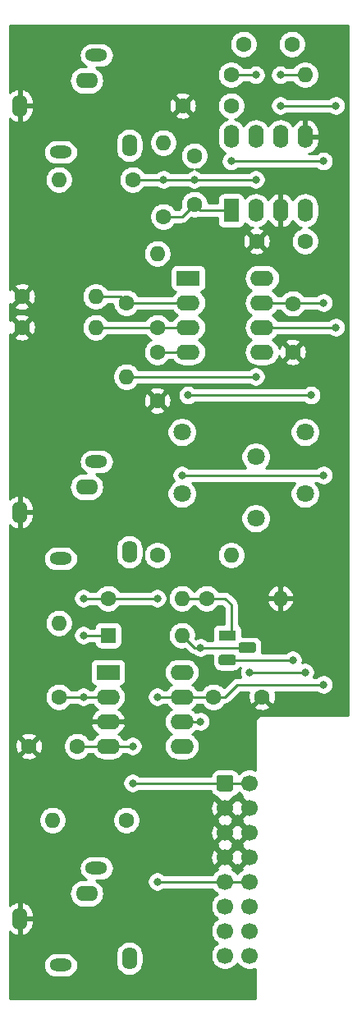
<source format=gbr>
G04 #@! TF.GenerationSoftware,KiCad,Pcbnew,(5.1.9)-1*
G04 #@! TF.CreationDate,2021-05-09T15:32:16+02:00*
G04 #@! TF.ProjectId,Dual VCA Main,4475616c-2056-4434-9120-4d61696e2e6b,rev?*
G04 #@! TF.SameCoordinates,Original*
G04 #@! TF.FileFunction,Copper,L2,Bot*
G04 #@! TF.FilePolarity,Positive*
%FSLAX46Y46*%
G04 Gerber Fmt 4.6, Leading zero omitted, Abs format (unit mm)*
G04 Created by KiCad (PCBNEW (5.1.9)-1) date 2021-05-09 15:32:16*
%MOMM*%
%LPD*%
G01*
G04 APERTURE LIST*
G04 #@! TA.AperFunction,ComponentPad*
%ADD10O,2.400000X1.600000*%
G04 #@! TD*
G04 #@! TA.AperFunction,ComponentPad*
%ADD11R,2.400000X1.600000*%
G04 #@! TD*
G04 #@! TA.AperFunction,ComponentPad*
%ADD12O,1.600000X2.400000*%
G04 #@! TD*
G04 #@! TA.AperFunction,ComponentPad*
%ADD13R,1.600000X2.400000*%
G04 #@! TD*
G04 #@! TA.AperFunction,ComponentPad*
%ADD14C,1.600000*%
G04 #@! TD*
G04 #@! TA.AperFunction,ComponentPad*
%ADD15O,1.600000X1.600000*%
G04 #@! TD*
G04 #@! TA.AperFunction,ComponentPad*
%ADD16C,1.800000*%
G04 #@! TD*
G04 #@! TA.AperFunction,ComponentPad*
%ADD17R,1.800000X1.100000*%
G04 #@! TD*
G04 #@! TA.AperFunction,ComponentPad*
%ADD18C,1.700000*%
G04 #@! TD*
G04 #@! TA.AperFunction,ComponentPad*
%ADD19O,2.300000X1.300000*%
G04 #@! TD*
G04 #@! TA.AperFunction,ComponentPad*
%ADD20O,2.300000X1.600000*%
G04 #@! TD*
G04 #@! TA.AperFunction,ComponentPad*
%ADD21O,1.600000X2.300000*%
G04 #@! TD*
G04 #@! TA.AperFunction,ComponentPad*
%ADD22R,1.600000X1.600000*%
G04 #@! TD*
G04 #@! TA.AperFunction,ViaPad*
%ADD23C,0.800000*%
G04 #@! TD*
G04 #@! TA.AperFunction,Conductor*
%ADD24C,0.250000*%
G04 #@! TD*
G04 #@! TA.AperFunction,Conductor*
%ADD25C,0.254000*%
G04 #@! TD*
G04 #@! TA.AperFunction,Conductor*
%ADD26C,0.100000*%
G04 #@! TD*
G04 APERTURE END LIST*
D10*
G04 #@! TO.P,U3,8*
G04 #@! TO.N,N/C*
X18415000Y-67310000D03*
G04 #@! TO.P,U3,4*
G04 #@! TO.N,-12V*
X10795000Y-74930000D03*
G04 #@! TO.P,U3,7*
G04 #@! TO.N,+12V*
X18415000Y-69850000D03*
G04 #@! TO.P,U3,3*
G04 #@! TO.N,GND*
X10795000Y-72390000D03*
G04 #@! TO.P,U3,6*
G04 #@! TO.N,Net-(D1-Pad2)*
X18415000Y-72390000D03*
G04 #@! TO.P,U3,2*
G04 #@! TO.N,Net-(D1-Pad1)*
X10795000Y-69850000D03*
G04 #@! TO.P,U3,5*
G04 #@! TO.N,N/C*
X18415000Y-74930000D03*
D11*
G04 #@! TO.P,U3,1*
X10795000Y-67310000D03*
G04 #@! TD*
D10*
G04 #@! TO.P,U2,8*
G04 #@! TO.N,N/C*
X26670000Y-26670000D03*
G04 #@! TO.P,U2,4*
G04 #@! TO.N,-12V*
X19050000Y-34290000D03*
G04 #@! TO.P,U2,7*
G04 #@! TO.N,+12V*
X26670000Y-29210000D03*
G04 #@! TO.P,U2,3*
G04 #@! TO.N,Net-(R3-Pad1)*
X19050000Y-31750000D03*
G04 #@! TO.P,U2,6*
G04 #@! TO.N,Net-(C2-Pad2)*
X26670000Y-31750000D03*
G04 #@! TO.P,U2,2*
G04 #@! TO.N,Net-(R7-Pad1)*
X19050000Y-29210000D03*
G04 #@! TO.P,U2,5*
G04 #@! TO.N,Net-(Q1-Pad3)*
X26670000Y-34290000D03*
D11*
G04 #@! TO.P,U2,1*
G04 #@! TO.N,N/C*
X19050000Y-26670000D03*
G04 #@! TD*
D12*
G04 #@! TO.P,U1,8*
G04 #@! TO.N,+12V*
X23495000Y-12065000D03*
G04 #@! TO.P,U1,4*
G04 #@! TO.N,-12V*
X31115000Y-19685000D03*
G04 #@! TO.P,U1,7*
G04 #@! TO.N,Net-(C2-Pad1)*
X26035000Y-12065000D03*
G04 #@! TO.P,U1,3*
G04 #@! TO.N,GND*
X28575000Y-19685000D03*
G04 #@! TO.P,U1,6*
G04 #@! TO.N,Net-(C2-Pad2)*
X28575000Y-12065000D03*
G04 #@! TO.P,U1,2*
G04 #@! TO.N,Net-(C1-Pad2)*
X26035000Y-19685000D03*
G04 #@! TO.P,U1,5*
G04 #@! TO.N,GND*
X31115000Y-12065000D03*
D13*
G04 #@! TO.P,U1,1*
G04 #@! TO.N,Net-(C1-Pad1)*
X23495000Y-19685000D03*
G04 #@! TD*
D14*
G04 #@! TO.P,C8,2*
G04 #@! TO.N,GND*
X2620000Y-74930000D03*
G04 #@! TO.P,C8,1*
G04 #@! TO.N,-12V*
X7620000Y-74930000D03*
G04 #@! TD*
G04 #@! TO.P,C7,2*
G04 #@! TO.N,GND*
X15875000Y-39290000D03*
G04 #@! TO.P,C7,1*
G04 #@! TO.N,-12V*
X15875000Y-34290000D03*
G04 #@! TD*
G04 #@! TO.P,C4,2*
G04 #@! TO.N,GND*
X26115000Y-22860000D03*
G04 #@! TO.P,C4,1*
G04 #@! TO.N,-12V*
X31115000Y-22860000D03*
G04 #@! TD*
D15*
G04 #@! TO.P,R12,2*
G04 #@! TO.N,Net-(Q1-Pad1)*
X18415000Y-59690000D03*
D14*
G04 #@! TO.P,R12,1*
G04 #@! TO.N,Net-(D1-Pad1)*
X10795000Y-59690000D03*
G04 #@! TD*
D15*
G04 #@! TO.P,R11,2*
G04 #@! TO.N,GND*
X28575000Y-59690000D03*
D14*
G04 #@! TO.P,R11,1*
G04 #@! TO.N,Net-(Q1-Pad1)*
X20955000Y-59690000D03*
G04 #@! TD*
D15*
G04 #@! TO.P,R10,2*
G04 #@! TO.N,Net-(R10-Pad2)*
X23495000Y-55245000D03*
D14*
G04 #@! TO.P,R10,1*
G04 #@! TO.N,Net-(D1-Pad1)*
X15875000Y-55245000D03*
G04 #@! TD*
D15*
G04 #@! TO.P,R9,2*
G04 #@! TO.N,Net-(J3-PadT)*
X5715000Y-62230000D03*
D14*
G04 #@! TO.P,R9,1*
G04 #@! TO.N,Net-(D1-Pad1)*
X5715000Y-69850000D03*
G04 #@! TD*
D15*
G04 #@! TO.P,R8,2*
G04 #@! TO.N,Net-(R7-Pad1)*
X9525000Y-28575000D03*
D14*
G04 #@! TO.P,R8,1*
G04 #@! TO.N,GND*
X1905000Y-28575000D03*
G04 #@! TD*
D15*
G04 #@! TO.P,R7,2*
G04 #@! TO.N,Net-(R7-Pad2)*
X12700000Y-36830000D03*
D14*
G04 #@! TO.P,R7,1*
G04 #@! TO.N,Net-(R7-Pad1)*
X12700000Y-29210000D03*
G04 #@! TD*
D15*
G04 #@! TO.P,R6,2*
G04 #@! TO.N,Net-(C2-Pad1)*
X5080000Y-82550000D03*
D14*
G04 #@! TO.P,R6,1*
G04 #@! TO.N,Net-(J2-PadT)*
X12700000Y-82550000D03*
G04 #@! TD*
D15*
G04 #@! TO.P,R5,2*
G04 #@! TO.N,Net-(C2-Pad2)*
X31115000Y-5715000D03*
D14*
G04 #@! TO.P,R5,1*
G04 #@! TO.N,Net-(C2-Pad1)*
X23495000Y-5715000D03*
G04 #@! TD*
D15*
G04 #@! TO.P,R4,2*
G04 #@! TO.N,Net-(R3-Pad1)*
X9525000Y-31750000D03*
D14*
G04 #@! TO.P,R4,1*
G04 #@! TO.N,GND*
X1905000Y-31750000D03*
G04 #@! TD*
D15*
G04 #@! TO.P,R3,2*
G04 #@! TO.N,Net-(C1-Pad1)*
X15875000Y-24130000D03*
D14*
G04 #@! TO.P,R3,1*
G04 #@! TO.N,Net-(R3-Pad1)*
X15875000Y-31750000D03*
G04 #@! TD*
D15*
G04 #@! TO.P,R2,2*
G04 #@! TO.N,Net-(C1-Pad2)*
X16510000Y-12700000D03*
D14*
G04 #@! TO.P,R2,1*
G04 #@! TO.N,Net-(C1-Pad1)*
X16510000Y-20320000D03*
G04 #@! TD*
D15*
G04 #@! TO.P,R1,2*
G04 #@! TO.N,Net-(J1-PadT)*
X5715000Y-16510000D03*
D14*
G04 #@! TO.P,R1,1*
G04 #@! TO.N,Net-(C1-Pad2)*
X13335000Y-16510000D03*
G04 #@! TD*
D16*
G04 #@! TO.P,RV2,3*
G04 #@! TO.N,-12V*
X31115000Y-48895000D03*
G04 #@! TO.P,RV2,2*
G04 #@! TO.N,Net-(R10-Pad2)*
X26035000Y-51435000D03*
G04 #@! TO.P,RV2,1*
G04 #@! TO.N,+12V*
X18415000Y-48895000D03*
G04 #@! TD*
G04 #@! TO.P,RV1,3*
G04 #@! TO.N,-12V*
X31115000Y-42545000D03*
G04 #@! TO.P,RV1,2*
G04 #@! TO.N,Net-(R7-Pad2)*
X26035000Y-45085000D03*
G04 #@! TO.P,RV1,1*
G04 #@! TO.N,+12V*
X18415000Y-42545000D03*
G04 #@! TD*
D17*
G04 #@! TO.P,Q1,1*
G04 #@! TO.N,Net-(Q1-Pad1)*
X23095000Y-63500000D03*
G04 #@! TO.P,Q1,3*
G04 #@! TO.N,Net-(Q1-Pad3)*
G04 #@! TA.AperFunction,ComponentPad*
G36*
G01*
X22470000Y-65490000D02*
X23720000Y-65490000D01*
G75*
G02*
X23995000Y-65765000I0J-275000D01*
G01*
X23995000Y-66315000D01*
G75*
G02*
X23720000Y-66590000I-275000J0D01*
G01*
X22470000Y-66590000D01*
G75*
G02*
X22195000Y-66315000I0J275000D01*
G01*
X22195000Y-65765000D01*
G75*
G02*
X22470000Y-65490000I275000J0D01*
G01*
G37*
G04 #@! TD.AperFunction*
G04 #@! TO.P,Q1,2*
G04 #@! TO.N,Net-(D1-Pad2)*
G04 #@! TA.AperFunction,ComponentPad*
G36*
G01*
X24540000Y-64220000D02*
X25790000Y-64220000D01*
G75*
G02*
X26065000Y-64495000I0J-275000D01*
G01*
X26065000Y-65045000D01*
G75*
G02*
X25790000Y-65320000I-275000J0D01*
G01*
X24540000Y-65320000D01*
G75*
G02*
X24265000Y-65045000I0J275000D01*
G01*
X24265000Y-64495000D01*
G75*
G02*
X24540000Y-64220000I275000J0D01*
G01*
G37*
G04 #@! TD.AperFunction*
G04 #@! TD*
D18*
G04 #@! TO.P,J7,16*
G04 #@! TO.N,N/C*
X25400000Y-96520000D03*
G04 #@! TO.P,J7,14*
X25400000Y-93980000D03*
G04 #@! TO.P,J7,12*
X25400000Y-91440000D03*
G04 #@! TO.P,J7,10*
G04 #@! TO.N,+12V*
X25400000Y-88900000D03*
G04 #@! TO.P,J7,8*
G04 #@! TO.N,GND*
X25400000Y-86360000D03*
G04 #@! TO.P,J7,6*
X25400000Y-83820000D03*
G04 #@! TO.P,J7,4*
X25400000Y-81280000D03*
G04 #@! TO.P,J7,2*
G04 #@! TO.N,-12V*
X25400000Y-78740000D03*
G04 #@! TO.P,J7,15*
G04 #@! TO.N,N/C*
X22860000Y-96520000D03*
G04 #@! TO.P,J7,13*
X22860000Y-93980000D03*
G04 #@! TO.P,J7,11*
X22860000Y-91440000D03*
G04 #@! TO.P,J7,9*
G04 #@! TO.N,+12V*
X22860000Y-88900000D03*
G04 #@! TO.P,J7,7*
G04 #@! TO.N,GND*
X22860000Y-86360000D03*
G04 #@! TO.P,J7,5*
X22860000Y-83820000D03*
G04 #@! TO.P,J7,3*
X22860000Y-81280000D03*
G04 #@! TO.P,J7,1*
G04 #@! TO.N,-12V*
G04 #@! TA.AperFunction,ComponentPad*
G36*
G01*
X22010000Y-79340000D02*
X22010000Y-78140000D01*
G75*
G02*
X22260000Y-77890000I250000J0D01*
G01*
X23460000Y-77890000D01*
G75*
G02*
X23710000Y-78140000I0J-250000D01*
G01*
X23710000Y-79340000D01*
G75*
G02*
X23460000Y-79590000I-250000J0D01*
G01*
X22260000Y-79590000D01*
G75*
G02*
X22010000Y-79340000I0J250000D01*
G01*
G37*
G04 #@! TD.AperFunction*
G04 #@! TD*
D19*
G04 #@! TO.P,J3,T*
G04 #@! TO.N,Net-(J3-PadT)*
X5900000Y-55600000D03*
G04 #@! TO.P,J3,*
G04 #@! TO.N,*
X9600000Y-45600000D03*
D20*
X8600000Y-48200000D03*
D21*
G04 #@! TO.P,J3,TN*
G04 #@! TO.N,N/C*
X13000000Y-54900000D03*
G04 #@! TO.P,J3,S*
G04 #@! TO.N,GND*
X1700000Y-50800000D03*
G04 #@! TD*
D19*
G04 #@! TO.P,J2,T*
G04 #@! TO.N,Net-(J2-PadT)*
X5900000Y-97510000D03*
G04 #@! TO.P,J2,*
G04 #@! TO.N,*
X9600000Y-87510000D03*
D20*
X8600000Y-90110000D03*
D21*
G04 #@! TO.P,J2,TN*
G04 #@! TO.N,N/C*
X13000000Y-96810000D03*
G04 #@! TO.P,J2,S*
G04 #@! TO.N,GND*
X1700000Y-92710000D03*
G04 #@! TD*
D19*
G04 #@! TO.P,J1,T*
G04 #@! TO.N,Net-(J1-PadT)*
X5900000Y-13690000D03*
G04 #@! TO.P,J1,*
G04 #@! TO.N,*
X9600000Y-3690000D03*
D20*
X8600000Y-6290000D03*
D21*
G04 #@! TO.P,J1,TN*
G04 #@! TO.N,N/C*
X13000000Y-12990000D03*
G04 #@! TO.P,J1,S*
G04 #@! TO.N,GND*
X1700000Y-8890000D03*
G04 #@! TD*
D15*
G04 #@! TO.P,D1,2*
G04 #@! TO.N,Net-(D1-Pad2)*
X18415000Y-63500000D03*
D22*
G04 #@! TO.P,D1,1*
G04 #@! TO.N,Net-(D1-Pad1)*
X10795000Y-63500000D03*
G04 #@! TD*
D14*
G04 #@! TO.P,C6,2*
G04 #@! TO.N,+12V*
X21670000Y-69850000D03*
G04 #@! TO.P,C6,1*
G04 #@! TO.N,GND*
X26670000Y-69850000D03*
G04 #@! TD*
G04 #@! TO.P,C5,2*
G04 #@! TO.N,+12V*
X29845000Y-29290000D03*
G04 #@! TO.P,C5,1*
G04 #@! TO.N,GND*
X29845000Y-34290000D03*
G04 #@! TD*
G04 #@! TO.P,C3,2*
G04 #@! TO.N,+12V*
X23495000Y-8890000D03*
G04 #@! TO.P,C3,1*
G04 #@! TO.N,GND*
X18495000Y-8890000D03*
G04 #@! TD*
G04 #@! TO.P,C2,2*
G04 #@! TO.N,Net-(C2-Pad2)*
X29765000Y-2540000D03*
G04 #@! TO.P,C2,1*
G04 #@! TO.N,Net-(C2-Pad1)*
X24765000Y-2540000D03*
G04 #@! TD*
G04 #@! TO.P,C1,2*
G04 #@! TO.N,Net-(C1-Pad2)*
X19685000Y-14050000D03*
G04 #@! TO.P,C1,1*
G04 #@! TO.N,Net-(C1-Pad1)*
X19685000Y-19050000D03*
G04 #@! TD*
D23*
G04 #@! TO.N,Net-(C1-Pad2)*
X26035000Y-16510000D03*
X19685000Y-16510000D03*
X16510000Y-16510000D03*
G04 #@! TO.N,Net-(C2-Pad2)*
X28575000Y-5715000D03*
X28575000Y-8890000D03*
X34290000Y-8890000D03*
X34290000Y-31750000D03*
G04 #@! TO.N,Net-(C2-Pad1)*
X26035000Y-5715000D03*
G04 #@! TO.N,+12V*
X15875000Y-88900000D03*
X15875000Y-69850000D03*
X33020000Y-46990000D03*
X18415000Y-46990000D03*
X33020000Y-68580000D03*
X33020000Y-29210000D03*
X33020000Y-14605000D03*
X23495000Y-14605000D03*
G04 #@! TO.N,-12V*
X13335000Y-78740000D03*
X13335000Y-74930000D03*
X25400000Y-67310000D03*
X31115000Y-67310000D03*
X31750000Y-38735000D03*
X19050000Y-38735000D03*
G04 #@! TO.N,Net-(D1-Pad2)*
X20320000Y-64770000D03*
X20320000Y-72390000D03*
G04 #@! TO.N,Net-(D1-Pad1)*
X8255000Y-69850000D03*
X8255000Y-59690000D03*
X8255000Y-63500000D03*
X15875000Y-59690000D03*
G04 #@! TO.N,Net-(Q1-Pad3)*
X29845000Y-66040000D03*
G04 #@! TO.N,Net-(R7-Pad2)*
X26035000Y-36830000D03*
G04 #@! TD*
D24*
G04 #@! TO.N,Net-(C1-Pad2)*
X13335000Y-16510000D02*
X16510000Y-16510000D01*
X26035000Y-16510000D02*
X26035000Y-16510000D01*
X19685000Y-16510000D02*
X26035000Y-16510000D01*
X16510000Y-16510000D02*
X19685000Y-16510000D01*
G04 #@! TO.N,Net-(C1-Pad1)*
X20320000Y-19685000D02*
X19685000Y-19050000D01*
X23495000Y-19685000D02*
X20320000Y-19685000D01*
X18415000Y-20320000D02*
X19685000Y-19050000D01*
X16510000Y-20320000D02*
X18415000Y-20320000D01*
G04 #@! TO.N,Net-(C2-Pad2)*
X28575000Y-5715000D02*
X31115000Y-5715000D01*
X28575000Y-8890000D02*
X34290000Y-8890000D01*
X34290000Y-8890000D02*
X34290000Y-8890000D01*
X34290000Y-31750000D02*
X26670000Y-31750000D01*
G04 #@! TO.N,Net-(C2-Pad1)*
X26035000Y-5715000D02*
X23495000Y-5715000D01*
G04 #@! TO.N,+12V*
X21670000Y-69850000D02*
X18415000Y-69850000D01*
X29765000Y-29210000D02*
X29845000Y-29290000D01*
X26670000Y-29210000D02*
X29765000Y-29210000D01*
G04 #@! TO.N,-12V*
X7620000Y-74930000D02*
X10795000Y-74930000D01*
X15875000Y-34290000D02*
X19050000Y-34290000D01*
X25400000Y-78740000D02*
X22860000Y-78740000D01*
G04 #@! TO.N,+12V*
X25400000Y-88900000D02*
X22860000Y-88900000D01*
X22860000Y-88900000D02*
X15875000Y-88900000D01*
X15875000Y-88900000D02*
X15875000Y-88900000D01*
X15875000Y-69850000D02*
X18415000Y-69850000D01*
X33020000Y-46990000D02*
X18415000Y-46990000D01*
X18415000Y-46990000D02*
X18415000Y-46990000D01*
X22860000Y-69850000D02*
X21670000Y-69850000D01*
X24130000Y-68580000D02*
X22860000Y-69850000D01*
X33020000Y-68580000D02*
X24130000Y-68580000D01*
X29925000Y-29210000D02*
X29845000Y-29290000D01*
X33020000Y-29210000D02*
X29925000Y-29210000D01*
X33020000Y-14605000D02*
X23495000Y-14605000D01*
X23495000Y-14605000D02*
X23495000Y-14605000D01*
G04 #@! TO.N,-12V*
X22860000Y-78740000D02*
X13335000Y-78740000D01*
X13335000Y-78740000D02*
X13335000Y-78740000D01*
X13335000Y-74930000D02*
X10795000Y-74930000D01*
X25400000Y-67310000D02*
X31115000Y-67310000D01*
X31750000Y-38735000D02*
X19050000Y-38735000D01*
X19050000Y-38735000D02*
X19050000Y-38735000D01*
G04 #@! TO.N,Net-(D1-Pad2)*
X19685000Y-64770000D02*
X18415000Y-63500000D01*
X24765000Y-64770000D02*
X20320000Y-64770000D01*
X20320000Y-64770000D02*
X19685000Y-64770000D01*
X20320000Y-72390000D02*
X18415000Y-72390000D01*
G04 #@! TO.N,Net-(D1-Pad1)*
X5715000Y-69850000D02*
X8255000Y-69850000D01*
X8255000Y-69850000D02*
X10795000Y-69850000D01*
X8255000Y-59690000D02*
X10795000Y-59690000D01*
X8255000Y-63500000D02*
X10795000Y-63500000D01*
X10795000Y-59690000D02*
X15875000Y-59690000D01*
X15875000Y-59690000D02*
X15875000Y-59690000D01*
G04 #@! TO.N,Net-(Q1-Pad1)*
X18415000Y-59690000D02*
X20955000Y-59690000D01*
X23495000Y-63500000D02*
X23495000Y-60325000D01*
X22860000Y-59690000D02*
X20955000Y-59690000D01*
X23495000Y-60325000D02*
X22860000Y-59690000D01*
G04 #@! TO.N,Net-(Q1-Pad3)*
X23495000Y-66040000D02*
X29845000Y-66040000D01*
X29845000Y-66040000D02*
X29845000Y-66040000D01*
G04 #@! TO.N,Net-(R3-Pad1)*
X9525000Y-31750000D02*
X15875000Y-31750000D01*
X15875000Y-31750000D02*
X19050000Y-31750000D01*
G04 #@! TO.N,Net-(R7-Pad2)*
X26035000Y-36830000D02*
X12700000Y-36830000D01*
G04 #@! TO.N,Net-(R7-Pad1)*
X12065000Y-28575000D02*
X12700000Y-29210000D01*
X9525000Y-28575000D02*
X12065000Y-28575000D01*
X12700000Y-29210000D02*
X19050000Y-29210000D01*
G04 #@! TD*
D25*
G04 #@! TO.N,GND*
X35535001Y-71730000D02*
X26702419Y-71730000D01*
X26670000Y-71726807D01*
X26637581Y-71730000D01*
X26540617Y-71739550D01*
X26416207Y-71777290D01*
X26301550Y-71838575D01*
X26201052Y-71921052D01*
X26118575Y-72021550D01*
X26057290Y-72136207D01*
X26019550Y-72260617D01*
X26006807Y-72390000D01*
X26010000Y-72422419D01*
X26010000Y-77385318D01*
X25833158Y-77312068D01*
X25546260Y-77255000D01*
X25253740Y-77255000D01*
X24966842Y-77312068D01*
X24696589Y-77424010D01*
X24453368Y-77586525D01*
X24266285Y-77773608D01*
X24198405Y-77646614D01*
X24087962Y-77512038D01*
X23953386Y-77401595D01*
X23799850Y-77319528D01*
X23633254Y-77268992D01*
X23460000Y-77251928D01*
X22260000Y-77251928D01*
X22086746Y-77268992D01*
X21920150Y-77319528D01*
X21766614Y-77401595D01*
X21632038Y-77512038D01*
X21521595Y-77646614D01*
X21439528Y-77800150D01*
X21388992Y-77966746D01*
X21387687Y-77980000D01*
X14038711Y-77980000D01*
X13994774Y-77936063D01*
X13825256Y-77822795D01*
X13636898Y-77744774D01*
X13436939Y-77705000D01*
X13233061Y-77705000D01*
X13033102Y-77744774D01*
X12844744Y-77822795D01*
X12675226Y-77936063D01*
X12531063Y-78080226D01*
X12417795Y-78249744D01*
X12339774Y-78438102D01*
X12300000Y-78638061D01*
X12300000Y-78841939D01*
X12339774Y-79041898D01*
X12417795Y-79230256D01*
X12531063Y-79399774D01*
X12675226Y-79543937D01*
X12844744Y-79657205D01*
X13033102Y-79735226D01*
X13233061Y-79775000D01*
X13436939Y-79775000D01*
X13636898Y-79735226D01*
X13825256Y-79657205D01*
X13994774Y-79543937D01*
X14038711Y-79500000D01*
X21387687Y-79500000D01*
X21388992Y-79513254D01*
X21439528Y-79679850D01*
X21521595Y-79833386D01*
X21632038Y-79967962D01*
X21766614Y-80078405D01*
X21920150Y-80160472D01*
X22029293Y-80193580D01*
X22011208Y-80251603D01*
X22860000Y-81100395D01*
X23708792Y-80251603D01*
X23690707Y-80193580D01*
X23799850Y-80160472D01*
X23953386Y-80078405D01*
X24087962Y-79967962D01*
X24198405Y-79833386D01*
X24266285Y-79706392D01*
X24453368Y-79893475D01*
X24626729Y-80009311D01*
X24551208Y-80251603D01*
X25400000Y-81100395D01*
X25414143Y-81086253D01*
X25593748Y-81265858D01*
X25579605Y-81280000D01*
X25593748Y-81294143D01*
X25414143Y-81473748D01*
X25400000Y-81459605D01*
X24551208Y-82308397D01*
X24626514Y-82550000D01*
X24551208Y-82791603D01*
X25400000Y-83640395D01*
X25414143Y-83626253D01*
X25593748Y-83805858D01*
X25579605Y-83820000D01*
X25593748Y-83834143D01*
X25414143Y-84013748D01*
X25400000Y-83999605D01*
X24551208Y-84848397D01*
X24626514Y-85090000D01*
X24551208Y-85331603D01*
X25400000Y-86180395D01*
X25414143Y-86166253D01*
X25593748Y-86345858D01*
X25579605Y-86360000D01*
X25593748Y-86374143D01*
X25414143Y-86553748D01*
X25400000Y-86539605D01*
X24551208Y-87388397D01*
X24626729Y-87630689D01*
X24453368Y-87746525D01*
X24246525Y-87953368D01*
X24130000Y-88127760D01*
X24013475Y-87953368D01*
X23806632Y-87746525D01*
X23633271Y-87630689D01*
X23708792Y-87388397D01*
X22860000Y-86539605D01*
X22011208Y-87388397D01*
X22086729Y-87630689D01*
X21913368Y-87746525D01*
X21706525Y-87953368D01*
X21581822Y-88140000D01*
X16578711Y-88140000D01*
X16534774Y-88096063D01*
X16365256Y-87982795D01*
X16176898Y-87904774D01*
X15976939Y-87865000D01*
X15773061Y-87865000D01*
X15573102Y-87904774D01*
X15384744Y-87982795D01*
X15215226Y-88096063D01*
X15071063Y-88240226D01*
X14957795Y-88409744D01*
X14879774Y-88598102D01*
X14840000Y-88798061D01*
X14840000Y-89001939D01*
X14879774Y-89201898D01*
X14957795Y-89390256D01*
X15071063Y-89559774D01*
X15215226Y-89703937D01*
X15384744Y-89817205D01*
X15573102Y-89895226D01*
X15773061Y-89935000D01*
X15976939Y-89935000D01*
X16176898Y-89895226D01*
X16365256Y-89817205D01*
X16534774Y-89703937D01*
X16578711Y-89660000D01*
X21581822Y-89660000D01*
X21706525Y-89846632D01*
X21913368Y-90053475D01*
X22087760Y-90170000D01*
X21913368Y-90286525D01*
X21706525Y-90493368D01*
X21544010Y-90736589D01*
X21432068Y-91006842D01*
X21375000Y-91293740D01*
X21375000Y-91586260D01*
X21432068Y-91873158D01*
X21544010Y-92143411D01*
X21706525Y-92386632D01*
X21913368Y-92593475D01*
X22087760Y-92710000D01*
X21913368Y-92826525D01*
X21706525Y-93033368D01*
X21544010Y-93276589D01*
X21432068Y-93546842D01*
X21375000Y-93833740D01*
X21375000Y-94126260D01*
X21432068Y-94413158D01*
X21544010Y-94683411D01*
X21706525Y-94926632D01*
X21913368Y-95133475D01*
X22087760Y-95250000D01*
X21913368Y-95366525D01*
X21706525Y-95573368D01*
X21544010Y-95816589D01*
X21432068Y-96086842D01*
X21375000Y-96373740D01*
X21375000Y-96666260D01*
X21432068Y-96953158D01*
X21544010Y-97223411D01*
X21706525Y-97466632D01*
X21913368Y-97673475D01*
X22156589Y-97835990D01*
X22426842Y-97947932D01*
X22713740Y-98005000D01*
X23006260Y-98005000D01*
X23293158Y-97947932D01*
X23563411Y-97835990D01*
X23806632Y-97673475D01*
X24013475Y-97466632D01*
X24130000Y-97292240D01*
X24246525Y-97466632D01*
X24453368Y-97673475D01*
X24696589Y-97835990D01*
X24966842Y-97947932D01*
X25253740Y-98005000D01*
X25546260Y-98005000D01*
X25833158Y-97947932D01*
X26010001Y-97874682D01*
X26010001Y-100940000D01*
X660000Y-100940000D01*
X660000Y-97510000D01*
X4108783Y-97510000D01*
X4133593Y-97761904D01*
X4207071Y-98004127D01*
X4326392Y-98227362D01*
X4486972Y-98423028D01*
X4682638Y-98583608D01*
X4905873Y-98702929D01*
X5148096Y-98776407D01*
X5336877Y-98795000D01*
X6463123Y-98795000D01*
X6651904Y-98776407D01*
X6894127Y-98702929D01*
X7117362Y-98583608D01*
X7313028Y-98423028D01*
X7473608Y-98227362D01*
X7592929Y-98004127D01*
X7666407Y-97761904D01*
X7691217Y-97510000D01*
X7666407Y-97258096D01*
X7592929Y-97015873D01*
X7473608Y-96792638D01*
X7313028Y-96596972D01*
X7117362Y-96436392D01*
X7029650Y-96389509D01*
X11565000Y-96389509D01*
X11565000Y-97230492D01*
X11585764Y-97441309D01*
X11667818Y-97711808D01*
X11801068Y-97961101D01*
X11980393Y-98179608D01*
X12198900Y-98358932D01*
X12448193Y-98492182D01*
X12718692Y-98574236D01*
X13000000Y-98601943D01*
X13281309Y-98574236D01*
X13551808Y-98492182D01*
X13801101Y-98358932D01*
X14019608Y-98179608D01*
X14198932Y-97961101D01*
X14332182Y-97711808D01*
X14414236Y-97441308D01*
X14435000Y-97230491D01*
X14435000Y-96389508D01*
X14414236Y-96178691D01*
X14332182Y-95908192D01*
X14198932Y-95658899D01*
X14019607Y-95440392D01*
X13801100Y-95261068D01*
X13551807Y-95127818D01*
X13281308Y-95045764D01*
X13000000Y-95018057D01*
X12718691Y-95045764D01*
X12448192Y-95127818D01*
X12198899Y-95261068D01*
X11980392Y-95440393D01*
X11801068Y-95658900D01*
X11667818Y-95908193D01*
X11585764Y-96178692D01*
X11565000Y-96389509D01*
X7029650Y-96389509D01*
X6894127Y-96317071D01*
X6651904Y-96243593D01*
X6463123Y-96225000D01*
X5336877Y-96225000D01*
X5148096Y-96243593D01*
X4905873Y-96317071D01*
X4682638Y-96436392D01*
X4486972Y-96596972D01*
X4326392Y-96792638D01*
X4207071Y-97015873D01*
X4133593Y-97258096D01*
X4108783Y-97510000D01*
X660000Y-97510000D01*
X660000Y-94047092D01*
X775105Y-94164500D01*
X1008354Y-94323715D01*
X1268182Y-94434367D01*
X1350961Y-94451904D01*
X1573000Y-94329915D01*
X1573000Y-92837000D01*
X1827000Y-92837000D01*
X1827000Y-94329915D01*
X2049039Y-94451904D01*
X2131818Y-94434367D01*
X2391646Y-94323715D01*
X2624895Y-94164500D01*
X2822601Y-93962839D01*
X2977166Y-93726483D01*
X3082650Y-93464514D01*
X3135000Y-93187000D01*
X3135000Y-92837000D01*
X1827000Y-92837000D01*
X1573000Y-92837000D01*
X1553000Y-92837000D01*
X1553000Y-92583000D01*
X1573000Y-92583000D01*
X1573000Y-91090085D01*
X1827000Y-91090085D01*
X1827000Y-92583000D01*
X3135000Y-92583000D01*
X3135000Y-92233000D01*
X3082650Y-91955486D01*
X2977166Y-91693517D01*
X2822601Y-91457161D01*
X2624895Y-91255500D01*
X2391646Y-91096285D01*
X2131818Y-90985633D01*
X2049039Y-90968096D01*
X1827000Y-91090085D01*
X1573000Y-91090085D01*
X1350961Y-90968096D01*
X1268182Y-90985633D01*
X1008354Y-91096285D01*
X775105Y-91255500D01*
X660000Y-91372908D01*
X660000Y-90110000D01*
X6808057Y-90110000D01*
X6835764Y-90391309D01*
X6917818Y-90661808D01*
X7051068Y-90911101D01*
X7230392Y-91129608D01*
X7448899Y-91308932D01*
X7698192Y-91442182D01*
X7968691Y-91524236D01*
X8179508Y-91545000D01*
X9020492Y-91545000D01*
X9231309Y-91524236D01*
X9501808Y-91442182D01*
X9751101Y-91308932D01*
X9969608Y-91129608D01*
X10148932Y-90911101D01*
X10282182Y-90661808D01*
X10364236Y-90391309D01*
X10391943Y-90110000D01*
X10364236Y-89828691D01*
X10282182Y-89558192D01*
X10148932Y-89308899D01*
X9969608Y-89090392D01*
X9751101Y-88911068D01*
X9533953Y-88795000D01*
X10163123Y-88795000D01*
X10351904Y-88776407D01*
X10594127Y-88702929D01*
X10817362Y-88583608D01*
X11013028Y-88423028D01*
X11173608Y-88227362D01*
X11292929Y-88004127D01*
X11366407Y-87761904D01*
X11391217Y-87510000D01*
X11366407Y-87258096D01*
X11292929Y-87015873D01*
X11173608Y-86792638D01*
X11013028Y-86596972D01*
X10817362Y-86436392D01*
X10802656Y-86428531D01*
X21369389Y-86428531D01*
X21411401Y-86718019D01*
X21509081Y-86993747D01*
X21582528Y-87131157D01*
X21831603Y-87208792D01*
X22680395Y-86360000D01*
X23039605Y-86360000D01*
X23888397Y-87208792D01*
X24130000Y-87133486D01*
X24371603Y-87208792D01*
X25220395Y-86360000D01*
X24371603Y-85511208D01*
X24130000Y-85586514D01*
X23888397Y-85511208D01*
X23039605Y-86360000D01*
X22680395Y-86360000D01*
X21831603Y-85511208D01*
X21582528Y-85588843D01*
X21456629Y-85852883D01*
X21384661Y-86136411D01*
X21369389Y-86428531D01*
X10802656Y-86428531D01*
X10594127Y-86317071D01*
X10351904Y-86243593D01*
X10163123Y-86225000D01*
X9036877Y-86225000D01*
X8848096Y-86243593D01*
X8605873Y-86317071D01*
X8382638Y-86436392D01*
X8186972Y-86596972D01*
X8026392Y-86792638D01*
X7907071Y-87015873D01*
X7833593Y-87258096D01*
X7808783Y-87510000D01*
X7833593Y-87761904D01*
X7907071Y-88004127D01*
X8026392Y-88227362D01*
X8186972Y-88423028D01*
X8382638Y-88583608D01*
X8553621Y-88675000D01*
X8179508Y-88675000D01*
X7968691Y-88695764D01*
X7698192Y-88777818D01*
X7448899Y-88911068D01*
X7230392Y-89090392D01*
X7051068Y-89308899D01*
X6917818Y-89558192D01*
X6835764Y-89828691D01*
X6808057Y-90110000D01*
X660000Y-90110000D01*
X660000Y-84848397D01*
X22011208Y-84848397D01*
X22086514Y-85090000D01*
X22011208Y-85331603D01*
X22860000Y-86180395D01*
X23708792Y-85331603D01*
X23633486Y-85090000D01*
X23708792Y-84848397D01*
X22860000Y-83999605D01*
X22011208Y-84848397D01*
X660000Y-84848397D01*
X660000Y-82408665D01*
X3645000Y-82408665D01*
X3645000Y-82691335D01*
X3700147Y-82968574D01*
X3808320Y-83229727D01*
X3965363Y-83464759D01*
X4165241Y-83664637D01*
X4400273Y-83821680D01*
X4661426Y-83929853D01*
X4938665Y-83985000D01*
X5221335Y-83985000D01*
X5498574Y-83929853D01*
X5759727Y-83821680D01*
X5994759Y-83664637D01*
X6194637Y-83464759D01*
X6351680Y-83229727D01*
X6459853Y-82968574D01*
X6515000Y-82691335D01*
X6515000Y-82408665D01*
X11265000Y-82408665D01*
X11265000Y-82691335D01*
X11320147Y-82968574D01*
X11428320Y-83229727D01*
X11585363Y-83464759D01*
X11785241Y-83664637D01*
X12020273Y-83821680D01*
X12281426Y-83929853D01*
X12558665Y-83985000D01*
X12841335Y-83985000D01*
X13118574Y-83929853D01*
X13218334Y-83888531D01*
X21369389Y-83888531D01*
X21411401Y-84178019D01*
X21509081Y-84453747D01*
X21582528Y-84591157D01*
X21831603Y-84668792D01*
X22680395Y-83820000D01*
X23039605Y-83820000D01*
X23888397Y-84668792D01*
X24130000Y-84593486D01*
X24371603Y-84668792D01*
X25220395Y-83820000D01*
X24371603Y-82971208D01*
X24130000Y-83046514D01*
X23888397Y-82971208D01*
X23039605Y-83820000D01*
X22680395Y-83820000D01*
X21831603Y-82971208D01*
X21582528Y-83048843D01*
X21456629Y-83312883D01*
X21384661Y-83596411D01*
X21369389Y-83888531D01*
X13218334Y-83888531D01*
X13379727Y-83821680D01*
X13614759Y-83664637D01*
X13814637Y-83464759D01*
X13971680Y-83229727D01*
X14079853Y-82968574D01*
X14135000Y-82691335D01*
X14135000Y-82408665D01*
X14115056Y-82308397D01*
X22011208Y-82308397D01*
X22086514Y-82550000D01*
X22011208Y-82791603D01*
X22860000Y-83640395D01*
X23708792Y-82791603D01*
X23633486Y-82550000D01*
X23708792Y-82308397D01*
X22860000Y-81459605D01*
X22011208Y-82308397D01*
X14115056Y-82308397D01*
X14079853Y-82131426D01*
X13971680Y-81870273D01*
X13814637Y-81635241D01*
X13614759Y-81435363D01*
X13484806Y-81348531D01*
X21369389Y-81348531D01*
X21411401Y-81638019D01*
X21509081Y-81913747D01*
X21582528Y-82051157D01*
X21831603Y-82128792D01*
X22680395Y-81280000D01*
X23039605Y-81280000D01*
X23888397Y-82128792D01*
X24130000Y-82053486D01*
X24371603Y-82128792D01*
X25220395Y-81280000D01*
X24371603Y-80431208D01*
X24130000Y-80506514D01*
X23888397Y-80431208D01*
X23039605Y-81280000D01*
X22680395Y-81280000D01*
X21831603Y-80431208D01*
X21582528Y-80508843D01*
X21456629Y-80772883D01*
X21384661Y-81056411D01*
X21369389Y-81348531D01*
X13484806Y-81348531D01*
X13379727Y-81278320D01*
X13118574Y-81170147D01*
X12841335Y-81115000D01*
X12558665Y-81115000D01*
X12281426Y-81170147D01*
X12020273Y-81278320D01*
X11785241Y-81435363D01*
X11585363Y-81635241D01*
X11428320Y-81870273D01*
X11320147Y-82131426D01*
X11265000Y-82408665D01*
X6515000Y-82408665D01*
X6459853Y-82131426D01*
X6351680Y-81870273D01*
X6194637Y-81635241D01*
X5994759Y-81435363D01*
X5759727Y-81278320D01*
X5498574Y-81170147D01*
X5221335Y-81115000D01*
X4938665Y-81115000D01*
X4661426Y-81170147D01*
X4400273Y-81278320D01*
X4165241Y-81435363D01*
X3965363Y-81635241D01*
X3808320Y-81870273D01*
X3700147Y-82131426D01*
X3645000Y-82408665D01*
X660000Y-82408665D01*
X660000Y-75922702D01*
X1806903Y-75922702D01*
X1878486Y-76166671D01*
X2133996Y-76287571D01*
X2408184Y-76356300D01*
X2690512Y-76370217D01*
X2970130Y-76328787D01*
X3236292Y-76233603D01*
X3361514Y-76166671D01*
X3433097Y-75922702D01*
X2620000Y-75109605D01*
X1806903Y-75922702D01*
X660000Y-75922702D01*
X660000Y-75000512D01*
X1179783Y-75000512D01*
X1221213Y-75280130D01*
X1316397Y-75546292D01*
X1383329Y-75671514D01*
X1627298Y-75743097D01*
X2440395Y-74930000D01*
X2799605Y-74930000D01*
X3612702Y-75743097D01*
X3856671Y-75671514D01*
X3977571Y-75416004D01*
X4046300Y-75141816D01*
X4060217Y-74859488D01*
X4049724Y-74788665D01*
X6185000Y-74788665D01*
X6185000Y-75071335D01*
X6240147Y-75348574D01*
X6348320Y-75609727D01*
X6505363Y-75844759D01*
X6705241Y-76044637D01*
X6940273Y-76201680D01*
X7201426Y-76309853D01*
X7478665Y-76365000D01*
X7761335Y-76365000D01*
X8038574Y-76309853D01*
X8299727Y-76201680D01*
X8534759Y-76044637D01*
X8734637Y-75844759D01*
X8838043Y-75690000D01*
X9174099Y-75690000D01*
X9196068Y-75731101D01*
X9375392Y-75949608D01*
X9593899Y-76128932D01*
X9843192Y-76262182D01*
X10113691Y-76344236D01*
X10324508Y-76365000D01*
X11265492Y-76365000D01*
X11476309Y-76344236D01*
X11746808Y-76262182D01*
X11996101Y-76128932D01*
X12214608Y-75949608D01*
X12393932Y-75731101D01*
X12415901Y-75690000D01*
X12631289Y-75690000D01*
X12675226Y-75733937D01*
X12844744Y-75847205D01*
X13033102Y-75925226D01*
X13233061Y-75965000D01*
X13436939Y-75965000D01*
X13636898Y-75925226D01*
X13825256Y-75847205D01*
X13994774Y-75733937D01*
X14138937Y-75589774D01*
X14252205Y-75420256D01*
X14330226Y-75231898D01*
X14370000Y-75031939D01*
X14370000Y-74828061D01*
X14330226Y-74628102D01*
X14252205Y-74439744D01*
X14138937Y-74270226D01*
X13994774Y-74126063D01*
X13825256Y-74012795D01*
X13636898Y-73934774D01*
X13436939Y-73895000D01*
X13233061Y-73895000D01*
X13033102Y-73934774D01*
X12844744Y-74012795D01*
X12675226Y-74126063D01*
X12631289Y-74170000D01*
X12415901Y-74170000D01*
X12393932Y-74128899D01*
X12214608Y-73910392D01*
X11996101Y-73731068D01*
X11868259Y-73662735D01*
X12097839Y-73512601D01*
X12299500Y-73314895D01*
X12458715Y-73081646D01*
X12569367Y-72821818D01*
X12586904Y-72739039D01*
X12464915Y-72517000D01*
X10922000Y-72517000D01*
X10922000Y-72537000D01*
X10668000Y-72537000D01*
X10668000Y-72517000D01*
X9125085Y-72517000D01*
X9003096Y-72739039D01*
X9020633Y-72821818D01*
X9131285Y-73081646D01*
X9290500Y-73314895D01*
X9492161Y-73512601D01*
X9721741Y-73662735D01*
X9593899Y-73731068D01*
X9375392Y-73910392D01*
X9196068Y-74128899D01*
X9174099Y-74170000D01*
X8838043Y-74170000D01*
X8734637Y-74015241D01*
X8534759Y-73815363D01*
X8299727Y-73658320D01*
X8038574Y-73550147D01*
X7761335Y-73495000D01*
X7478665Y-73495000D01*
X7201426Y-73550147D01*
X6940273Y-73658320D01*
X6705241Y-73815363D01*
X6505363Y-74015241D01*
X6348320Y-74250273D01*
X6240147Y-74511426D01*
X6185000Y-74788665D01*
X4049724Y-74788665D01*
X4018787Y-74579870D01*
X3923603Y-74313708D01*
X3856671Y-74188486D01*
X3612702Y-74116903D01*
X2799605Y-74930000D01*
X2440395Y-74930000D01*
X1627298Y-74116903D01*
X1383329Y-74188486D01*
X1262429Y-74443996D01*
X1193700Y-74718184D01*
X1179783Y-75000512D01*
X660000Y-75000512D01*
X660000Y-73937298D01*
X1806903Y-73937298D01*
X2620000Y-74750395D01*
X3433097Y-73937298D01*
X3361514Y-73693329D01*
X3106004Y-73572429D01*
X2831816Y-73503700D01*
X2549488Y-73489783D01*
X2269870Y-73531213D01*
X2003708Y-73626397D01*
X1878486Y-73693329D01*
X1806903Y-73937298D01*
X660000Y-73937298D01*
X660000Y-69708665D01*
X4280000Y-69708665D01*
X4280000Y-69991335D01*
X4335147Y-70268574D01*
X4443320Y-70529727D01*
X4600363Y-70764759D01*
X4800241Y-70964637D01*
X5035273Y-71121680D01*
X5296426Y-71229853D01*
X5573665Y-71285000D01*
X5856335Y-71285000D01*
X6133574Y-71229853D01*
X6394727Y-71121680D01*
X6629759Y-70964637D01*
X6829637Y-70764759D01*
X6933043Y-70610000D01*
X7551289Y-70610000D01*
X7595226Y-70653937D01*
X7764744Y-70767205D01*
X7953102Y-70845226D01*
X8153061Y-70885000D01*
X8356939Y-70885000D01*
X8556898Y-70845226D01*
X8745256Y-70767205D01*
X8914774Y-70653937D01*
X8958711Y-70610000D01*
X9174099Y-70610000D01*
X9196068Y-70651101D01*
X9375392Y-70869608D01*
X9593899Y-71048932D01*
X9721741Y-71117265D01*
X9492161Y-71267399D01*
X9290500Y-71465105D01*
X9131285Y-71698354D01*
X9020633Y-71958182D01*
X9003096Y-72040961D01*
X9125085Y-72263000D01*
X10668000Y-72263000D01*
X10668000Y-72243000D01*
X10922000Y-72243000D01*
X10922000Y-72263000D01*
X12464915Y-72263000D01*
X12586904Y-72040961D01*
X12569367Y-71958182D01*
X12458715Y-71698354D01*
X12299500Y-71465105D01*
X12097839Y-71267399D01*
X11868259Y-71117265D01*
X11996101Y-71048932D01*
X12214608Y-70869608D01*
X12393932Y-70651101D01*
X12527182Y-70401808D01*
X12609236Y-70131309D01*
X12636943Y-69850000D01*
X12626903Y-69748061D01*
X14840000Y-69748061D01*
X14840000Y-69951939D01*
X14879774Y-70151898D01*
X14957795Y-70340256D01*
X15071063Y-70509774D01*
X15215226Y-70653937D01*
X15384744Y-70767205D01*
X15573102Y-70845226D01*
X15773061Y-70885000D01*
X15976939Y-70885000D01*
X16176898Y-70845226D01*
X16365256Y-70767205D01*
X16534774Y-70653937D01*
X16578711Y-70610000D01*
X16794099Y-70610000D01*
X16816068Y-70651101D01*
X16995392Y-70869608D01*
X17213899Y-71048932D01*
X17346858Y-71120000D01*
X17213899Y-71191068D01*
X16995392Y-71370392D01*
X16816068Y-71588899D01*
X16682818Y-71838192D01*
X16600764Y-72108691D01*
X16573057Y-72390000D01*
X16600764Y-72671309D01*
X16682818Y-72941808D01*
X16816068Y-73191101D01*
X16995392Y-73409608D01*
X17213899Y-73588932D01*
X17346858Y-73660000D01*
X17213899Y-73731068D01*
X16995392Y-73910392D01*
X16816068Y-74128899D01*
X16682818Y-74378192D01*
X16600764Y-74648691D01*
X16573057Y-74930000D01*
X16600764Y-75211309D01*
X16682818Y-75481808D01*
X16816068Y-75731101D01*
X16995392Y-75949608D01*
X17213899Y-76128932D01*
X17463192Y-76262182D01*
X17733691Y-76344236D01*
X17944508Y-76365000D01*
X18885492Y-76365000D01*
X19096309Y-76344236D01*
X19366808Y-76262182D01*
X19616101Y-76128932D01*
X19834608Y-75949608D01*
X20013932Y-75731101D01*
X20147182Y-75481808D01*
X20229236Y-75211309D01*
X20256943Y-74930000D01*
X20229236Y-74648691D01*
X20147182Y-74378192D01*
X20013932Y-74128899D01*
X19834608Y-73910392D01*
X19616101Y-73731068D01*
X19483142Y-73660000D01*
X19616101Y-73588932D01*
X19834608Y-73409608D01*
X19896093Y-73334688D01*
X20018102Y-73385226D01*
X20218061Y-73425000D01*
X20421939Y-73425000D01*
X20621898Y-73385226D01*
X20810256Y-73307205D01*
X20979774Y-73193937D01*
X21123937Y-73049774D01*
X21237205Y-72880256D01*
X21315226Y-72691898D01*
X21355000Y-72491939D01*
X21355000Y-72288061D01*
X21315226Y-72088102D01*
X21237205Y-71899744D01*
X21123937Y-71730226D01*
X20979774Y-71586063D01*
X20810256Y-71472795D01*
X20621898Y-71394774D01*
X20421939Y-71355000D01*
X20218061Y-71355000D01*
X20018102Y-71394774D01*
X19896093Y-71445312D01*
X19834608Y-71370392D01*
X19616101Y-71191068D01*
X19483142Y-71120000D01*
X19616101Y-71048932D01*
X19834608Y-70869608D01*
X20013932Y-70651101D01*
X20035901Y-70610000D01*
X20451957Y-70610000D01*
X20555363Y-70764759D01*
X20755241Y-70964637D01*
X20990273Y-71121680D01*
X21251426Y-71229853D01*
X21528665Y-71285000D01*
X21811335Y-71285000D01*
X22088574Y-71229853D01*
X22349727Y-71121680D01*
X22584759Y-70964637D01*
X22706694Y-70842702D01*
X25856903Y-70842702D01*
X25928486Y-71086671D01*
X26183996Y-71207571D01*
X26458184Y-71276300D01*
X26740512Y-71290217D01*
X27020130Y-71248787D01*
X27286292Y-71153603D01*
X27411514Y-71086671D01*
X27483097Y-70842702D01*
X26670000Y-70029605D01*
X25856903Y-70842702D01*
X22706694Y-70842702D01*
X22784637Y-70764759D01*
X22887390Y-70610978D01*
X22897322Y-70610000D01*
X22897333Y-70610000D01*
X23008986Y-70599003D01*
X23152247Y-70555546D01*
X23284276Y-70484974D01*
X23400001Y-70390001D01*
X23423804Y-70360997D01*
X24444802Y-69340000D01*
X25323783Y-69340000D01*
X25312429Y-69363996D01*
X25243700Y-69638184D01*
X25229783Y-69920512D01*
X25271213Y-70200130D01*
X25366397Y-70466292D01*
X25433329Y-70591514D01*
X25677298Y-70663097D01*
X26490395Y-69850000D01*
X26476253Y-69835858D01*
X26655858Y-69656253D01*
X26670000Y-69670395D01*
X26684143Y-69656253D01*
X26863748Y-69835858D01*
X26849605Y-69850000D01*
X27662702Y-70663097D01*
X27906671Y-70591514D01*
X28027571Y-70336004D01*
X28096300Y-70061816D01*
X28110217Y-69779488D01*
X28068787Y-69499870D01*
X28011615Y-69340000D01*
X32316289Y-69340000D01*
X32360226Y-69383937D01*
X32529744Y-69497205D01*
X32718102Y-69575226D01*
X32918061Y-69615000D01*
X33121939Y-69615000D01*
X33321898Y-69575226D01*
X33510256Y-69497205D01*
X33679774Y-69383937D01*
X33823937Y-69239774D01*
X33937205Y-69070256D01*
X34015226Y-68881898D01*
X34055000Y-68681939D01*
X34055000Y-68478061D01*
X34015226Y-68278102D01*
X33937205Y-68089744D01*
X33823937Y-67920226D01*
X33679774Y-67776063D01*
X33510256Y-67662795D01*
X33321898Y-67584774D01*
X33121939Y-67545000D01*
X32918061Y-67545000D01*
X32718102Y-67584774D01*
X32529744Y-67662795D01*
X32360226Y-67776063D01*
X32316289Y-67820000D01*
X32019013Y-67820000D01*
X32032205Y-67800256D01*
X32110226Y-67611898D01*
X32150000Y-67411939D01*
X32150000Y-67208061D01*
X32110226Y-67008102D01*
X32032205Y-66819744D01*
X31918937Y-66650226D01*
X31774774Y-66506063D01*
X31605256Y-66392795D01*
X31416898Y-66314774D01*
X31216939Y-66275000D01*
X31013061Y-66275000D01*
X30846961Y-66308039D01*
X30880000Y-66141939D01*
X30880000Y-65938061D01*
X30840226Y-65738102D01*
X30762205Y-65549744D01*
X30648937Y-65380226D01*
X30504774Y-65236063D01*
X30335256Y-65122795D01*
X30146898Y-65044774D01*
X29946939Y-65005000D01*
X29743061Y-65005000D01*
X29543102Y-65044774D01*
X29354744Y-65122795D01*
X29185226Y-65236063D01*
X29141289Y-65280000D01*
X26668277Y-65280000D01*
X26685528Y-65223132D01*
X26703072Y-65045000D01*
X26703072Y-64495000D01*
X26685528Y-64316868D01*
X26633569Y-64145582D01*
X26549192Y-63987724D01*
X26435639Y-63849361D01*
X26297276Y-63735808D01*
X26139418Y-63651431D01*
X25968132Y-63599472D01*
X25790000Y-63581928D01*
X24633072Y-63581928D01*
X24633072Y-62950000D01*
X24620812Y-62825518D01*
X24584502Y-62705820D01*
X24525537Y-62595506D01*
X24446185Y-62498815D01*
X24349494Y-62419463D01*
X24255000Y-62368954D01*
X24255000Y-60362333D01*
X24258677Y-60325000D01*
X24244003Y-60176014D01*
X24202453Y-60039039D01*
X27183096Y-60039039D01*
X27223754Y-60173087D01*
X27343963Y-60427420D01*
X27511481Y-60653414D01*
X27719869Y-60842385D01*
X27961119Y-60987070D01*
X28225960Y-61081909D01*
X28448000Y-60960624D01*
X28448000Y-59817000D01*
X28702000Y-59817000D01*
X28702000Y-60960624D01*
X28924040Y-61081909D01*
X29188881Y-60987070D01*
X29430131Y-60842385D01*
X29638519Y-60653414D01*
X29806037Y-60427420D01*
X29926246Y-60173087D01*
X29966904Y-60039039D01*
X29844915Y-59817000D01*
X28702000Y-59817000D01*
X28448000Y-59817000D01*
X27305085Y-59817000D01*
X27183096Y-60039039D01*
X24202453Y-60039039D01*
X24200546Y-60032753D01*
X24129974Y-59900724D01*
X24073028Y-59831335D01*
X24035001Y-59784999D01*
X24006002Y-59761200D01*
X23585763Y-59340961D01*
X27183096Y-59340961D01*
X27305085Y-59563000D01*
X28448000Y-59563000D01*
X28448000Y-58419376D01*
X28702000Y-58419376D01*
X28702000Y-59563000D01*
X29844915Y-59563000D01*
X29966904Y-59340961D01*
X29926246Y-59206913D01*
X29806037Y-58952580D01*
X29638519Y-58726586D01*
X29430131Y-58537615D01*
X29188881Y-58392930D01*
X28924040Y-58298091D01*
X28702000Y-58419376D01*
X28448000Y-58419376D01*
X28225960Y-58298091D01*
X27961119Y-58392930D01*
X27719869Y-58537615D01*
X27511481Y-58726586D01*
X27343963Y-58952580D01*
X27223754Y-59206913D01*
X27183096Y-59340961D01*
X23585763Y-59340961D01*
X23423803Y-59179002D01*
X23400001Y-59149999D01*
X23284276Y-59055026D01*
X23152247Y-58984454D01*
X23008986Y-58940997D01*
X22897333Y-58930000D01*
X22897322Y-58930000D01*
X22860000Y-58926324D01*
X22822678Y-58930000D01*
X22173043Y-58930000D01*
X22069637Y-58775241D01*
X21869759Y-58575363D01*
X21634727Y-58418320D01*
X21373574Y-58310147D01*
X21096335Y-58255000D01*
X20813665Y-58255000D01*
X20536426Y-58310147D01*
X20275273Y-58418320D01*
X20040241Y-58575363D01*
X19840363Y-58775241D01*
X19736957Y-58930000D01*
X19633043Y-58930000D01*
X19529637Y-58775241D01*
X19329759Y-58575363D01*
X19094727Y-58418320D01*
X18833574Y-58310147D01*
X18556335Y-58255000D01*
X18273665Y-58255000D01*
X17996426Y-58310147D01*
X17735273Y-58418320D01*
X17500241Y-58575363D01*
X17300363Y-58775241D01*
X17143320Y-59010273D01*
X17035147Y-59271426D01*
X16980000Y-59548665D01*
X16980000Y-59831335D01*
X17035147Y-60108574D01*
X17143320Y-60369727D01*
X17300363Y-60604759D01*
X17500241Y-60804637D01*
X17735273Y-60961680D01*
X17996426Y-61069853D01*
X18273665Y-61125000D01*
X18556335Y-61125000D01*
X18833574Y-61069853D01*
X19094727Y-60961680D01*
X19329759Y-60804637D01*
X19529637Y-60604759D01*
X19633043Y-60450000D01*
X19736957Y-60450000D01*
X19840363Y-60604759D01*
X20040241Y-60804637D01*
X20275273Y-60961680D01*
X20536426Y-61069853D01*
X20813665Y-61125000D01*
X21096335Y-61125000D01*
X21373574Y-61069853D01*
X21634727Y-60961680D01*
X21869759Y-60804637D01*
X22069637Y-60604759D01*
X22173043Y-60450000D01*
X22545199Y-60450000D01*
X22735001Y-60639803D01*
X22735000Y-62311928D01*
X22195000Y-62311928D01*
X22070518Y-62324188D01*
X21950820Y-62360498D01*
X21840506Y-62419463D01*
X21743815Y-62498815D01*
X21664463Y-62595506D01*
X21605498Y-62705820D01*
X21569188Y-62825518D01*
X21556928Y-62950000D01*
X21556928Y-64010000D01*
X21023711Y-64010000D01*
X20979774Y-63966063D01*
X20810256Y-63852795D01*
X20621898Y-63774774D01*
X20421939Y-63735000D01*
X20218061Y-63735000D01*
X20018102Y-63774774D01*
X19838832Y-63849031D01*
X19813688Y-63823886D01*
X19850000Y-63641335D01*
X19850000Y-63358665D01*
X19794853Y-63081426D01*
X19686680Y-62820273D01*
X19529637Y-62585241D01*
X19329759Y-62385363D01*
X19094727Y-62228320D01*
X18833574Y-62120147D01*
X18556335Y-62065000D01*
X18273665Y-62065000D01*
X17996426Y-62120147D01*
X17735273Y-62228320D01*
X17500241Y-62385363D01*
X17300363Y-62585241D01*
X17143320Y-62820273D01*
X17035147Y-63081426D01*
X16980000Y-63358665D01*
X16980000Y-63641335D01*
X17035147Y-63918574D01*
X17143320Y-64179727D01*
X17300363Y-64414759D01*
X17500241Y-64614637D01*
X17735273Y-64771680D01*
X17996426Y-64879853D01*
X18273665Y-64935000D01*
X18556335Y-64935000D01*
X18738886Y-64898688D01*
X19121201Y-65281003D01*
X19144999Y-65310001D01*
X19260724Y-65404974D01*
X19392753Y-65475546D01*
X19536014Y-65519003D01*
X19612861Y-65526572D01*
X19660226Y-65573937D01*
X19829744Y-65687205D01*
X20018102Y-65765226D01*
X20218061Y-65805000D01*
X20421939Y-65805000D01*
X20621898Y-65765226D01*
X20810256Y-65687205D01*
X20979774Y-65573937D01*
X21023711Y-65530000D01*
X21591723Y-65530000D01*
X21574472Y-65586868D01*
X21556928Y-65765000D01*
X21556928Y-66315000D01*
X21574472Y-66493132D01*
X21626431Y-66664418D01*
X21710808Y-66822276D01*
X21824361Y-66960639D01*
X21962724Y-67074192D01*
X22120582Y-67158569D01*
X22291868Y-67210528D01*
X22470000Y-67228072D01*
X23720000Y-67228072D01*
X23898132Y-67210528D01*
X24069418Y-67158569D01*
X24227276Y-67074192D01*
X24365639Y-66960639D01*
X24479192Y-66822276D01*
X24491099Y-66800000D01*
X24495987Y-66800000D01*
X24482795Y-66819744D01*
X24404774Y-67008102D01*
X24365000Y-67208061D01*
X24365000Y-67411939D01*
X24404774Y-67611898D01*
X24482795Y-67800256D01*
X24495987Y-67820000D01*
X24167322Y-67820000D01*
X24129999Y-67816324D01*
X24092676Y-67820000D01*
X24092667Y-67820000D01*
X23981014Y-67830997D01*
X23837753Y-67874454D01*
X23705724Y-67945026D01*
X23589999Y-68039999D01*
X23566201Y-68068997D01*
X22742297Y-68892901D01*
X22584759Y-68735363D01*
X22349727Y-68578320D01*
X22088574Y-68470147D01*
X21811335Y-68415000D01*
X21528665Y-68415000D01*
X21251426Y-68470147D01*
X20990273Y-68578320D01*
X20755241Y-68735363D01*
X20555363Y-68935241D01*
X20451957Y-69090000D01*
X20035901Y-69090000D01*
X20013932Y-69048899D01*
X19834608Y-68830392D01*
X19616101Y-68651068D01*
X19483142Y-68580000D01*
X19616101Y-68508932D01*
X19834608Y-68329608D01*
X20013932Y-68111101D01*
X20147182Y-67861808D01*
X20229236Y-67591309D01*
X20256943Y-67310000D01*
X20229236Y-67028691D01*
X20147182Y-66758192D01*
X20013932Y-66508899D01*
X19834608Y-66290392D01*
X19616101Y-66111068D01*
X19366808Y-65977818D01*
X19096309Y-65895764D01*
X18885492Y-65875000D01*
X17944508Y-65875000D01*
X17733691Y-65895764D01*
X17463192Y-65977818D01*
X17213899Y-66111068D01*
X16995392Y-66290392D01*
X16816068Y-66508899D01*
X16682818Y-66758192D01*
X16600764Y-67028691D01*
X16573057Y-67310000D01*
X16600764Y-67591309D01*
X16682818Y-67861808D01*
X16816068Y-68111101D01*
X16995392Y-68329608D01*
X17213899Y-68508932D01*
X17346858Y-68580000D01*
X17213899Y-68651068D01*
X16995392Y-68830392D01*
X16816068Y-69048899D01*
X16794099Y-69090000D01*
X16578711Y-69090000D01*
X16534774Y-69046063D01*
X16365256Y-68932795D01*
X16176898Y-68854774D01*
X15976939Y-68815000D01*
X15773061Y-68815000D01*
X15573102Y-68854774D01*
X15384744Y-68932795D01*
X15215226Y-69046063D01*
X15071063Y-69190226D01*
X14957795Y-69359744D01*
X14879774Y-69548102D01*
X14840000Y-69748061D01*
X12626903Y-69748061D01*
X12609236Y-69568691D01*
X12527182Y-69298192D01*
X12393932Y-69048899D01*
X12214608Y-68830392D01*
X12101518Y-68737581D01*
X12119482Y-68735812D01*
X12239180Y-68699502D01*
X12349494Y-68640537D01*
X12446185Y-68561185D01*
X12525537Y-68464494D01*
X12584502Y-68354180D01*
X12620812Y-68234482D01*
X12633072Y-68110000D01*
X12633072Y-66510000D01*
X12620812Y-66385518D01*
X12584502Y-66265820D01*
X12525537Y-66155506D01*
X12446185Y-66058815D01*
X12349494Y-65979463D01*
X12239180Y-65920498D01*
X12119482Y-65884188D01*
X11995000Y-65871928D01*
X9595000Y-65871928D01*
X9470518Y-65884188D01*
X9350820Y-65920498D01*
X9240506Y-65979463D01*
X9143815Y-66058815D01*
X9064463Y-66155506D01*
X9005498Y-66265820D01*
X8969188Y-66385518D01*
X8956928Y-66510000D01*
X8956928Y-68110000D01*
X8969188Y-68234482D01*
X9005498Y-68354180D01*
X9064463Y-68464494D01*
X9143815Y-68561185D01*
X9240506Y-68640537D01*
X9350820Y-68699502D01*
X9470518Y-68735812D01*
X9488482Y-68737581D01*
X9375392Y-68830392D01*
X9196068Y-69048899D01*
X9174099Y-69090000D01*
X8958711Y-69090000D01*
X8914774Y-69046063D01*
X8745256Y-68932795D01*
X8556898Y-68854774D01*
X8356939Y-68815000D01*
X8153061Y-68815000D01*
X7953102Y-68854774D01*
X7764744Y-68932795D01*
X7595226Y-69046063D01*
X7551289Y-69090000D01*
X6933043Y-69090000D01*
X6829637Y-68935241D01*
X6629759Y-68735363D01*
X6394727Y-68578320D01*
X6133574Y-68470147D01*
X5856335Y-68415000D01*
X5573665Y-68415000D01*
X5296426Y-68470147D01*
X5035273Y-68578320D01*
X4800241Y-68735363D01*
X4600363Y-68935241D01*
X4443320Y-69170273D01*
X4335147Y-69431426D01*
X4280000Y-69708665D01*
X660000Y-69708665D01*
X660000Y-62088665D01*
X4280000Y-62088665D01*
X4280000Y-62371335D01*
X4335147Y-62648574D01*
X4443320Y-62909727D01*
X4600363Y-63144759D01*
X4800241Y-63344637D01*
X5035273Y-63501680D01*
X5296426Y-63609853D01*
X5573665Y-63665000D01*
X5856335Y-63665000D01*
X6133574Y-63609853D01*
X6394727Y-63501680D01*
X6549804Y-63398061D01*
X7220000Y-63398061D01*
X7220000Y-63601939D01*
X7259774Y-63801898D01*
X7337795Y-63990256D01*
X7451063Y-64159774D01*
X7595226Y-64303937D01*
X7764744Y-64417205D01*
X7953102Y-64495226D01*
X8153061Y-64535000D01*
X8356939Y-64535000D01*
X8556898Y-64495226D01*
X8745256Y-64417205D01*
X8914774Y-64303937D01*
X8958711Y-64260000D01*
X9356928Y-64260000D01*
X9356928Y-64300000D01*
X9369188Y-64424482D01*
X9405498Y-64544180D01*
X9464463Y-64654494D01*
X9543815Y-64751185D01*
X9640506Y-64830537D01*
X9750820Y-64889502D01*
X9870518Y-64925812D01*
X9995000Y-64938072D01*
X11595000Y-64938072D01*
X11719482Y-64925812D01*
X11839180Y-64889502D01*
X11949494Y-64830537D01*
X12046185Y-64751185D01*
X12125537Y-64654494D01*
X12184502Y-64544180D01*
X12220812Y-64424482D01*
X12233072Y-64300000D01*
X12233072Y-62700000D01*
X12220812Y-62575518D01*
X12184502Y-62455820D01*
X12125537Y-62345506D01*
X12046185Y-62248815D01*
X11949494Y-62169463D01*
X11839180Y-62110498D01*
X11719482Y-62074188D01*
X11595000Y-62061928D01*
X9995000Y-62061928D01*
X9870518Y-62074188D01*
X9750820Y-62110498D01*
X9640506Y-62169463D01*
X9543815Y-62248815D01*
X9464463Y-62345506D01*
X9405498Y-62455820D01*
X9369188Y-62575518D01*
X9356928Y-62700000D01*
X9356928Y-62740000D01*
X8958711Y-62740000D01*
X8914774Y-62696063D01*
X8745256Y-62582795D01*
X8556898Y-62504774D01*
X8356939Y-62465000D01*
X8153061Y-62465000D01*
X7953102Y-62504774D01*
X7764744Y-62582795D01*
X7595226Y-62696063D01*
X7451063Y-62840226D01*
X7337795Y-63009744D01*
X7259774Y-63198102D01*
X7220000Y-63398061D01*
X6549804Y-63398061D01*
X6629759Y-63344637D01*
X6829637Y-63144759D01*
X6986680Y-62909727D01*
X7094853Y-62648574D01*
X7150000Y-62371335D01*
X7150000Y-62088665D01*
X7094853Y-61811426D01*
X6986680Y-61550273D01*
X6829637Y-61315241D01*
X6629759Y-61115363D01*
X6394727Y-60958320D01*
X6133574Y-60850147D01*
X5856335Y-60795000D01*
X5573665Y-60795000D01*
X5296426Y-60850147D01*
X5035273Y-60958320D01*
X4800241Y-61115363D01*
X4600363Y-61315241D01*
X4443320Y-61550273D01*
X4335147Y-61811426D01*
X4280000Y-62088665D01*
X660000Y-62088665D01*
X660000Y-59588061D01*
X7220000Y-59588061D01*
X7220000Y-59791939D01*
X7259774Y-59991898D01*
X7337795Y-60180256D01*
X7451063Y-60349774D01*
X7595226Y-60493937D01*
X7764744Y-60607205D01*
X7953102Y-60685226D01*
X8153061Y-60725000D01*
X8356939Y-60725000D01*
X8556898Y-60685226D01*
X8745256Y-60607205D01*
X8914774Y-60493937D01*
X8958711Y-60450000D01*
X9576957Y-60450000D01*
X9680363Y-60604759D01*
X9880241Y-60804637D01*
X10115273Y-60961680D01*
X10376426Y-61069853D01*
X10653665Y-61125000D01*
X10936335Y-61125000D01*
X11213574Y-61069853D01*
X11474727Y-60961680D01*
X11709759Y-60804637D01*
X11909637Y-60604759D01*
X12013043Y-60450000D01*
X15171289Y-60450000D01*
X15215226Y-60493937D01*
X15384744Y-60607205D01*
X15573102Y-60685226D01*
X15773061Y-60725000D01*
X15976939Y-60725000D01*
X16176898Y-60685226D01*
X16365256Y-60607205D01*
X16534774Y-60493937D01*
X16678937Y-60349774D01*
X16792205Y-60180256D01*
X16870226Y-59991898D01*
X16910000Y-59791939D01*
X16910000Y-59588061D01*
X16870226Y-59388102D01*
X16792205Y-59199744D01*
X16678937Y-59030226D01*
X16534774Y-58886063D01*
X16365256Y-58772795D01*
X16176898Y-58694774D01*
X15976939Y-58655000D01*
X15773061Y-58655000D01*
X15573102Y-58694774D01*
X15384744Y-58772795D01*
X15215226Y-58886063D01*
X15171289Y-58930000D01*
X12013043Y-58930000D01*
X11909637Y-58775241D01*
X11709759Y-58575363D01*
X11474727Y-58418320D01*
X11213574Y-58310147D01*
X10936335Y-58255000D01*
X10653665Y-58255000D01*
X10376426Y-58310147D01*
X10115273Y-58418320D01*
X9880241Y-58575363D01*
X9680363Y-58775241D01*
X9576957Y-58930000D01*
X8958711Y-58930000D01*
X8914774Y-58886063D01*
X8745256Y-58772795D01*
X8556898Y-58694774D01*
X8356939Y-58655000D01*
X8153061Y-58655000D01*
X7953102Y-58694774D01*
X7764744Y-58772795D01*
X7595226Y-58886063D01*
X7451063Y-59030226D01*
X7337795Y-59199744D01*
X7259774Y-59388102D01*
X7220000Y-59588061D01*
X660000Y-59588061D01*
X660000Y-55600000D01*
X4108783Y-55600000D01*
X4133593Y-55851904D01*
X4207071Y-56094127D01*
X4326392Y-56317362D01*
X4486972Y-56513028D01*
X4682638Y-56673608D01*
X4905873Y-56792929D01*
X5148096Y-56866407D01*
X5336877Y-56885000D01*
X6463123Y-56885000D01*
X6651904Y-56866407D01*
X6894127Y-56792929D01*
X7117362Y-56673608D01*
X7313028Y-56513028D01*
X7473608Y-56317362D01*
X7592929Y-56094127D01*
X7666407Y-55851904D01*
X7691217Y-55600000D01*
X7666407Y-55348096D01*
X7592929Y-55105873D01*
X7473608Y-54882638D01*
X7313028Y-54686972D01*
X7117362Y-54526392D01*
X7029650Y-54479509D01*
X11565000Y-54479509D01*
X11565000Y-55320492D01*
X11585764Y-55531309D01*
X11667818Y-55801808D01*
X11801068Y-56051101D01*
X11980393Y-56269608D01*
X12198900Y-56448932D01*
X12448193Y-56582182D01*
X12718692Y-56664236D01*
X13000000Y-56691943D01*
X13281309Y-56664236D01*
X13551808Y-56582182D01*
X13801101Y-56448932D01*
X14019608Y-56269608D01*
X14198932Y-56051101D01*
X14332182Y-55801808D01*
X14414236Y-55531308D01*
X14435000Y-55320491D01*
X14435000Y-55103665D01*
X14440000Y-55103665D01*
X14440000Y-55386335D01*
X14495147Y-55663574D01*
X14603320Y-55924727D01*
X14760363Y-56159759D01*
X14960241Y-56359637D01*
X15195273Y-56516680D01*
X15456426Y-56624853D01*
X15733665Y-56680000D01*
X16016335Y-56680000D01*
X16293574Y-56624853D01*
X16554727Y-56516680D01*
X16789759Y-56359637D01*
X16989637Y-56159759D01*
X17146680Y-55924727D01*
X17254853Y-55663574D01*
X17310000Y-55386335D01*
X17310000Y-55103665D01*
X22060000Y-55103665D01*
X22060000Y-55386335D01*
X22115147Y-55663574D01*
X22223320Y-55924727D01*
X22380363Y-56159759D01*
X22580241Y-56359637D01*
X22815273Y-56516680D01*
X23076426Y-56624853D01*
X23353665Y-56680000D01*
X23636335Y-56680000D01*
X23913574Y-56624853D01*
X24174727Y-56516680D01*
X24409759Y-56359637D01*
X24609637Y-56159759D01*
X24766680Y-55924727D01*
X24874853Y-55663574D01*
X24930000Y-55386335D01*
X24930000Y-55103665D01*
X24874853Y-54826426D01*
X24766680Y-54565273D01*
X24609637Y-54330241D01*
X24409759Y-54130363D01*
X24174727Y-53973320D01*
X23913574Y-53865147D01*
X23636335Y-53810000D01*
X23353665Y-53810000D01*
X23076426Y-53865147D01*
X22815273Y-53973320D01*
X22580241Y-54130363D01*
X22380363Y-54330241D01*
X22223320Y-54565273D01*
X22115147Y-54826426D01*
X22060000Y-55103665D01*
X17310000Y-55103665D01*
X17254853Y-54826426D01*
X17146680Y-54565273D01*
X16989637Y-54330241D01*
X16789759Y-54130363D01*
X16554727Y-53973320D01*
X16293574Y-53865147D01*
X16016335Y-53810000D01*
X15733665Y-53810000D01*
X15456426Y-53865147D01*
X15195273Y-53973320D01*
X14960241Y-54130363D01*
X14760363Y-54330241D01*
X14603320Y-54565273D01*
X14495147Y-54826426D01*
X14440000Y-55103665D01*
X14435000Y-55103665D01*
X14435000Y-54479508D01*
X14414236Y-54268691D01*
X14332182Y-53998192D01*
X14198932Y-53748899D01*
X14019607Y-53530392D01*
X13801100Y-53351068D01*
X13551807Y-53217818D01*
X13281308Y-53135764D01*
X13000000Y-53108057D01*
X12718691Y-53135764D01*
X12448192Y-53217818D01*
X12198899Y-53351068D01*
X11980392Y-53530393D01*
X11801068Y-53748900D01*
X11667818Y-53998193D01*
X11585764Y-54268692D01*
X11565000Y-54479509D01*
X7029650Y-54479509D01*
X6894127Y-54407071D01*
X6651904Y-54333593D01*
X6463123Y-54315000D01*
X5336877Y-54315000D01*
X5148096Y-54333593D01*
X4905873Y-54407071D01*
X4682638Y-54526392D01*
X4486972Y-54686972D01*
X4326392Y-54882638D01*
X4207071Y-55105873D01*
X4133593Y-55348096D01*
X4108783Y-55600000D01*
X660000Y-55600000D01*
X660000Y-52137092D01*
X775105Y-52254500D01*
X1008354Y-52413715D01*
X1268182Y-52524367D01*
X1350961Y-52541904D01*
X1573000Y-52419915D01*
X1573000Y-50927000D01*
X1827000Y-50927000D01*
X1827000Y-52419915D01*
X2049039Y-52541904D01*
X2131818Y-52524367D01*
X2391646Y-52413715D01*
X2624895Y-52254500D01*
X2822601Y-52052839D01*
X2977166Y-51816483D01*
X3082650Y-51554514D01*
X3133714Y-51283816D01*
X24500000Y-51283816D01*
X24500000Y-51586184D01*
X24558989Y-51882743D01*
X24674701Y-52162095D01*
X24842688Y-52413505D01*
X25056495Y-52627312D01*
X25307905Y-52795299D01*
X25587257Y-52911011D01*
X25883816Y-52970000D01*
X26186184Y-52970000D01*
X26482743Y-52911011D01*
X26762095Y-52795299D01*
X27013505Y-52627312D01*
X27227312Y-52413505D01*
X27395299Y-52162095D01*
X27511011Y-51882743D01*
X27570000Y-51586184D01*
X27570000Y-51283816D01*
X27511011Y-50987257D01*
X27395299Y-50707905D01*
X27227312Y-50456495D01*
X27013505Y-50242688D01*
X26762095Y-50074701D01*
X26482743Y-49958989D01*
X26186184Y-49900000D01*
X25883816Y-49900000D01*
X25587257Y-49958989D01*
X25307905Y-50074701D01*
X25056495Y-50242688D01*
X24842688Y-50456495D01*
X24674701Y-50707905D01*
X24558989Y-50987257D01*
X24500000Y-51283816D01*
X3133714Y-51283816D01*
X3135000Y-51277000D01*
X3135000Y-50927000D01*
X1827000Y-50927000D01*
X1573000Y-50927000D01*
X1553000Y-50927000D01*
X1553000Y-50673000D01*
X1573000Y-50673000D01*
X1573000Y-49180085D01*
X1827000Y-49180085D01*
X1827000Y-50673000D01*
X3135000Y-50673000D01*
X3135000Y-50323000D01*
X3082650Y-50045486D01*
X2977166Y-49783517D01*
X2822601Y-49547161D01*
X2624895Y-49345500D01*
X2391646Y-49186285D01*
X2131818Y-49075633D01*
X2049039Y-49058096D01*
X1827000Y-49180085D01*
X1573000Y-49180085D01*
X1350961Y-49058096D01*
X1268182Y-49075633D01*
X1008354Y-49186285D01*
X775105Y-49345500D01*
X660000Y-49462908D01*
X660000Y-48200000D01*
X6808057Y-48200000D01*
X6835764Y-48481309D01*
X6917818Y-48751808D01*
X7051068Y-49001101D01*
X7230392Y-49219608D01*
X7448899Y-49398932D01*
X7698192Y-49532182D01*
X7968691Y-49614236D01*
X8179508Y-49635000D01*
X9020492Y-49635000D01*
X9231309Y-49614236D01*
X9501808Y-49532182D01*
X9751101Y-49398932D01*
X9969608Y-49219608D01*
X10148932Y-49001101D01*
X10282182Y-48751808D01*
X10284606Y-48743816D01*
X16880000Y-48743816D01*
X16880000Y-49046184D01*
X16938989Y-49342743D01*
X17054701Y-49622095D01*
X17222688Y-49873505D01*
X17436495Y-50087312D01*
X17687905Y-50255299D01*
X17967257Y-50371011D01*
X18263816Y-50430000D01*
X18566184Y-50430000D01*
X18862743Y-50371011D01*
X19142095Y-50255299D01*
X19393505Y-50087312D01*
X19607312Y-49873505D01*
X19775299Y-49622095D01*
X19891011Y-49342743D01*
X19950000Y-49046184D01*
X19950000Y-48743816D01*
X19891011Y-48447257D01*
X19775299Y-48167905D01*
X19607312Y-47916495D01*
X19440817Y-47750000D01*
X30089183Y-47750000D01*
X29922688Y-47916495D01*
X29754701Y-48167905D01*
X29638989Y-48447257D01*
X29580000Y-48743816D01*
X29580000Y-49046184D01*
X29638989Y-49342743D01*
X29754701Y-49622095D01*
X29922688Y-49873505D01*
X30136495Y-50087312D01*
X30387905Y-50255299D01*
X30667257Y-50371011D01*
X30963816Y-50430000D01*
X31266184Y-50430000D01*
X31562743Y-50371011D01*
X31842095Y-50255299D01*
X32093505Y-50087312D01*
X32307312Y-49873505D01*
X32475299Y-49622095D01*
X32591011Y-49342743D01*
X32650000Y-49046184D01*
X32650000Y-48743816D01*
X32591011Y-48447257D01*
X32475299Y-48167905D01*
X32307312Y-47916495D01*
X32140817Y-47750000D01*
X32316289Y-47750000D01*
X32360226Y-47793937D01*
X32529744Y-47907205D01*
X32718102Y-47985226D01*
X32918061Y-48025000D01*
X33121939Y-48025000D01*
X33321898Y-47985226D01*
X33510256Y-47907205D01*
X33679774Y-47793937D01*
X33823937Y-47649774D01*
X33937205Y-47480256D01*
X34015226Y-47291898D01*
X34055000Y-47091939D01*
X34055000Y-46888061D01*
X34015226Y-46688102D01*
X33937205Y-46499744D01*
X33823937Y-46330226D01*
X33679774Y-46186063D01*
X33510256Y-46072795D01*
X33321898Y-45994774D01*
X33121939Y-45955000D01*
X32918061Y-45955000D01*
X32718102Y-45994774D01*
X32529744Y-46072795D01*
X32360226Y-46186063D01*
X32316289Y-46230000D01*
X27060817Y-46230000D01*
X27227312Y-46063505D01*
X27395299Y-45812095D01*
X27511011Y-45532743D01*
X27570000Y-45236184D01*
X27570000Y-44933816D01*
X27511011Y-44637257D01*
X27395299Y-44357905D01*
X27227312Y-44106495D01*
X27013505Y-43892688D01*
X26762095Y-43724701D01*
X26482743Y-43608989D01*
X26186184Y-43550000D01*
X25883816Y-43550000D01*
X25587257Y-43608989D01*
X25307905Y-43724701D01*
X25056495Y-43892688D01*
X24842688Y-44106495D01*
X24674701Y-44357905D01*
X24558989Y-44637257D01*
X24500000Y-44933816D01*
X24500000Y-45236184D01*
X24558989Y-45532743D01*
X24674701Y-45812095D01*
X24842688Y-46063505D01*
X25009183Y-46230000D01*
X19118711Y-46230000D01*
X19074774Y-46186063D01*
X18905256Y-46072795D01*
X18716898Y-45994774D01*
X18516939Y-45955000D01*
X18313061Y-45955000D01*
X18113102Y-45994774D01*
X17924744Y-46072795D01*
X17755226Y-46186063D01*
X17611063Y-46330226D01*
X17497795Y-46499744D01*
X17419774Y-46688102D01*
X17380000Y-46888061D01*
X17380000Y-47091939D01*
X17419774Y-47291898D01*
X17497795Y-47480256D01*
X17581624Y-47605716D01*
X17436495Y-47702688D01*
X17222688Y-47916495D01*
X17054701Y-48167905D01*
X16938989Y-48447257D01*
X16880000Y-48743816D01*
X10284606Y-48743816D01*
X10364236Y-48481309D01*
X10391943Y-48200000D01*
X10364236Y-47918691D01*
X10282182Y-47648192D01*
X10148932Y-47398899D01*
X9969608Y-47180392D01*
X9751101Y-47001068D01*
X9533953Y-46885000D01*
X10163123Y-46885000D01*
X10351904Y-46866407D01*
X10594127Y-46792929D01*
X10817362Y-46673608D01*
X11013028Y-46513028D01*
X11173608Y-46317362D01*
X11292929Y-46094127D01*
X11366407Y-45851904D01*
X11391217Y-45600000D01*
X11366407Y-45348096D01*
X11292929Y-45105873D01*
X11173608Y-44882638D01*
X11013028Y-44686972D01*
X10817362Y-44526392D01*
X10594127Y-44407071D01*
X10351904Y-44333593D01*
X10163123Y-44315000D01*
X9036877Y-44315000D01*
X8848096Y-44333593D01*
X8605873Y-44407071D01*
X8382638Y-44526392D01*
X8186972Y-44686972D01*
X8026392Y-44882638D01*
X7907071Y-45105873D01*
X7833593Y-45348096D01*
X7808783Y-45600000D01*
X7833593Y-45851904D01*
X7907071Y-46094127D01*
X8026392Y-46317362D01*
X8186972Y-46513028D01*
X8382638Y-46673608D01*
X8553621Y-46765000D01*
X8179508Y-46765000D01*
X7968691Y-46785764D01*
X7698192Y-46867818D01*
X7448899Y-47001068D01*
X7230392Y-47180392D01*
X7051068Y-47398899D01*
X6917818Y-47648192D01*
X6835764Y-47918691D01*
X6808057Y-48200000D01*
X660000Y-48200000D01*
X660000Y-42393816D01*
X16880000Y-42393816D01*
X16880000Y-42696184D01*
X16938989Y-42992743D01*
X17054701Y-43272095D01*
X17222688Y-43523505D01*
X17436495Y-43737312D01*
X17687905Y-43905299D01*
X17967257Y-44021011D01*
X18263816Y-44080000D01*
X18566184Y-44080000D01*
X18862743Y-44021011D01*
X19142095Y-43905299D01*
X19393505Y-43737312D01*
X19607312Y-43523505D01*
X19775299Y-43272095D01*
X19891011Y-42992743D01*
X19950000Y-42696184D01*
X19950000Y-42393816D01*
X29580000Y-42393816D01*
X29580000Y-42696184D01*
X29638989Y-42992743D01*
X29754701Y-43272095D01*
X29922688Y-43523505D01*
X30136495Y-43737312D01*
X30387905Y-43905299D01*
X30667257Y-44021011D01*
X30963816Y-44080000D01*
X31266184Y-44080000D01*
X31562743Y-44021011D01*
X31842095Y-43905299D01*
X32093505Y-43737312D01*
X32307312Y-43523505D01*
X32475299Y-43272095D01*
X32591011Y-42992743D01*
X32650000Y-42696184D01*
X32650000Y-42393816D01*
X32591011Y-42097257D01*
X32475299Y-41817905D01*
X32307312Y-41566495D01*
X32093505Y-41352688D01*
X31842095Y-41184701D01*
X31562743Y-41068989D01*
X31266184Y-41010000D01*
X30963816Y-41010000D01*
X30667257Y-41068989D01*
X30387905Y-41184701D01*
X30136495Y-41352688D01*
X29922688Y-41566495D01*
X29754701Y-41817905D01*
X29638989Y-42097257D01*
X29580000Y-42393816D01*
X19950000Y-42393816D01*
X19891011Y-42097257D01*
X19775299Y-41817905D01*
X19607312Y-41566495D01*
X19393505Y-41352688D01*
X19142095Y-41184701D01*
X18862743Y-41068989D01*
X18566184Y-41010000D01*
X18263816Y-41010000D01*
X17967257Y-41068989D01*
X17687905Y-41184701D01*
X17436495Y-41352688D01*
X17222688Y-41566495D01*
X17054701Y-41817905D01*
X16938989Y-42097257D01*
X16880000Y-42393816D01*
X660000Y-42393816D01*
X660000Y-40282702D01*
X15061903Y-40282702D01*
X15133486Y-40526671D01*
X15388996Y-40647571D01*
X15663184Y-40716300D01*
X15945512Y-40730217D01*
X16225130Y-40688787D01*
X16491292Y-40593603D01*
X16616514Y-40526671D01*
X16688097Y-40282702D01*
X15875000Y-39469605D01*
X15061903Y-40282702D01*
X660000Y-40282702D01*
X660000Y-39360512D01*
X14434783Y-39360512D01*
X14476213Y-39640130D01*
X14571397Y-39906292D01*
X14638329Y-40031514D01*
X14882298Y-40103097D01*
X15695395Y-39290000D01*
X16054605Y-39290000D01*
X16867702Y-40103097D01*
X17111671Y-40031514D01*
X17232571Y-39776004D01*
X17301300Y-39501816D01*
X17315217Y-39219488D01*
X17273787Y-38939870D01*
X17178603Y-38673708D01*
X17156877Y-38633061D01*
X18015000Y-38633061D01*
X18015000Y-38836939D01*
X18054774Y-39036898D01*
X18132795Y-39225256D01*
X18246063Y-39394774D01*
X18390226Y-39538937D01*
X18559744Y-39652205D01*
X18748102Y-39730226D01*
X18948061Y-39770000D01*
X19151939Y-39770000D01*
X19351898Y-39730226D01*
X19540256Y-39652205D01*
X19709774Y-39538937D01*
X19753711Y-39495000D01*
X31046289Y-39495000D01*
X31090226Y-39538937D01*
X31259744Y-39652205D01*
X31448102Y-39730226D01*
X31648061Y-39770000D01*
X31851939Y-39770000D01*
X32051898Y-39730226D01*
X32240256Y-39652205D01*
X32409774Y-39538937D01*
X32553937Y-39394774D01*
X32667205Y-39225256D01*
X32745226Y-39036898D01*
X32785000Y-38836939D01*
X32785000Y-38633061D01*
X32745226Y-38433102D01*
X32667205Y-38244744D01*
X32553937Y-38075226D01*
X32409774Y-37931063D01*
X32240256Y-37817795D01*
X32051898Y-37739774D01*
X31851939Y-37700000D01*
X31648061Y-37700000D01*
X31448102Y-37739774D01*
X31259744Y-37817795D01*
X31090226Y-37931063D01*
X31046289Y-37975000D01*
X19753711Y-37975000D01*
X19709774Y-37931063D01*
X19540256Y-37817795D01*
X19351898Y-37739774D01*
X19151939Y-37700000D01*
X18948061Y-37700000D01*
X18748102Y-37739774D01*
X18559744Y-37817795D01*
X18390226Y-37931063D01*
X18246063Y-38075226D01*
X18132795Y-38244744D01*
X18054774Y-38433102D01*
X18015000Y-38633061D01*
X17156877Y-38633061D01*
X17111671Y-38548486D01*
X16867702Y-38476903D01*
X16054605Y-39290000D01*
X15695395Y-39290000D01*
X14882298Y-38476903D01*
X14638329Y-38548486D01*
X14517429Y-38803996D01*
X14448700Y-39078184D01*
X14434783Y-39360512D01*
X660000Y-39360512D01*
X660000Y-38297298D01*
X15061903Y-38297298D01*
X15875000Y-39110395D01*
X16688097Y-38297298D01*
X16616514Y-38053329D01*
X16361004Y-37932429D01*
X16086816Y-37863700D01*
X15804488Y-37849783D01*
X15524870Y-37891213D01*
X15258708Y-37986397D01*
X15133486Y-38053329D01*
X15061903Y-38297298D01*
X660000Y-38297298D01*
X660000Y-36688665D01*
X11265000Y-36688665D01*
X11265000Y-36971335D01*
X11320147Y-37248574D01*
X11428320Y-37509727D01*
X11585363Y-37744759D01*
X11785241Y-37944637D01*
X12020273Y-38101680D01*
X12281426Y-38209853D01*
X12558665Y-38265000D01*
X12841335Y-38265000D01*
X13118574Y-38209853D01*
X13379727Y-38101680D01*
X13614759Y-37944637D01*
X13814637Y-37744759D01*
X13918043Y-37590000D01*
X25331289Y-37590000D01*
X25375226Y-37633937D01*
X25544744Y-37747205D01*
X25733102Y-37825226D01*
X25933061Y-37865000D01*
X26136939Y-37865000D01*
X26336898Y-37825226D01*
X26525256Y-37747205D01*
X26694774Y-37633937D01*
X26838937Y-37489774D01*
X26952205Y-37320256D01*
X27030226Y-37131898D01*
X27070000Y-36931939D01*
X27070000Y-36728061D01*
X27030226Y-36528102D01*
X26952205Y-36339744D01*
X26838937Y-36170226D01*
X26694774Y-36026063D01*
X26525256Y-35912795D01*
X26336898Y-35834774D01*
X26136939Y-35795000D01*
X25933061Y-35795000D01*
X25733102Y-35834774D01*
X25544744Y-35912795D01*
X25375226Y-36026063D01*
X25331289Y-36070000D01*
X13918043Y-36070000D01*
X13814637Y-35915241D01*
X13614759Y-35715363D01*
X13379727Y-35558320D01*
X13118574Y-35450147D01*
X12841335Y-35395000D01*
X12558665Y-35395000D01*
X12281426Y-35450147D01*
X12020273Y-35558320D01*
X11785241Y-35715363D01*
X11585363Y-35915241D01*
X11428320Y-36150273D01*
X11320147Y-36411426D01*
X11265000Y-36688665D01*
X660000Y-36688665D01*
X660000Y-32742702D01*
X1091903Y-32742702D01*
X1163486Y-32986671D01*
X1418996Y-33107571D01*
X1693184Y-33176300D01*
X1975512Y-33190217D01*
X2255130Y-33148787D01*
X2521292Y-33053603D01*
X2646514Y-32986671D01*
X2718097Y-32742702D01*
X1905000Y-31929605D01*
X1091903Y-32742702D01*
X660000Y-32742702D01*
X660000Y-32475931D01*
X668329Y-32491514D01*
X912298Y-32563097D01*
X1725395Y-31750000D01*
X2084605Y-31750000D01*
X2897702Y-32563097D01*
X3141671Y-32491514D01*
X3262571Y-32236004D01*
X3331300Y-31961816D01*
X3345217Y-31679488D01*
X3303787Y-31399870D01*
X3208603Y-31133708D01*
X3141671Y-31008486D01*
X2897702Y-30936903D01*
X2084605Y-31750000D01*
X1725395Y-31750000D01*
X912298Y-30936903D01*
X668329Y-31008486D01*
X660000Y-31026089D01*
X660000Y-30757298D01*
X1091903Y-30757298D01*
X1905000Y-31570395D01*
X2718097Y-30757298D01*
X2646514Y-30513329D01*
X2391004Y-30392429D01*
X2116816Y-30323700D01*
X1834488Y-30309783D01*
X1554870Y-30351213D01*
X1288708Y-30446397D01*
X1163486Y-30513329D01*
X1091903Y-30757298D01*
X660000Y-30757298D01*
X660000Y-29567702D01*
X1091903Y-29567702D01*
X1163486Y-29811671D01*
X1418996Y-29932571D01*
X1693184Y-30001300D01*
X1975512Y-30015217D01*
X2255130Y-29973787D01*
X2521292Y-29878603D01*
X2646514Y-29811671D01*
X2718097Y-29567702D01*
X1905000Y-28754605D01*
X1091903Y-29567702D01*
X660000Y-29567702D01*
X660000Y-29300931D01*
X668329Y-29316514D01*
X912298Y-29388097D01*
X1725395Y-28575000D01*
X2084605Y-28575000D01*
X2897702Y-29388097D01*
X3141671Y-29316514D01*
X3262571Y-29061004D01*
X3331300Y-28786816D01*
X3345217Y-28504488D01*
X3334724Y-28433665D01*
X8090000Y-28433665D01*
X8090000Y-28716335D01*
X8145147Y-28993574D01*
X8253320Y-29254727D01*
X8410363Y-29489759D01*
X8610241Y-29689637D01*
X8845273Y-29846680D01*
X9106426Y-29954853D01*
X9383665Y-30010000D01*
X9666335Y-30010000D01*
X9943574Y-29954853D01*
X10204727Y-29846680D01*
X10439759Y-29689637D01*
X10639637Y-29489759D01*
X10743043Y-29335000D01*
X11265000Y-29335000D01*
X11265000Y-29351335D01*
X11320147Y-29628574D01*
X11428320Y-29889727D01*
X11585363Y-30124759D01*
X11785241Y-30324637D01*
X12020273Y-30481680D01*
X12281426Y-30589853D01*
X12558665Y-30645000D01*
X12841335Y-30645000D01*
X13118574Y-30589853D01*
X13379727Y-30481680D01*
X13614759Y-30324637D01*
X13814637Y-30124759D01*
X13918043Y-29970000D01*
X17429099Y-29970000D01*
X17451068Y-30011101D01*
X17630392Y-30229608D01*
X17848899Y-30408932D01*
X17981858Y-30480000D01*
X17848899Y-30551068D01*
X17630392Y-30730392D01*
X17451068Y-30948899D01*
X17429099Y-30990000D01*
X17093043Y-30990000D01*
X16989637Y-30835241D01*
X16789759Y-30635363D01*
X16554727Y-30478320D01*
X16293574Y-30370147D01*
X16016335Y-30315000D01*
X15733665Y-30315000D01*
X15456426Y-30370147D01*
X15195273Y-30478320D01*
X14960241Y-30635363D01*
X14760363Y-30835241D01*
X14656957Y-30990000D01*
X10743043Y-30990000D01*
X10639637Y-30835241D01*
X10439759Y-30635363D01*
X10204727Y-30478320D01*
X9943574Y-30370147D01*
X9666335Y-30315000D01*
X9383665Y-30315000D01*
X9106426Y-30370147D01*
X8845273Y-30478320D01*
X8610241Y-30635363D01*
X8410363Y-30835241D01*
X8253320Y-31070273D01*
X8145147Y-31331426D01*
X8090000Y-31608665D01*
X8090000Y-31891335D01*
X8145147Y-32168574D01*
X8253320Y-32429727D01*
X8410363Y-32664759D01*
X8610241Y-32864637D01*
X8845273Y-33021680D01*
X9106426Y-33129853D01*
X9383665Y-33185000D01*
X9666335Y-33185000D01*
X9943574Y-33129853D01*
X10204727Y-33021680D01*
X10439759Y-32864637D01*
X10639637Y-32664759D01*
X10743043Y-32510000D01*
X14656957Y-32510000D01*
X14760363Y-32664759D01*
X14960241Y-32864637D01*
X15192759Y-33020000D01*
X14960241Y-33175363D01*
X14760363Y-33375241D01*
X14603320Y-33610273D01*
X14495147Y-33871426D01*
X14440000Y-34148665D01*
X14440000Y-34431335D01*
X14495147Y-34708574D01*
X14603320Y-34969727D01*
X14760363Y-35204759D01*
X14960241Y-35404637D01*
X15195273Y-35561680D01*
X15456426Y-35669853D01*
X15733665Y-35725000D01*
X16016335Y-35725000D01*
X16293574Y-35669853D01*
X16554727Y-35561680D01*
X16789759Y-35404637D01*
X16989637Y-35204759D01*
X17093043Y-35050000D01*
X17429099Y-35050000D01*
X17451068Y-35091101D01*
X17630392Y-35309608D01*
X17848899Y-35488932D01*
X18098192Y-35622182D01*
X18368691Y-35704236D01*
X18579508Y-35725000D01*
X19520492Y-35725000D01*
X19731309Y-35704236D01*
X20001808Y-35622182D01*
X20251101Y-35488932D01*
X20469608Y-35309608D01*
X20648932Y-35091101D01*
X20782182Y-34841808D01*
X20864236Y-34571309D01*
X20891943Y-34290000D01*
X20864236Y-34008691D01*
X20782182Y-33738192D01*
X20648932Y-33488899D01*
X20469608Y-33270392D01*
X20251101Y-33091068D01*
X20118142Y-33020000D01*
X20251101Y-32948932D01*
X20469608Y-32769608D01*
X20648932Y-32551101D01*
X20782182Y-32301808D01*
X20864236Y-32031309D01*
X20891943Y-31750000D01*
X20864236Y-31468691D01*
X20782182Y-31198192D01*
X20648932Y-30948899D01*
X20469608Y-30730392D01*
X20251101Y-30551068D01*
X20118142Y-30480000D01*
X20251101Y-30408932D01*
X20469608Y-30229608D01*
X20648932Y-30011101D01*
X20782182Y-29761808D01*
X20864236Y-29491309D01*
X20891943Y-29210000D01*
X20864236Y-28928691D01*
X20782182Y-28658192D01*
X20648932Y-28408899D01*
X20469608Y-28190392D01*
X20356518Y-28097581D01*
X20374482Y-28095812D01*
X20494180Y-28059502D01*
X20604494Y-28000537D01*
X20701185Y-27921185D01*
X20780537Y-27824494D01*
X20839502Y-27714180D01*
X20875812Y-27594482D01*
X20888072Y-27470000D01*
X20888072Y-26670000D01*
X24828057Y-26670000D01*
X24855764Y-26951309D01*
X24937818Y-27221808D01*
X25071068Y-27471101D01*
X25250392Y-27689608D01*
X25468899Y-27868932D01*
X25601858Y-27940000D01*
X25468899Y-28011068D01*
X25250392Y-28190392D01*
X25071068Y-28408899D01*
X24937818Y-28658192D01*
X24855764Y-28928691D01*
X24828057Y-29210000D01*
X24855764Y-29491309D01*
X24937818Y-29761808D01*
X25071068Y-30011101D01*
X25250392Y-30229608D01*
X25468899Y-30408932D01*
X25601858Y-30480000D01*
X25468899Y-30551068D01*
X25250392Y-30730392D01*
X25071068Y-30948899D01*
X24937818Y-31198192D01*
X24855764Y-31468691D01*
X24828057Y-31750000D01*
X24855764Y-32031309D01*
X24937818Y-32301808D01*
X25071068Y-32551101D01*
X25250392Y-32769608D01*
X25468899Y-32948932D01*
X25601858Y-33020000D01*
X25468899Y-33091068D01*
X25250392Y-33270392D01*
X25071068Y-33488899D01*
X24937818Y-33738192D01*
X24855764Y-34008691D01*
X24828057Y-34290000D01*
X24855764Y-34571309D01*
X24937818Y-34841808D01*
X25071068Y-35091101D01*
X25250392Y-35309608D01*
X25468899Y-35488932D01*
X25718192Y-35622182D01*
X25988691Y-35704236D01*
X26199508Y-35725000D01*
X27140492Y-35725000D01*
X27351309Y-35704236D01*
X27621808Y-35622182D01*
X27871101Y-35488932D01*
X28089608Y-35309608D01*
X28111689Y-35282702D01*
X29031903Y-35282702D01*
X29103486Y-35526671D01*
X29358996Y-35647571D01*
X29633184Y-35716300D01*
X29915512Y-35730217D01*
X30195130Y-35688787D01*
X30461292Y-35593603D01*
X30586514Y-35526671D01*
X30658097Y-35282702D01*
X29845000Y-34469605D01*
X29031903Y-35282702D01*
X28111689Y-35282702D01*
X28268932Y-35091101D01*
X28402182Y-34841808D01*
X28455490Y-34666072D01*
X28541397Y-34906292D01*
X28608329Y-35031514D01*
X28852298Y-35103097D01*
X29665395Y-34290000D01*
X30024605Y-34290000D01*
X30837702Y-35103097D01*
X31081671Y-35031514D01*
X31202571Y-34776004D01*
X31271300Y-34501816D01*
X31285217Y-34219488D01*
X31243787Y-33939870D01*
X31148603Y-33673708D01*
X31081671Y-33548486D01*
X30837702Y-33476903D01*
X30024605Y-34290000D01*
X29665395Y-34290000D01*
X28852298Y-33476903D01*
X28608329Y-33548486D01*
X28487429Y-33803996D01*
X28457890Y-33921839D01*
X28402182Y-33738192D01*
X28268932Y-33488899D01*
X28111690Y-33297298D01*
X29031903Y-33297298D01*
X29845000Y-34110395D01*
X30658097Y-33297298D01*
X30586514Y-33053329D01*
X30331004Y-32932429D01*
X30056816Y-32863700D01*
X29774488Y-32849783D01*
X29494870Y-32891213D01*
X29228708Y-32986397D01*
X29103486Y-33053329D01*
X29031903Y-33297298D01*
X28111690Y-33297298D01*
X28089608Y-33270392D01*
X27871101Y-33091068D01*
X27738142Y-33020000D01*
X27871101Y-32948932D01*
X28089608Y-32769608D01*
X28268932Y-32551101D01*
X28290901Y-32510000D01*
X33586289Y-32510000D01*
X33630226Y-32553937D01*
X33799744Y-32667205D01*
X33988102Y-32745226D01*
X34188061Y-32785000D01*
X34391939Y-32785000D01*
X34591898Y-32745226D01*
X34780256Y-32667205D01*
X34949774Y-32553937D01*
X35093937Y-32409774D01*
X35207205Y-32240256D01*
X35285226Y-32051898D01*
X35325000Y-31851939D01*
X35325000Y-31648061D01*
X35285226Y-31448102D01*
X35207205Y-31259744D01*
X35093937Y-31090226D01*
X34949774Y-30946063D01*
X34780256Y-30832795D01*
X34591898Y-30754774D01*
X34391939Y-30715000D01*
X34188061Y-30715000D01*
X33988102Y-30754774D01*
X33799744Y-30832795D01*
X33630226Y-30946063D01*
X33586289Y-30990000D01*
X28290901Y-30990000D01*
X28268932Y-30948899D01*
X28089608Y-30730392D01*
X27871101Y-30551068D01*
X27738142Y-30480000D01*
X27871101Y-30408932D01*
X28089608Y-30229608D01*
X28268932Y-30011101D01*
X28290901Y-29970000D01*
X28573502Y-29970000D01*
X28730363Y-30204759D01*
X28930241Y-30404637D01*
X29165273Y-30561680D01*
X29426426Y-30669853D01*
X29703665Y-30725000D01*
X29986335Y-30725000D01*
X30263574Y-30669853D01*
X30524727Y-30561680D01*
X30759759Y-30404637D01*
X30959637Y-30204759D01*
X31116498Y-29970000D01*
X32316289Y-29970000D01*
X32360226Y-30013937D01*
X32529744Y-30127205D01*
X32718102Y-30205226D01*
X32918061Y-30245000D01*
X33121939Y-30245000D01*
X33321898Y-30205226D01*
X33510256Y-30127205D01*
X33679774Y-30013937D01*
X33823937Y-29869774D01*
X33937205Y-29700256D01*
X34015226Y-29511898D01*
X34055000Y-29311939D01*
X34055000Y-29108061D01*
X34015226Y-28908102D01*
X33937205Y-28719744D01*
X33823937Y-28550226D01*
X33679774Y-28406063D01*
X33510256Y-28292795D01*
X33321898Y-28214774D01*
X33121939Y-28175000D01*
X32918061Y-28175000D01*
X32718102Y-28214774D01*
X32529744Y-28292795D01*
X32360226Y-28406063D01*
X32316289Y-28450000D01*
X31009589Y-28450000D01*
X30959637Y-28375241D01*
X30759759Y-28175363D01*
X30524727Y-28018320D01*
X30263574Y-27910147D01*
X29986335Y-27855000D01*
X29703665Y-27855000D01*
X29426426Y-27910147D01*
X29165273Y-28018320D01*
X28930241Y-28175363D01*
X28730363Y-28375241D01*
X28680411Y-28450000D01*
X28290901Y-28450000D01*
X28268932Y-28408899D01*
X28089608Y-28190392D01*
X27871101Y-28011068D01*
X27738142Y-27940000D01*
X27871101Y-27868932D01*
X28089608Y-27689608D01*
X28268932Y-27471101D01*
X28402182Y-27221808D01*
X28484236Y-26951309D01*
X28511943Y-26670000D01*
X28484236Y-26388691D01*
X28402182Y-26118192D01*
X28268932Y-25868899D01*
X28089608Y-25650392D01*
X27871101Y-25471068D01*
X27621808Y-25337818D01*
X27351309Y-25255764D01*
X27140492Y-25235000D01*
X26199508Y-25235000D01*
X25988691Y-25255764D01*
X25718192Y-25337818D01*
X25468899Y-25471068D01*
X25250392Y-25650392D01*
X25071068Y-25868899D01*
X24937818Y-26118192D01*
X24855764Y-26388691D01*
X24828057Y-26670000D01*
X20888072Y-26670000D01*
X20888072Y-25870000D01*
X20875812Y-25745518D01*
X20839502Y-25625820D01*
X20780537Y-25515506D01*
X20701185Y-25418815D01*
X20604494Y-25339463D01*
X20494180Y-25280498D01*
X20374482Y-25244188D01*
X20250000Y-25231928D01*
X17850000Y-25231928D01*
X17725518Y-25244188D01*
X17605820Y-25280498D01*
X17495506Y-25339463D01*
X17398815Y-25418815D01*
X17319463Y-25515506D01*
X17260498Y-25625820D01*
X17224188Y-25745518D01*
X17211928Y-25870000D01*
X17211928Y-27470000D01*
X17224188Y-27594482D01*
X17260498Y-27714180D01*
X17319463Y-27824494D01*
X17398815Y-27921185D01*
X17495506Y-28000537D01*
X17605820Y-28059502D01*
X17725518Y-28095812D01*
X17743482Y-28097581D01*
X17630392Y-28190392D01*
X17451068Y-28408899D01*
X17429099Y-28450000D01*
X13918043Y-28450000D01*
X13814637Y-28295241D01*
X13614759Y-28095363D01*
X13379727Y-27938320D01*
X13118574Y-27830147D01*
X12841335Y-27775000D01*
X12558665Y-27775000D01*
X12281426Y-27830147D01*
X12258700Y-27839561D01*
X12213986Y-27825997D01*
X12102333Y-27815000D01*
X12102322Y-27815000D01*
X12065000Y-27811324D01*
X12027678Y-27815000D01*
X10743043Y-27815000D01*
X10639637Y-27660241D01*
X10439759Y-27460363D01*
X10204727Y-27303320D01*
X9943574Y-27195147D01*
X9666335Y-27140000D01*
X9383665Y-27140000D01*
X9106426Y-27195147D01*
X8845273Y-27303320D01*
X8610241Y-27460363D01*
X8410363Y-27660241D01*
X8253320Y-27895273D01*
X8145147Y-28156426D01*
X8090000Y-28433665D01*
X3334724Y-28433665D01*
X3303787Y-28224870D01*
X3208603Y-27958708D01*
X3141671Y-27833486D01*
X2897702Y-27761903D01*
X2084605Y-28575000D01*
X1725395Y-28575000D01*
X912298Y-27761903D01*
X668329Y-27833486D01*
X660000Y-27851089D01*
X660000Y-27582298D01*
X1091903Y-27582298D01*
X1905000Y-28395395D01*
X2718097Y-27582298D01*
X2646514Y-27338329D01*
X2391004Y-27217429D01*
X2116816Y-27148700D01*
X1834488Y-27134783D01*
X1554870Y-27176213D01*
X1288708Y-27271397D01*
X1163486Y-27338329D01*
X1091903Y-27582298D01*
X660000Y-27582298D01*
X660000Y-23988665D01*
X14440000Y-23988665D01*
X14440000Y-24271335D01*
X14495147Y-24548574D01*
X14603320Y-24809727D01*
X14760363Y-25044759D01*
X14960241Y-25244637D01*
X15195273Y-25401680D01*
X15456426Y-25509853D01*
X15733665Y-25565000D01*
X16016335Y-25565000D01*
X16293574Y-25509853D01*
X16554727Y-25401680D01*
X16789759Y-25244637D01*
X16989637Y-25044759D01*
X17146680Y-24809727D01*
X17254853Y-24548574D01*
X17310000Y-24271335D01*
X17310000Y-23988665D01*
X17282955Y-23852702D01*
X25301903Y-23852702D01*
X25373486Y-24096671D01*
X25628996Y-24217571D01*
X25903184Y-24286300D01*
X26185512Y-24300217D01*
X26465130Y-24258787D01*
X26731292Y-24163603D01*
X26856514Y-24096671D01*
X26928097Y-23852702D01*
X26115000Y-23039605D01*
X25301903Y-23852702D01*
X17282955Y-23852702D01*
X17254853Y-23711426D01*
X17146680Y-23450273D01*
X16989637Y-23215241D01*
X16789759Y-23015363D01*
X16662771Y-22930512D01*
X24674783Y-22930512D01*
X24716213Y-23210130D01*
X24811397Y-23476292D01*
X24878329Y-23601514D01*
X25122298Y-23673097D01*
X25935395Y-22860000D01*
X26294605Y-22860000D01*
X27107702Y-23673097D01*
X27351671Y-23601514D01*
X27472571Y-23346004D01*
X27541300Y-23071816D01*
X27555217Y-22789488D01*
X27513787Y-22509870D01*
X27418603Y-22243708D01*
X27351671Y-22118486D01*
X27107702Y-22046903D01*
X26294605Y-22860000D01*
X25935395Y-22860000D01*
X25122298Y-22046903D01*
X24878329Y-22118486D01*
X24757429Y-22373996D01*
X24688700Y-22648184D01*
X24674783Y-22930512D01*
X16662771Y-22930512D01*
X16554727Y-22858320D01*
X16293574Y-22750147D01*
X16016335Y-22695000D01*
X15733665Y-22695000D01*
X15456426Y-22750147D01*
X15195273Y-22858320D01*
X14960241Y-23015363D01*
X14760363Y-23215241D01*
X14603320Y-23450273D01*
X14495147Y-23711426D01*
X14440000Y-23988665D01*
X660000Y-23988665D01*
X660000Y-20178665D01*
X15075000Y-20178665D01*
X15075000Y-20461335D01*
X15130147Y-20738574D01*
X15238320Y-20999727D01*
X15395363Y-21234759D01*
X15595241Y-21434637D01*
X15830273Y-21591680D01*
X16091426Y-21699853D01*
X16368665Y-21755000D01*
X16651335Y-21755000D01*
X16928574Y-21699853D01*
X17189727Y-21591680D01*
X17424759Y-21434637D01*
X17624637Y-21234759D01*
X17728043Y-21080000D01*
X18377678Y-21080000D01*
X18415000Y-21083676D01*
X18452322Y-21080000D01*
X18452333Y-21080000D01*
X18563986Y-21069003D01*
X18707247Y-21025546D01*
X18839276Y-20954974D01*
X18955001Y-20860001D01*
X18978804Y-20830997D01*
X19361114Y-20448688D01*
X19543665Y-20485000D01*
X19826335Y-20485000D01*
X20103574Y-20429853D01*
X20126300Y-20420439D01*
X20171014Y-20434003D01*
X20320000Y-20448677D01*
X20357333Y-20445000D01*
X22056928Y-20445000D01*
X22056928Y-20885000D01*
X22069188Y-21009482D01*
X22105498Y-21129180D01*
X22164463Y-21239494D01*
X22243815Y-21336185D01*
X22340506Y-21415537D01*
X22450820Y-21474502D01*
X22570518Y-21510812D01*
X22695000Y-21523072D01*
X24295000Y-21523072D01*
X24419482Y-21510812D01*
X24539180Y-21474502D01*
X24649494Y-21415537D01*
X24746185Y-21336185D01*
X24825537Y-21239494D01*
X24884502Y-21129180D01*
X24920812Y-21009482D01*
X24922581Y-20991517D01*
X25015393Y-21104608D01*
X25233900Y-21283932D01*
X25483193Y-21417182D01*
X25702213Y-21483620D01*
X25498708Y-21556397D01*
X25373486Y-21623329D01*
X25301903Y-21867298D01*
X26115000Y-22680395D01*
X26928097Y-21867298D01*
X26856514Y-21623329D01*
X26601004Y-21502429D01*
X26439358Y-21461910D01*
X26586808Y-21417182D01*
X26836101Y-21283932D01*
X27054608Y-21104608D01*
X27233932Y-20886101D01*
X27302265Y-20758259D01*
X27452399Y-20987839D01*
X27650105Y-21189500D01*
X27883354Y-21348715D01*
X28143182Y-21459367D01*
X28225961Y-21476904D01*
X28448000Y-21354915D01*
X28448000Y-19812000D01*
X28428000Y-19812000D01*
X28428000Y-19558000D01*
X28448000Y-19558000D01*
X28448000Y-18015085D01*
X28702000Y-18015085D01*
X28702000Y-19558000D01*
X28722000Y-19558000D01*
X28722000Y-19812000D01*
X28702000Y-19812000D01*
X28702000Y-21354915D01*
X28924039Y-21476904D01*
X29006818Y-21459367D01*
X29266646Y-21348715D01*
X29499895Y-21189500D01*
X29697601Y-20987839D01*
X29847735Y-20758259D01*
X29916068Y-20886101D01*
X30095393Y-21104608D01*
X30313900Y-21283932D01*
X30563193Y-21417182D01*
X30741323Y-21471216D01*
X30696426Y-21480147D01*
X30435273Y-21588320D01*
X30200241Y-21745363D01*
X30000363Y-21945241D01*
X29843320Y-22180273D01*
X29735147Y-22441426D01*
X29680000Y-22718665D01*
X29680000Y-23001335D01*
X29735147Y-23278574D01*
X29843320Y-23539727D01*
X30000363Y-23774759D01*
X30200241Y-23974637D01*
X30435273Y-24131680D01*
X30696426Y-24239853D01*
X30973665Y-24295000D01*
X31256335Y-24295000D01*
X31533574Y-24239853D01*
X31794727Y-24131680D01*
X32029759Y-23974637D01*
X32229637Y-23774759D01*
X32386680Y-23539727D01*
X32494853Y-23278574D01*
X32550000Y-23001335D01*
X32550000Y-22718665D01*
X32494853Y-22441426D01*
X32386680Y-22180273D01*
X32229637Y-21945241D01*
X32029759Y-21745363D01*
X31794727Y-21588320D01*
X31533574Y-21480147D01*
X31488678Y-21471217D01*
X31666808Y-21417182D01*
X31916101Y-21283932D01*
X32134608Y-21104608D01*
X32313932Y-20886101D01*
X32447182Y-20636808D01*
X32529236Y-20366309D01*
X32550000Y-20155491D01*
X32550000Y-19214508D01*
X32529236Y-19003691D01*
X32447182Y-18733192D01*
X32313932Y-18483899D01*
X32134607Y-18265392D01*
X31916100Y-18086068D01*
X31666807Y-17952818D01*
X31396308Y-17870764D01*
X31115000Y-17843057D01*
X30833691Y-17870764D01*
X30563192Y-17952818D01*
X30313899Y-18086068D01*
X30095392Y-18265393D01*
X29916068Y-18483900D01*
X29847735Y-18611742D01*
X29697601Y-18382161D01*
X29499895Y-18180500D01*
X29266646Y-18021285D01*
X29006818Y-17910633D01*
X28924039Y-17893096D01*
X28702000Y-18015085D01*
X28448000Y-18015085D01*
X28225961Y-17893096D01*
X28143182Y-17910633D01*
X27883354Y-18021285D01*
X27650105Y-18180500D01*
X27452399Y-18382161D01*
X27302265Y-18611741D01*
X27233932Y-18483899D01*
X27054607Y-18265392D01*
X26836100Y-18086068D01*
X26586807Y-17952818D01*
X26316308Y-17870764D01*
X26035000Y-17843057D01*
X25753691Y-17870764D01*
X25483192Y-17952818D01*
X25233899Y-18086068D01*
X25015392Y-18265393D01*
X24922581Y-18378483D01*
X24920812Y-18360518D01*
X24884502Y-18240820D01*
X24825537Y-18130506D01*
X24746185Y-18033815D01*
X24649494Y-17954463D01*
X24539180Y-17895498D01*
X24419482Y-17859188D01*
X24295000Y-17846928D01*
X22695000Y-17846928D01*
X22570518Y-17859188D01*
X22450820Y-17895498D01*
X22340506Y-17954463D01*
X22243815Y-18033815D01*
X22164463Y-18130506D01*
X22105498Y-18240820D01*
X22069188Y-18360518D01*
X22056928Y-18485000D01*
X22056928Y-18925000D01*
X21120000Y-18925000D01*
X21120000Y-18908665D01*
X21064853Y-18631426D01*
X20956680Y-18370273D01*
X20799637Y-18135241D01*
X20599759Y-17935363D01*
X20364727Y-17778320D01*
X20103574Y-17670147D01*
X19826335Y-17615000D01*
X19543665Y-17615000D01*
X19266426Y-17670147D01*
X19005273Y-17778320D01*
X18770241Y-17935363D01*
X18570363Y-18135241D01*
X18413320Y-18370273D01*
X18305147Y-18631426D01*
X18250000Y-18908665D01*
X18250000Y-19191335D01*
X18286312Y-19373886D01*
X18100199Y-19560000D01*
X17728043Y-19560000D01*
X17624637Y-19405241D01*
X17424759Y-19205363D01*
X17189727Y-19048320D01*
X16928574Y-18940147D01*
X16651335Y-18885000D01*
X16368665Y-18885000D01*
X16091426Y-18940147D01*
X15830273Y-19048320D01*
X15595241Y-19205363D01*
X15395363Y-19405241D01*
X15238320Y-19640273D01*
X15130147Y-19901426D01*
X15075000Y-20178665D01*
X660000Y-20178665D01*
X660000Y-16368665D01*
X4280000Y-16368665D01*
X4280000Y-16651335D01*
X4335147Y-16928574D01*
X4443320Y-17189727D01*
X4600363Y-17424759D01*
X4800241Y-17624637D01*
X5035273Y-17781680D01*
X5296426Y-17889853D01*
X5573665Y-17945000D01*
X5856335Y-17945000D01*
X6133574Y-17889853D01*
X6394727Y-17781680D01*
X6629759Y-17624637D01*
X6829637Y-17424759D01*
X6986680Y-17189727D01*
X7094853Y-16928574D01*
X7150000Y-16651335D01*
X7150000Y-16368665D01*
X11900000Y-16368665D01*
X11900000Y-16651335D01*
X11955147Y-16928574D01*
X12063320Y-17189727D01*
X12220363Y-17424759D01*
X12420241Y-17624637D01*
X12655273Y-17781680D01*
X12916426Y-17889853D01*
X13193665Y-17945000D01*
X13476335Y-17945000D01*
X13753574Y-17889853D01*
X14014727Y-17781680D01*
X14249759Y-17624637D01*
X14449637Y-17424759D01*
X14553043Y-17270000D01*
X15806289Y-17270000D01*
X15850226Y-17313937D01*
X16019744Y-17427205D01*
X16208102Y-17505226D01*
X16408061Y-17545000D01*
X16611939Y-17545000D01*
X16811898Y-17505226D01*
X17000256Y-17427205D01*
X17169774Y-17313937D01*
X17213711Y-17270000D01*
X18981289Y-17270000D01*
X19025226Y-17313937D01*
X19194744Y-17427205D01*
X19383102Y-17505226D01*
X19583061Y-17545000D01*
X19786939Y-17545000D01*
X19986898Y-17505226D01*
X20175256Y-17427205D01*
X20344774Y-17313937D01*
X20388711Y-17270000D01*
X25331289Y-17270000D01*
X25375226Y-17313937D01*
X25544744Y-17427205D01*
X25733102Y-17505226D01*
X25933061Y-17545000D01*
X26136939Y-17545000D01*
X26336898Y-17505226D01*
X26525256Y-17427205D01*
X26694774Y-17313937D01*
X26838937Y-17169774D01*
X26952205Y-17000256D01*
X27030226Y-16811898D01*
X27070000Y-16611939D01*
X27070000Y-16408061D01*
X27030226Y-16208102D01*
X26952205Y-16019744D01*
X26838937Y-15850226D01*
X26694774Y-15706063D01*
X26525256Y-15592795D01*
X26336898Y-15514774D01*
X26136939Y-15475000D01*
X25933061Y-15475000D01*
X25733102Y-15514774D01*
X25544744Y-15592795D01*
X25375226Y-15706063D01*
X25331289Y-15750000D01*
X20388711Y-15750000D01*
X20344774Y-15706063D01*
X20175256Y-15592795D01*
X19986898Y-15514774D01*
X19831774Y-15483918D01*
X20103574Y-15429853D01*
X20364727Y-15321680D01*
X20599759Y-15164637D01*
X20799637Y-14964759D01*
X20956680Y-14729727D01*
X21064853Y-14468574D01*
X21120000Y-14191335D01*
X21120000Y-13908665D01*
X21064853Y-13631426D01*
X20956680Y-13370273D01*
X20799637Y-13135241D01*
X20599759Y-12935363D01*
X20364727Y-12778320D01*
X20103574Y-12670147D01*
X19826335Y-12615000D01*
X19543665Y-12615000D01*
X19266426Y-12670147D01*
X19005273Y-12778320D01*
X18770241Y-12935363D01*
X18570363Y-13135241D01*
X18413320Y-13370273D01*
X18305147Y-13631426D01*
X18250000Y-13908665D01*
X18250000Y-14191335D01*
X18305147Y-14468574D01*
X18413320Y-14729727D01*
X18570363Y-14964759D01*
X18770241Y-15164637D01*
X19005273Y-15321680D01*
X19266426Y-15429853D01*
X19538226Y-15483918D01*
X19383102Y-15514774D01*
X19194744Y-15592795D01*
X19025226Y-15706063D01*
X18981289Y-15750000D01*
X17213711Y-15750000D01*
X17169774Y-15706063D01*
X17000256Y-15592795D01*
X16811898Y-15514774D01*
X16611939Y-15475000D01*
X16408061Y-15475000D01*
X16208102Y-15514774D01*
X16019744Y-15592795D01*
X15850226Y-15706063D01*
X15806289Y-15750000D01*
X14553043Y-15750000D01*
X14449637Y-15595241D01*
X14249759Y-15395363D01*
X14014727Y-15238320D01*
X13753574Y-15130147D01*
X13476335Y-15075000D01*
X13193665Y-15075000D01*
X12916426Y-15130147D01*
X12655273Y-15238320D01*
X12420241Y-15395363D01*
X12220363Y-15595241D01*
X12063320Y-15830273D01*
X11955147Y-16091426D01*
X11900000Y-16368665D01*
X7150000Y-16368665D01*
X7094853Y-16091426D01*
X6986680Y-15830273D01*
X6829637Y-15595241D01*
X6629759Y-15395363D01*
X6394727Y-15238320D01*
X6133574Y-15130147D01*
X5856335Y-15075000D01*
X5573665Y-15075000D01*
X5296426Y-15130147D01*
X5035273Y-15238320D01*
X4800241Y-15395363D01*
X4600363Y-15595241D01*
X4443320Y-15830273D01*
X4335147Y-16091426D01*
X4280000Y-16368665D01*
X660000Y-16368665D01*
X660000Y-13690000D01*
X4108783Y-13690000D01*
X4133593Y-13941904D01*
X4207071Y-14184127D01*
X4326392Y-14407362D01*
X4486972Y-14603028D01*
X4682638Y-14763608D01*
X4905873Y-14882929D01*
X5148096Y-14956407D01*
X5336877Y-14975000D01*
X6463123Y-14975000D01*
X6651904Y-14956407D01*
X6894127Y-14882929D01*
X7117362Y-14763608D01*
X7313028Y-14603028D01*
X7473608Y-14407362D01*
X7592929Y-14184127D01*
X7666407Y-13941904D01*
X7691217Y-13690000D01*
X7666407Y-13438096D01*
X7592929Y-13195873D01*
X7473608Y-12972638D01*
X7313028Y-12776972D01*
X7117362Y-12616392D01*
X7029650Y-12569509D01*
X11565000Y-12569509D01*
X11565000Y-13410492D01*
X11585764Y-13621309D01*
X11667818Y-13891808D01*
X11801068Y-14141101D01*
X11980393Y-14359608D01*
X12198900Y-14538932D01*
X12448193Y-14672182D01*
X12718692Y-14754236D01*
X13000000Y-14781943D01*
X13281309Y-14754236D01*
X13551808Y-14672182D01*
X13801101Y-14538932D01*
X14019608Y-14359608D01*
X14198932Y-14141101D01*
X14332182Y-13891808D01*
X14414236Y-13621308D01*
X14435000Y-13410491D01*
X14435000Y-12569508D01*
X14433933Y-12558665D01*
X15075000Y-12558665D01*
X15075000Y-12841335D01*
X15130147Y-13118574D01*
X15238320Y-13379727D01*
X15395363Y-13614759D01*
X15595241Y-13814637D01*
X15830273Y-13971680D01*
X16091426Y-14079853D01*
X16368665Y-14135000D01*
X16651335Y-14135000D01*
X16928574Y-14079853D01*
X17189727Y-13971680D01*
X17424759Y-13814637D01*
X17624637Y-13614759D01*
X17781680Y-13379727D01*
X17889853Y-13118574D01*
X17945000Y-12841335D01*
X17945000Y-12558665D01*
X17889853Y-12281426D01*
X17781680Y-12020273D01*
X17624637Y-11785241D01*
X17424759Y-11585363D01*
X17189727Y-11428320D01*
X16928574Y-11320147D01*
X16651335Y-11265000D01*
X16368665Y-11265000D01*
X16091426Y-11320147D01*
X15830273Y-11428320D01*
X15595241Y-11585363D01*
X15395363Y-11785241D01*
X15238320Y-12020273D01*
X15130147Y-12281426D01*
X15075000Y-12558665D01*
X14433933Y-12558665D01*
X14414236Y-12358691D01*
X14332182Y-12088192D01*
X14198932Y-11838899D01*
X14019607Y-11620392D01*
X13801100Y-11441068D01*
X13551807Y-11307818D01*
X13281308Y-11225764D01*
X13000000Y-11198057D01*
X12718691Y-11225764D01*
X12448192Y-11307818D01*
X12198899Y-11441068D01*
X11980392Y-11620393D01*
X11801068Y-11838900D01*
X11667818Y-12088193D01*
X11585764Y-12358692D01*
X11565000Y-12569509D01*
X7029650Y-12569509D01*
X6894127Y-12497071D01*
X6651904Y-12423593D01*
X6463123Y-12405000D01*
X5336877Y-12405000D01*
X5148096Y-12423593D01*
X4905873Y-12497071D01*
X4682638Y-12616392D01*
X4486972Y-12776972D01*
X4326392Y-12972638D01*
X4207071Y-13195873D01*
X4133593Y-13438096D01*
X4108783Y-13690000D01*
X660000Y-13690000D01*
X660000Y-10227092D01*
X775105Y-10344500D01*
X1008354Y-10503715D01*
X1268182Y-10614367D01*
X1350961Y-10631904D01*
X1573000Y-10509915D01*
X1573000Y-9017000D01*
X1827000Y-9017000D01*
X1827000Y-10509915D01*
X2049039Y-10631904D01*
X2131818Y-10614367D01*
X2391646Y-10503715D01*
X2624895Y-10344500D01*
X2822601Y-10142839D01*
X2977166Y-9906483D01*
X2986741Y-9882702D01*
X17681903Y-9882702D01*
X17753486Y-10126671D01*
X18008996Y-10247571D01*
X18283184Y-10316300D01*
X18565512Y-10330217D01*
X18845130Y-10288787D01*
X19111292Y-10193603D01*
X19236514Y-10126671D01*
X19308097Y-9882702D01*
X18495000Y-9069605D01*
X17681903Y-9882702D01*
X2986741Y-9882702D01*
X3082650Y-9644514D01*
X3135000Y-9367000D01*
X3135000Y-9017000D01*
X1827000Y-9017000D01*
X1573000Y-9017000D01*
X1553000Y-9017000D01*
X1553000Y-8960512D01*
X17054783Y-8960512D01*
X17096213Y-9240130D01*
X17191397Y-9506292D01*
X17258329Y-9631514D01*
X17502298Y-9703097D01*
X18315395Y-8890000D01*
X18674605Y-8890000D01*
X19487702Y-9703097D01*
X19731671Y-9631514D01*
X19852571Y-9376004D01*
X19921300Y-9101816D01*
X19935217Y-8819488D01*
X19924724Y-8748665D01*
X22060000Y-8748665D01*
X22060000Y-9031335D01*
X22115147Y-9308574D01*
X22223320Y-9569727D01*
X22380363Y-9804759D01*
X22580241Y-10004637D01*
X22815273Y-10161680D01*
X23076426Y-10269853D01*
X23121322Y-10278783D01*
X22943192Y-10332818D01*
X22693899Y-10466068D01*
X22475392Y-10645393D01*
X22296068Y-10863900D01*
X22162818Y-11113193D01*
X22080764Y-11383692D01*
X22060000Y-11594509D01*
X22060000Y-12535492D01*
X22080764Y-12746309D01*
X22162818Y-13016808D01*
X22296068Y-13266101D01*
X22475393Y-13484608D01*
X22693900Y-13663932D01*
X22886437Y-13766845D01*
X22835226Y-13801063D01*
X22691063Y-13945226D01*
X22577795Y-14114744D01*
X22499774Y-14303102D01*
X22460000Y-14503061D01*
X22460000Y-14706939D01*
X22499774Y-14906898D01*
X22577795Y-15095256D01*
X22691063Y-15264774D01*
X22835226Y-15408937D01*
X23004744Y-15522205D01*
X23193102Y-15600226D01*
X23393061Y-15640000D01*
X23596939Y-15640000D01*
X23796898Y-15600226D01*
X23985256Y-15522205D01*
X24154774Y-15408937D01*
X24198711Y-15365000D01*
X32316289Y-15365000D01*
X32360226Y-15408937D01*
X32529744Y-15522205D01*
X32718102Y-15600226D01*
X32918061Y-15640000D01*
X33121939Y-15640000D01*
X33321898Y-15600226D01*
X33510256Y-15522205D01*
X33679774Y-15408937D01*
X33823937Y-15264774D01*
X33937205Y-15095256D01*
X34015226Y-14906898D01*
X34055000Y-14706939D01*
X34055000Y-14503061D01*
X34015226Y-14303102D01*
X33937205Y-14114744D01*
X33823937Y-13945226D01*
X33679774Y-13801063D01*
X33510256Y-13687795D01*
X33321898Y-13609774D01*
X33121939Y-13570000D01*
X32918061Y-13570000D01*
X32718102Y-13609774D01*
X32529744Y-13687795D01*
X32360226Y-13801063D01*
X32316289Y-13845000D01*
X31520229Y-13845000D01*
X31546818Y-13839367D01*
X31806646Y-13728715D01*
X32039895Y-13569500D01*
X32237601Y-13367839D01*
X32392166Y-13131483D01*
X32497650Y-12869514D01*
X32550000Y-12592000D01*
X32550000Y-12192000D01*
X31242000Y-12192000D01*
X31242000Y-12212000D01*
X30988000Y-12212000D01*
X30988000Y-12192000D01*
X30968000Y-12192000D01*
X30968000Y-11938000D01*
X30988000Y-11938000D01*
X30988000Y-10395085D01*
X31242000Y-10395085D01*
X31242000Y-11938000D01*
X32550000Y-11938000D01*
X32550000Y-11538000D01*
X32497650Y-11260486D01*
X32392166Y-10998517D01*
X32237601Y-10762161D01*
X32039895Y-10560500D01*
X31806646Y-10401285D01*
X31546818Y-10290633D01*
X31464039Y-10273096D01*
X31242000Y-10395085D01*
X30988000Y-10395085D01*
X30765961Y-10273096D01*
X30683182Y-10290633D01*
X30423354Y-10401285D01*
X30190105Y-10560500D01*
X29992399Y-10762161D01*
X29842265Y-10991741D01*
X29773932Y-10863899D01*
X29594607Y-10645392D01*
X29376100Y-10466068D01*
X29126807Y-10332818D01*
X28856308Y-10250764D01*
X28575000Y-10223057D01*
X28293691Y-10250764D01*
X28023192Y-10332818D01*
X27773899Y-10466068D01*
X27555392Y-10645393D01*
X27376068Y-10863900D01*
X27305000Y-10996858D01*
X27233932Y-10863899D01*
X27054607Y-10645392D01*
X26836100Y-10466068D01*
X26586807Y-10332818D01*
X26316308Y-10250764D01*
X26035000Y-10223057D01*
X25753691Y-10250764D01*
X25483192Y-10332818D01*
X25233899Y-10466068D01*
X25015392Y-10645393D01*
X24836068Y-10863900D01*
X24765000Y-10996858D01*
X24693932Y-10863899D01*
X24514607Y-10645392D01*
X24296100Y-10466068D01*
X24046807Y-10332818D01*
X23868677Y-10278784D01*
X23913574Y-10269853D01*
X24174727Y-10161680D01*
X24409759Y-10004637D01*
X24609637Y-9804759D01*
X24766680Y-9569727D01*
X24874853Y-9308574D01*
X24930000Y-9031335D01*
X24930000Y-8788061D01*
X27540000Y-8788061D01*
X27540000Y-8991939D01*
X27579774Y-9191898D01*
X27657795Y-9380256D01*
X27771063Y-9549774D01*
X27915226Y-9693937D01*
X28084744Y-9807205D01*
X28273102Y-9885226D01*
X28473061Y-9925000D01*
X28676939Y-9925000D01*
X28876898Y-9885226D01*
X29065256Y-9807205D01*
X29234774Y-9693937D01*
X29278711Y-9650000D01*
X33586289Y-9650000D01*
X33630226Y-9693937D01*
X33799744Y-9807205D01*
X33988102Y-9885226D01*
X34188061Y-9925000D01*
X34391939Y-9925000D01*
X34591898Y-9885226D01*
X34780256Y-9807205D01*
X34949774Y-9693937D01*
X35093937Y-9549774D01*
X35207205Y-9380256D01*
X35285226Y-9191898D01*
X35325000Y-8991939D01*
X35325000Y-8788061D01*
X35285226Y-8588102D01*
X35207205Y-8399744D01*
X35093937Y-8230226D01*
X34949774Y-8086063D01*
X34780256Y-7972795D01*
X34591898Y-7894774D01*
X34391939Y-7855000D01*
X34188061Y-7855000D01*
X33988102Y-7894774D01*
X33799744Y-7972795D01*
X33630226Y-8086063D01*
X33586289Y-8130000D01*
X29278711Y-8130000D01*
X29234774Y-8086063D01*
X29065256Y-7972795D01*
X28876898Y-7894774D01*
X28676939Y-7855000D01*
X28473061Y-7855000D01*
X28273102Y-7894774D01*
X28084744Y-7972795D01*
X27915226Y-8086063D01*
X27771063Y-8230226D01*
X27657795Y-8399744D01*
X27579774Y-8588102D01*
X27540000Y-8788061D01*
X24930000Y-8788061D01*
X24930000Y-8748665D01*
X24874853Y-8471426D01*
X24766680Y-8210273D01*
X24609637Y-7975241D01*
X24409759Y-7775363D01*
X24174727Y-7618320D01*
X23913574Y-7510147D01*
X23636335Y-7455000D01*
X23353665Y-7455000D01*
X23076426Y-7510147D01*
X22815273Y-7618320D01*
X22580241Y-7775363D01*
X22380363Y-7975241D01*
X22223320Y-8210273D01*
X22115147Y-8471426D01*
X22060000Y-8748665D01*
X19924724Y-8748665D01*
X19893787Y-8539870D01*
X19798603Y-8273708D01*
X19731671Y-8148486D01*
X19487702Y-8076903D01*
X18674605Y-8890000D01*
X18315395Y-8890000D01*
X17502298Y-8076903D01*
X17258329Y-8148486D01*
X17137429Y-8403996D01*
X17068700Y-8678184D01*
X17054783Y-8960512D01*
X1553000Y-8960512D01*
X1553000Y-8763000D01*
X1573000Y-8763000D01*
X1573000Y-7270085D01*
X1827000Y-7270085D01*
X1827000Y-8763000D01*
X3135000Y-8763000D01*
X3135000Y-8413000D01*
X3082650Y-8135486D01*
X2986742Y-7897298D01*
X17681903Y-7897298D01*
X18495000Y-8710395D01*
X19308097Y-7897298D01*
X19236514Y-7653329D01*
X18981004Y-7532429D01*
X18706816Y-7463700D01*
X18424488Y-7449783D01*
X18144870Y-7491213D01*
X17878708Y-7586397D01*
X17753486Y-7653329D01*
X17681903Y-7897298D01*
X2986742Y-7897298D01*
X2977166Y-7873517D01*
X2822601Y-7637161D01*
X2624895Y-7435500D01*
X2391646Y-7276285D01*
X2131818Y-7165633D01*
X2049039Y-7148096D01*
X1827000Y-7270085D01*
X1573000Y-7270085D01*
X1350961Y-7148096D01*
X1268182Y-7165633D01*
X1008354Y-7276285D01*
X775105Y-7435500D01*
X660000Y-7552908D01*
X660000Y-6290000D01*
X6808057Y-6290000D01*
X6835764Y-6571309D01*
X6917818Y-6841808D01*
X7051068Y-7091101D01*
X7230392Y-7309608D01*
X7448899Y-7488932D01*
X7698192Y-7622182D01*
X7968691Y-7704236D01*
X8179508Y-7725000D01*
X9020492Y-7725000D01*
X9231309Y-7704236D01*
X9501808Y-7622182D01*
X9751101Y-7488932D01*
X9969608Y-7309608D01*
X10148932Y-7091101D01*
X10282182Y-6841808D01*
X10364236Y-6571309D01*
X10391943Y-6290000D01*
X10364236Y-6008691D01*
X10282182Y-5738192D01*
X10194241Y-5573665D01*
X22060000Y-5573665D01*
X22060000Y-5856335D01*
X22115147Y-6133574D01*
X22223320Y-6394727D01*
X22380363Y-6629759D01*
X22580241Y-6829637D01*
X22815273Y-6986680D01*
X23076426Y-7094853D01*
X23353665Y-7150000D01*
X23636335Y-7150000D01*
X23913574Y-7094853D01*
X24174727Y-6986680D01*
X24409759Y-6829637D01*
X24609637Y-6629759D01*
X24713043Y-6475000D01*
X25331289Y-6475000D01*
X25375226Y-6518937D01*
X25544744Y-6632205D01*
X25733102Y-6710226D01*
X25933061Y-6750000D01*
X26136939Y-6750000D01*
X26336898Y-6710226D01*
X26525256Y-6632205D01*
X26694774Y-6518937D01*
X26838937Y-6374774D01*
X26952205Y-6205256D01*
X27030226Y-6016898D01*
X27070000Y-5816939D01*
X27070000Y-5613061D01*
X27540000Y-5613061D01*
X27540000Y-5816939D01*
X27579774Y-6016898D01*
X27657795Y-6205256D01*
X27771063Y-6374774D01*
X27915226Y-6518937D01*
X28084744Y-6632205D01*
X28273102Y-6710226D01*
X28473061Y-6750000D01*
X28676939Y-6750000D01*
X28876898Y-6710226D01*
X29065256Y-6632205D01*
X29234774Y-6518937D01*
X29278711Y-6475000D01*
X29896957Y-6475000D01*
X30000363Y-6629759D01*
X30200241Y-6829637D01*
X30435273Y-6986680D01*
X30696426Y-7094853D01*
X30973665Y-7150000D01*
X31256335Y-7150000D01*
X31533574Y-7094853D01*
X31794727Y-6986680D01*
X32029759Y-6829637D01*
X32229637Y-6629759D01*
X32386680Y-6394727D01*
X32494853Y-6133574D01*
X32550000Y-5856335D01*
X32550000Y-5573665D01*
X32494853Y-5296426D01*
X32386680Y-5035273D01*
X32229637Y-4800241D01*
X32029759Y-4600363D01*
X31794727Y-4443320D01*
X31533574Y-4335147D01*
X31256335Y-4280000D01*
X30973665Y-4280000D01*
X30696426Y-4335147D01*
X30435273Y-4443320D01*
X30200241Y-4600363D01*
X30000363Y-4800241D01*
X29896957Y-4955000D01*
X29278711Y-4955000D01*
X29234774Y-4911063D01*
X29065256Y-4797795D01*
X28876898Y-4719774D01*
X28676939Y-4680000D01*
X28473061Y-4680000D01*
X28273102Y-4719774D01*
X28084744Y-4797795D01*
X27915226Y-4911063D01*
X27771063Y-5055226D01*
X27657795Y-5224744D01*
X27579774Y-5413102D01*
X27540000Y-5613061D01*
X27070000Y-5613061D01*
X27030226Y-5413102D01*
X26952205Y-5224744D01*
X26838937Y-5055226D01*
X26694774Y-4911063D01*
X26525256Y-4797795D01*
X26336898Y-4719774D01*
X26136939Y-4680000D01*
X25933061Y-4680000D01*
X25733102Y-4719774D01*
X25544744Y-4797795D01*
X25375226Y-4911063D01*
X25331289Y-4955000D01*
X24713043Y-4955000D01*
X24609637Y-4800241D01*
X24409759Y-4600363D01*
X24174727Y-4443320D01*
X23913574Y-4335147D01*
X23636335Y-4280000D01*
X23353665Y-4280000D01*
X23076426Y-4335147D01*
X22815273Y-4443320D01*
X22580241Y-4600363D01*
X22380363Y-4800241D01*
X22223320Y-5035273D01*
X22115147Y-5296426D01*
X22060000Y-5573665D01*
X10194241Y-5573665D01*
X10148932Y-5488899D01*
X9969608Y-5270392D01*
X9751101Y-5091068D01*
X9533953Y-4975000D01*
X10163123Y-4975000D01*
X10351904Y-4956407D01*
X10594127Y-4882929D01*
X10817362Y-4763608D01*
X11013028Y-4603028D01*
X11173608Y-4407362D01*
X11292929Y-4184127D01*
X11366407Y-3941904D01*
X11391217Y-3690000D01*
X11366407Y-3438096D01*
X11292929Y-3195873D01*
X11173608Y-2972638D01*
X11013028Y-2776972D01*
X10817362Y-2616392D01*
X10594127Y-2497071D01*
X10351904Y-2423593D01*
X10163123Y-2405000D01*
X9036877Y-2405000D01*
X8848096Y-2423593D01*
X8605873Y-2497071D01*
X8382638Y-2616392D01*
X8186972Y-2776972D01*
X8026392Y-2972638D01*
X7907071Y-3195873D01*
X7833593Y-3438096D01*
X7808783Y-3690000D01*
X7833593Y-3941904D01*
X7907071Y-4184127D01*
X8026392Y-4407362D01*
X8186972Y-4603028D01*
X8382638Y-4763608D01*
X8553621Y-4855000D01*
X8179508Y-4855000D01*
X7968691Y-4875764D01*
X7698192Y-4957818D01*
X7448899Y-5091068D01*
X7230392Y-5270392D01*
X7051068Y-5488899D01*
X6917818Y-5738192D01*
X6835764Y-6008691D01*
X6808057Y-6290000D01*
X660000Y-6290000D01*
X660000Y-2398665D01*
X23330000Y-2398665D01*
X23330000Y-2681335D01*
X23385147Y-2958574D01*
X23493320Y-3219727D01*
X23650363Y-3454759D01*
X23850241Y-3654637D01*
X24085273Y-3811680D01*
X24346426Y-3919853D01*
X24623665Y-3975000D01*
X24906335Y-3975000D01*
X25183574Y-3919853D01*
X25444727Y-3811680D01*
X25679759Y-3654637D01*
X25879637Y-3454759D01*
X26036680Y-3219727D01*
X26144853Y-2958574D01*
X26200000Y-2681335D01*
X26200000Y-2398665D01*
X28330000Y-2398665D01*
X28330000Y-2681335D01*
X28385147Y-2958574D01*
X28493320Y-3219727D01*
X28650363Y-3454759D01*
X28850241Y-3654637D01*
X29085273Y-3811680D01*
X29346426Y-3919853D01*
X29623665Y-3975000D01*
X29906335Y-3975000D01*
X30183574Y-3919853D01*
X30444727Y-3811680D01*
X30679759Y-3654637D01*
X30879637Y-3454759D01*
X31036680Y-3219727D01*
X31144853Y-2958574D01*
X31200000Y-2681335D01*
X31200000Y-2398665D01*
X31144853Y-2121426D01*
X31036680Y-1860273D01*
X30879637Y-1625241D01*
X30679759Y-1425363D01*
X30444727Y-1268320D01*
X30183574Y-1160147D01*
X29906335Y-1105000D01*
X29623665Y-1105000D01*
X29346426Y-1160147D01*
X29085273Y-1268320D01*
X28850241Y-1425363D01*
X28650363Y-1625241D01*
X28493320Y-1860273D01*
X28385147Y-2121426D01*
X28330000Y-2398665D01*
X26200000Y-2398665D01*
X26144853Y-2121426D01*
X26036680Y-1860273D01*
X25879637Y-1625241D01*
X25679759Y-1425363D01*
X25444727Y-1268320D01*
X25183574Y-1160147D01*
X24906335Y-1105000D01*
X24623665Y-1105000D01*
X24346426Y-1160147D01*
X24085273Y-1268320D01*
X23850241Y-1425363D01*
X23650363Y-1625241D01*
X23493320Y-1860273D01*
X23385147Y-2121426D01*
X23330000Y-2398665D01*
X660000Y-2398665D01*
X660000Y-660000D01*
X35535000Y-660000D01*
X35535001Y-71730000D01*
G04 #@! TA.AperFunction,Conductor*
D26*
G36*
X35535001Y-71730000D02*
G01*
X26702419Y-71730000D01*
X26670000Y-71726807D01*
X26637581Y-71730000D01*
X26540617Y-71739550D01*
X26416207Y-71777290D01*
X26301550Y-71838575D01*
X26201052Y-71921052D01*
X26118575Y-72021550D01*
X26057290Y-72136207D01*
X26019550Y-72260617D01*
X26006807Y-72390000D01*
X26010000Y-72422419D01*
X26010000Y-77385318D01*
X25833158Y-77312068D01*
X25546260Y-77255000D01*
X25253740Y-77255000D01*
X24966842Y-77312068D01*
X24696589Y-77424010D01*
X24453368Y-77586525D01*
X24266285Y-77773608D01*
X24198405Y-77646614D01*
X24087962Y-77512038D01*
X23953386Y-77401595D01*
X23799850Y-77319528D01*
X23633254Y-77268992D01*
X23460000Y-77251928D01*
X22260000Y-77251928D01*
X22086746Y-77268992D01*
X21920150Y-77319528D01*
X21766614Y-77401595D01*
X21632038Y-77512038D01*
X21521595Y-77646614D01*
X21439528Y-77800150D01*
X21388992Y-77966746D01*
X21387687Y-77980000D01*
X14038711Y-77980000D01*
X13994774Y-77936063D01*
X13825256Y-77822795D01*
X13636898Y-77744774D01*
X13436939Y-77705000D01*
X13233061Y-77705000D01*
X13033102Y-77744774D01*
X12844744Y-77822795D01*
X12675226Y-77936063D01*
X12531063Y-78080226D01*
X12417795Y-78249744D01*
X12339774Y-78438102D01*
X12300000Y-78638061D01*
X12300000Y-78841939D01*
X12339774Y-79041898D01*
X12417795Y-79230256D01*
X12531063Y-79399774D01*
X12675226Y-79543937D01*
X12844744Y-79657205D01*
X13033102Y-79735226D01*
X13233061Y-79775000D01*
X13436939Y-79775000D01*
X13636898Y-79735226D01*
X13825256Y-79657205D01*
X13994774Y-79543937D01*
X14038711Y-79500000D01*
X21387687Y-79500000D01*
X21388992Y-79513254D01*
X21439528Y-79679850D01*
X21521595Y-79833386D01*
X21632038Y-79967962D01*
X21766614Y-80078405D01*
X21920150Y-80160472D01*
X22029293Y-80193580D01*
X22011208Y-80251603D01*
X22860000Y-81100395D01*
X23708792Y-80251603D01*
X23690707Y-80193580D01*
X23799850Y-80160472D01*
X23953386Y-80078405D01*
X24087962Y-79967962D01*
X24198405Y-79833386D01*
X24266285Y-79706392D01*
X24453368Y-79893475D01*
X24626729Y-80009311D01*
X24551208Y-80251603D01*
X25400000Y-81100395D01*
X25414143Y-81086253D01*
X25593748Y-81265858D01*
X25579605Y-81280000D01*
X25593748Y-81294143D01*
X25414143Y-81473748D01*
X25400000Y-81459605D01*
X24551208Y-82308397D01*
X24626514Y-82550000D01*
X24551208Y-82791603D01*
X25400000Y-83640395D01*
X25414143Y-83626253D01*
X25593748Y-83805858D01*
X25579605Y-83820000D01*
X25593748Y-83834143D01*
X25414143Y-84013748D01*
X25400000Y-83999605D01*
X24551208Y-84848397D01*
X24626514Y-85090000D01*
X24551208Y-85331603D01*
X25400000Y-86180395D01*
X25414143Y-86166253D01*
X25593748Y-86345858D01*
X25579605Y-86360000D01*
X25593748Y-86374143D01*
X25414143Y-86553748D01*
X25400000Y-86539605D01*
X24551208Y-87388397D01*
X24626729Y-87630689D01*
X24453368Y-87746525D01*
X24246525Y-87953368D01*
X24130000Y-88127760D01*
X24013475Y-87953368D01*
X23806632Y-87746525D01*
X23633271Y-87630689D01*
X23708792Y-87388397D01*
X22860000Y-86539605D01*
X22011208Y-87388397D01*
X22086729Y-87630689D01*
X21913368Y-87746525D01*
X21706525Y-87953368D01*
X21581822Y-88140000D01*
X16578711Y-88140000D01*
X16534774Y-88096063D01*
X16365256Y-87982795D01*
X16176898Y-87904774D01*
X15976939Y-87865000D01*
X15773061Y-87865000D01*
X15573102Y-87904774D01*
X15384744Y-87982795D01*
X15215226Y-88096063D01*
X15071063Y-88240226D01*
X14957795Y-88409744D01*
X14879774Y-88598102D01*
X14840000Y-88798061D01*
X14840000Y-89001939D01*
X14879774Y-89201898D01*
X14957795Y-89390256D01*
X15071063Y-89559774D01*
X15215226Y-89703937D01*
X15384744Y-89817205D01*
X15573102Y-89895226D01*
X15773061Y-89935000D01*
X15976939Y-89935000D01*
X16176898Y-89895226D01*
X16365256Y-89817205D01*
X16534774Y-89703937D01*
X16578711Y-89660000D01*
X21581822Y-89660000D01*
X21706525Y-89846632D01*
X21913368Y-90053475D01*
X22087760Y-90170000D01*
X21913368Y-90286525D01*
X21706525Y-90493368D01*
X21544010Y-90736589D01*
X21432068Y-91006842D01*
X21375000Y-91293740D01*
X21375000Y-91586260D01*
X21432068Y-91873158D01*
X21544010Y-92143411D01*
X21706525Y-92386632D01*
X21913368Y-92593475D01*
X22087760Y-92710000D01*
X21913368Y-92826525D01*
X21706525Y-93033368D01*
X21544010Y-93276589D01*
X21432068Y-93546842D01*
X21375000Y-93833740D01*
X21375000Y-94126260D01*
X21432068Y-94413158D01*
X21544010Y-94683411D01*
X21706525Y-94926632D01*
X21913368Y-95133475D01*
X22087760Y-95250000D01*
X21913368Y-95366525D01*
X21706525Y-95573368D01*
X21544010Y-95816589D01*
X21432068Y-96086842D01*
X21375000Y-96373740D01*
X21375000Y-96666260D01*
X21432068Y-96953158D01*
X21544010Y-97223411D01*
X21706525Y-97466632D01*
X21913368Y-97673475D01*
X22156589Y-97835990D01*
X22426842Y-97947932D01*
X22713740Y-98005000D01*
X23006260Y-98005000D01*
X23293158Y-97947932D01*
X23563411Y-97835990D01*
X23806632Y-97673475D01*
X24013475Y-97466632D01*
X24130000Y-97292240D01*
X24246525Y-97466632D01*
X24453368Y-97673475D01*
X24696589Y-97835990D01*
X24966842Y-97947932D01*
X25253740Y-98005000D01*
X25546260Y-98005000D01*
X25833158Y-97947932D01*
X26010001Y-97874682D01*
X26010001Y-100940000D01*
X660000Y-100940000D01*
X660000Y-97510000D01*
X4108783Y-97510000D01*
X4133593Y-97761904D01*
X4207071Y-98004127D01*
X4326392Y-98227362D01*
X4486972Y-98423028D01*
X4682638Y-98583608D01*
X4905873Y-98702929D01*
X5148096Y-98776407D01*
X5336877Y-98795000D01*
X6463123Y-98795000D01*
X6651904Y-98776407D01*
X6894127Y-98702929D01*
X7117362Y-98583608D01*
X7313028Y-98423028D01*
X7473608Y-98227362D01*
X7592929Y-98004127D01*
X7666407Y-97761904D01*
X7691217Y-97510000D01*
X7666407Y-97258096D01*
X7592929Y-97015873D01*
X7473608Y-96792638D01*
X7313028Y-96596972D01*
X7117362Y-96436392D01*
X7029650Y-96389509D01*
X11565000Y-96389509D01*
X11565000Y-97230492D01*
X11585764Y-97441309D01*
X11667818Y-97711808D01*
X11801068Y-97961101D01*
X11980393Y-98179608D01*
X12198900Y-98358932D01*
X12448193Y-98492182D01*
X12718692Y-98574236D01*
X13000000Y-98601943D01*
X13281309Y-98574236D01*
X13551808Y-98492182D01*
X13801101Y-98358932D01*
X14019608Y-98179608D01*
X14198932Y-97961101D01*
X14332182Y-97711808D01*
X14414236Y-97441308D01*
X14435000Y-97230491D01*
X14435000Y-96389508D01*
X14414236Y-96178691D01*
X14332182Y-95908192D01*
X14198932Y-95658899D01*
X14019607Y-95440392D01*
X13801100Y-95261068D01*
X13551807Y-95127818D01*
X13281308Y-95045764D01*
X13000000Y-95018057D01*
X12718691Y-95045764D01*
X12448192Y-95127818D01*
X12198899Y-95261068D01*
X11980392Y-95440393D01*
X11801068Y-95658900D01*
X11667818Y-95908193D01*
X11585764Y-96178692D01*
X11565000Y-96389509D01*
X7029650Y-96389509D01*
X6894127Y-96317071D01*
X6651904Y-96243593D01*
X6463123Y-96225000D01*
X5336877Y-96225000D01*
X5148096Y-96243593D01*
X4905873Y-96317071D01*
X4682638Y-96436392D01*
X4486972Y-96596972D01*
X4326392Y-96792638D01*
X4207071Y-97015873D01*
X4133593Y-97258096D01*
X4108783Y-97510000D01*
X660000Y-97510000D01*
X660000Y-94047092D01*
X775105Y-94164500D01*
X1008354Y-94323715D01*
X1268182Y-94434367D01*
X1350961Y-94451904D01*
X1573000Y-94329915D01*
X1573000Y-92837000D01*
X1827000Y-92837000D01*
X1827000Y-94329915D01*
X2049039Y-94451904D01*
X2131818Y-94434367D01*
X2391646Y-94323715D01*
X2624895Y-94164500D01*
X2822601Y-93962839D01*
X2977166Y-93726483D01*
X3082650Y-93464514D01*
X3135000Y-93187000D01*
X3135000Y-92837000D01*
X1827000Y-92837000D01*
X1573000Y-92837000D01*
X1553000Y-92837000D01*
X1553000Y-92583000D01*
X1573000Y-92583000D01*
X1573000Y-91090085D01*
X1827000Y-91090085D01*
X1827000Y-92583000D01*
X3135000Y-92583000D01*
X3135000Y-92233000D01*
X3082650Y-91955486D01*
X2977166Y-91693517D01*
X2822601Y-91457161D01*
X2624895Y-91255500D01*
X2391646Y-91096285D01*
X2131818Y-90985633D01*
X2049039Y-90968096D01*
X1827000Y-91090085D01*
X1573000Y-91090085D01*
X1350961Y-90968096D01*
X1268182Y-90985633D01*
X1008354Y-91096285D01*
X775105Y-91255500D01*
X660000Y-91372908D01*
X660000Y-90110000D01*
X6808057Y-90110000D01*
X6835764Y-90391309D01*
X6917818Y-90661808D01*
X7051068Y-90911101D01*
X7230392Y-91129608D01*
X7448899Y-91308932D01*
X7698192Y-91442182D01*
X7968691Y-91524236D01*
X8179508Y-91545000D01*
X9020492Y-91545000D01*
X9231309Y-91524236D01*
X9501808Y-91442182D01*
X9751101Y-91308932D01*
X9969608Y-91129608D01*
X10148932Y-90911101D01*
X10282182Y-90661808D01*
X10364236Y-90391309D01*
X10391943Y-90110000D01*
X10364236Y-89828691D01*
X10282182Y-89558192D01*
X10148932Y-89308899D01*
X9969608Y-89090392D01*
X9751101Y-88911068D01*
X9533953Y-88795000D01*
X10163123Y-88795000D01*
X10351904Y-88776407D01*
X10594127Y-88702929D01*
X10817362Y-88583608D01*
X11013028Y-88423028D01*
X11173608Y-88227362D01*
X11292929Y-88004127D01*
X11366407Y-87761904D01*
X11391217Y-87510000D01*
X11366407Y-87258096D01*
X11292929Y-87015873D01*
X11173608Y-86792638D01*
X11013028Y-86596972D01*
X10817362Y-86436392D01*
X10802656Y-86428531D01*
X21369389Y-86428531D01*
X21411401Y-86718019D01*
X21509081Y-86993747D01*
X21582528Y-87131157D01*
X21831603Y-87208792D01*
X22680395Y-86360000D01*
X23039605Y-86360000D01*
X23888397Y-87208792D01*
X24130000Y-87133486D01*
X24371603Y-87208792D01*
X25220395Y-86360000D01*
X24371603Y-85511208D01*
X24130000Y-85586514D01*
X23888397Y-85511208D01*
X23039605Y-86360000D01*
X22680395Y-86360000D01*
X21831603Y-85511208D01*
X21582528Y-85588843D01*
X21456629Y-85852883D01*
X21384661Y-86136411D01*
X21369389Y-86428531D01*
X10802656Y-86428531D01*
X10594127Y-86317071D01*
X10351904Y-86243593D01*
X10163123Y-86225000D01*
X9036877Y-86225000D01*
X8848096Y-86243593D01*
X8605873Y-86317071D01*
X8382638Y-86436392D01*
X8186972Y-86596972D01*
X8026392Y-86792638D01*
X7907071Y-87015873D01*
X7833593Y-87258096D01*
X7808783Y-87510000D01*
X7833593Y-87761904D01*
X7907071Y-88004127D01*
X8026392Y-88227362D01*
X8186972Y-88423028D01*
X8382638Y-88583608D01*
X8553621Y-88675000D01*
X8179508Y-88675000D01*
X7968691Y-88695764D01*
X7698192Y-88777818D01*
X7448899Y-88911068D01*
X7230392Y-89090392D01*
X7051068Y-89308899D01*
X6917818Y-89558192D01*
X6835764Y-89828691D01*
X6808057Y-90110000D01*
X660000Y-90110000D01*
X660000Y-84848397D01*
X22011208Y-84848397D01*
X22086514Y-85090000D01*
X22011208Y-85331603D01*
X22860000Y-86180395D01*
X23708792Y-85331603D01*
X23633486Y-85090000D01*
X23708792Y-84848397D01*
X22860000Y-83999605D01*
X22011208Y-84848397D01*
X660000Y-84848397D01*
X660000Y-82408665D01*
X3645000Y-82408665D01*
X3645000Y-82691335D01*
X3700147Y-82968574D01*
X3808320Y-83229727D01*
X3965363Y-83464759D01*
X4165241Y-83664637D01*
X4400273Y-83821680D01*
X4661426Y-83929853D01*
X4938665Y-83985000D01*
X5221335Y-83985000D01*
X5498574Y-83929853D01*
X5759727Y-83821680D01*
X5994759Y-83664637D01*
X6194637Y-83464759D01*
X6351680Y-83229727D01*
X6459853Y-82968574D01*
X6515000Y-82691335D01*
X6515000Y-82408665D01*
X11265000Y-82408665D01*
X11265000Y-82691335D01*
X11320147Y-82968574D01*
X11428320Y-83229727D01*
X11585363Y-83464759D01*
X11785241Y-83664637D01*
X12020273Y-83821680D01*
X12281426Y-83929853D01*
X12558665Y-83985000D01*
X12841335Y-83985000D01*
X13118574Y-83929853D01*
X13218334Y-83888531D01*
X21369389Y-83888531D01*
X21411401Y-84178019D01*
X21509081Y-84453747D01*
X21582528Y-84591157D01*
X21831603Y-84668792D01*
X22680395Y-83820000D01*
X23039605Y-83820000D01*
X23888397Y-84668792D01*
X24130000Y-84593486D01*
X24371603Y-84668792D01*
X25220395Y-83820000D01*
X24371603Y-82971208D01*
X24130000Y-83046514D01*
X23888397Y-82971208D01*
X23039605Y-83820000D01*
X22680395Y-83820000D01*
X21831603Y-82971208D01*
X21582528Y-83048843D01*
X21456629Y-83312883D01*
X21384661Y-83596411D01*
X21369389Y-83888531D01*
X13218334Y-83888531D01*
X13379727Y-83821680D01*
X13614759Y-83664637D01*
X13814637Y-83464759D01*
X13971680Y-83229727D01*
X14079853Y-82968574D01*
X14135000Y-82691335D01*
X14135000Y-82408665D01*
X14115056Y-82308397D01*
X22011208Y-82308397D01*
X22086514Y-82550000D01*
X22011208Y-82791603D01*
X22860000Y-83640395D01*
X23708792Y-82791603D01*
X23633486Y-82550000D01*
X23708792Y-82308397D01*
X22860000Y-81459605D01*
X22011208Y-82308397D01*
X14115056Y-82308397D01*
X14079853Y-82131426D01*
X13971680Y-81870273D01*
X13814637Y-81635241D01*
X13614759Y-81435363D01*
X13484806Y-81348531D01*
X21369389Y-81348531D01*
X21411401Y-81638019D01*
X21509081Y-81913747D01*
X21582528Y-82051157D01*
X21831603Y-82128792D01*
X22680395Y-81280000D01*
X23039605Y-81280000D01*
X23888397Y-82128792D01*
X24130000Y-82053486D01*
X24371603Y-82128792D01*
X25220395Y-81280000D01*
X24371603Y-80431208D01*
X24130000Y-80506514D01*
X23888397Y-80431208D01*
X23039605Y-81280000D01*
X22680395Y-81280000D01*
X21831603Y-80431208D01*
X21582528Y-80508843D01*
X21456629Y-80772883D01*
X21384661Y-81056411D01*
X21369389Y-81348531D01*
X13484806Y-81348531D01*
X13379727Y-81278320D01*
X13118574Y-81170147D01*
X12841335Y-81115000D01*
X12558665Y-81115000D01*
X12281426Y-81170147D01*
X12020273Y-81278320D01*
X11785241Y-81435363D01*
X11585363Y-81635241D01*
X11428320Y-81870273D01*
X11320147Y-82131426D01*
X11265000Y-82408665D01*
X6515000Y-82408665D01*
X6459853Y-82131426D01*
X6351680Y-81870273D01*
X6194637Y-81635241D01*
X5994759Y-81435363D01*
X5759727Y-81278320D01*
X5498574Y-81170147D01*
X5221335Y-81115000D01*
X4938665Y-81115000D01*
X4661426Y-81170147D01*
X4400273Y-81278320D01*
X4165241Y-81435363D01*
X3965363Y-81635241D01*
X3808320Y-81870273D01*
X3700147Y-82131426D01*
X3645000Y-82408665D01*
X660000Y-82408665D01*
X660000Y-75922702D01*
X1806903Y-75922702D01*
X1878486Y-76166671D01*
X2133996Y-76287571D01*
X2408184Y-76356300D01*
X2690512Y-76370217D01*
X2970130Y-76328787D01*
X3236292Y-76233603D01*
X3361514Y-76166671D01*
X3433097Y-75922702D01*
X2620000Y-75109605D01*
X1806903Y-75922702D01*
X660000Y-75922702D01*
X660000Y-75000512D01*
X1179783Y-75000512D01*
X1221213Y-75280130D01*
X1316397Y-75546292D01*
X1383329Y-75671514D01*
X1627298Y-75743097D01*
X2440395Y-74930000D01*
X2799605Y-74930000D01*
X3612702Y-75743097D01*
X3856671Y-75671514D01*
X3977571Y-75416004D01*
X4046300Y-75141816D01*
X4060217Y-74859488D01*
X4049724Y-74788665D01*
X6185000Y-74788665D01*
X6185000Y-75071335D01*
X6240147Y-75348574D01*
X6348320Y-75609727D01*
X6505363Y-75844759D01*
X6705241Y-76044637D01*
X6940273Y-76201680D01*
X7201426Y-76309853D01*
X7478665Y-76365000D01*
X7761335Y-76365000D01*
X8038574Y-76309853D01*
X8299727Y-76201680D01*
X8534759Y-76044637D01*
X8734637Y-75844759D01*
X8838043Y-75690000D01*
X9174099Y-75690000D01*
X9196068Y-75731101D01*
X9375392Y-75949608D01*
X9593899Y-76128932D01*
X9843192Y-76262182D01*
X10113691Y-76344236D01*
X10324508Y-76365000D01*
X11265492Y-76365000D01*
X11476309Y-76344236D01*
X11746808Y-76262182D01*
X11996101Y-76128932D01*
X12214608Y-75949608D01*
X12393932Y-75731101D01*
X12415901Y-75690000D01*
X12631289Y-75690000D01*
X12675226Y-75733937D01*
X12844744Y-75847205D01*
X13033102Y-75925226D01*
X13233061Y-75965000D01*
X13436939Y-75965000D01*
X13636898Y-75925226D01*
X13825256Y-75847205D01*
X13994774Y-75733937D01*
X14138937Y-75589774D01*
X14252205Y-75420256D01*
X14330226Y-75231898D01*
X14370000Y-75031939D01*
X14370000Y-74828061D01*
X14330226Y-74628102D01*
X14252205Y-74439744D01*
X14138937Y-74270226D01*
X13994774Y-74126063D01*
X13825256Y-74012795D01*
X13636898Y-73934774D01*
X13436939Y-73895000D01*
X13233061Y-73895000D01*
X13033102Y-73934774D01*
X12844744Y-74012795D01*
X12675226Y-74126063D01*
X12631289Y-74170000D01*
X12415901Y-74170000D01*
X12393932Y-74128899D01*
X12214608Y-73910392D01*
X11996101Y-73731068D01*
X11868259Y-73662735D01*
X12097839Y-73512601D01*
X12299500Y-73314895D01*
X12458715Y-73081646D01*
X12569367Y-72821818D01*
X12586904Y-72739039D01*
X12464915Y-72517000D01*
X10922000Y-72517000D01*
X10922000Y-72537000D01*
X10668000Y-72537000D01*
X10668000Y-72517000D01*
X9125085Y-72517000D01*
X9003096Y-72739039D01*
X9020633Y-72821818D01*
X9131285Y-73081646D01*
X9290500Y-73314895D01*
X9492161Y-73512601D01*
X9721741Y-73662735D01*
X9593899Y-73731068D01*
X9375392Y-73910392D01*
X9196068Y-74128899D01*
X9174099Y-74170000D01*
X8838043Y-74170000D01*
X8734637Y-74015241D01*
X8534759Y-73815363D01*
X8299727Y-73658320D01*
X8038574Y-73550147D01*
X7761335Y-73495000D01*
X7478665Y-73495000D01*
X7201426Y-73550147D01*
X6940273Y-73658320D01*
X6705241Y-73815363D01*
X6505363Y-74015241D01*
X6348320Y-74250273D01*
X6240147Y-74511426D01*
X6185000Y-74788665D01*
X4049724Y-74788665D01*
X4018787Y-74579870D01*
X3923603Y-74313708D01*
X3856671Y-74188486D01*
X3612702Y-74116903D01*
X2799605Y-74930000D01*
X2440395Y-74930000D01*
X1627298Y-74116903D01*
X1383329Y-74188486D01*
X1262429Y-74443996D01*
X1193700Y-74718184D01*
X1179783Y-75000512D01*
X660000Y-75000512D01*
X660000Y-73937298D01*
X1806903Y-73937298D01*
X2620000Y-74750395D01*
X3433097Y-73937298D01*
X3361514Y-73693329D01*
X3106004Y-73572429D01*
X2831816Y-73503700D01*
X2549488Y-73489783D01*
X2269870Y-73531213D01*
X2003708Y-73626397D01*
X1878486Y-73693329D01*
X1806903Y-73937298D01*
X660000Y-73937298D01*
X660000Y-69708665D01*
X4280000Y-69708665D01*
X4280000Y-69991335D01*
X4335147Y-70268574D01*
X4443320Y-70529727D01*
X4600363Y-70764759D01*
X4800241Y-70964637D01*
X5035273Y-71121680D01*
X5296426Y-71229853D01*
X5573665Y-71285000D01*
X5856335Y-71285000D01*
X6133574Y-71229853D01*
X6394727Y-71121680D01*
X6629759Y-70964637D01*
X6829637Y-70764759D01*
X6933043Y-70610000D01*
X7551289Y-70610000D01*
X7595226Y-70653937D01*
X7764744Y-70767205D01*
X7953102Y-70845226D01*
X8153061Y-70885000D01*
X8356939Y-70885000D01*
X8556898Y-70845226D01*
X8745256Y-70767205D01*
X8914774Y-70653937D01*
X8958711Y-70610000D01*
X9174099Y-70610000D01*
X9196068Y-70651101D01*
X9375392Y-70869608D01*
X9593899Y-71048932D01*
X9721741Y-71117265D01*
X9492161Y-71267399D01*
X9290500Y-71465105D01*
X9131285Y-71698354D01*
X9020633Y-71958182D01*
X9003096Y-72040961D01*
X9125085Y-72263000D01*
X10668000Y-72263000D01*
X10668000Y-72243000D01*
X10922000Y-72243000D01*
X10922000Y-72263000D01*
X12464915Y-72263000D01*
X12586904Y-72040961D01*
X12569367Y-71958182D01*
X12458715Y-71698354D01*
X12299500Y-71465105D01*
X12097839Y-71267399D01*
X11868259Y-71117265D01*
X11996101Y-71048932D01*
X12214608Y-70869608D01*
X12393932Y-70651101D01*
X12527182Y-70401808D01*
X12609236Y-70131309D01*
X12636943Y-69850000D01*
X12626903Y-69748061D01*
X14840000Y-69748061D01*
X14840000Y-69951939D01*
X14879774Y-70151898D01*
X14957795Y-70340256D01*
X15071063Y-70509774D01*
X15215226Y-70653937D01*
X15384744Y-70767205D01*
X15573102Y-70845226D01*
X15773061Y-70885000D01*
X15976939Y-70885000D01*
X16176898Y-70845226D01*
X16365256Y-70767205D01*
X16534774Y-70653937D01*
X16578711Y-70610000D01*
X16794099Y-70610000D01*
X16816068Y-70651101D01*
X16995392Y-70869608D01*
X17213899Y-71048932D01*
X17346858Y-71120000D01*
X17213899Y-71191068D01*
X16995392Y-71370392D01*
X16816068Y-71588899D01*
X16682818Y-71838192D01*
X16600764Y-72108691D01*
X16573057Y-72390000D01*
X16600764Y-72671309D01*
X16682818Y-72941808D01*
X16816068Y-73191101D01*
X16995392Y-73409608D01*
X17213899Y-73588932D01*
X17346858Y-73660000D01*
X17213899Y-73731068D01*
X16995392Y-73910392D01*
X16816068Y-74128899D01*
X16682818Y-74378192D01*
X16600764Y-74648691D01*
X16573057Y-74930000D01*
X16600764Y-75211309D01*
X16682818Y-75481808D01*
X16816068Y-75731101D01*
X16995392Y-75949608D01*
X17213899Y-76128932D01*
X17463192Y-76262182D01*
X17733691Y-76344236D01*
X17944508Y-76365000D01*
X18885492Y-76365000D01*
X19096309Y-76344236D01*
X19366808Y-76262182D01*
X19616101Y-76128932D01*
X19834608Y-75949608D01*
X20013932Y-75731101D01*
X20147182Y-75481808D01*
X20229236Y-75211309D01*
X20256943Y-74930000D01*
X20229236Y-74648691D01*
X20147182Y-74378192D01*
X20013932Y-74128899D01*
X19834608Y-73910392D01*
X19616101Y-73731068D01*
X19483142Y-73660000D01*
X19616101Y-73588932D01*
X19834608Y-73409608D01*
X19896093Y-73334688D01*
X20018102Y-73385226D01*
X20218061Y-73425000D01*
X20421939Y-73425000D01*
X20621898Y-73385226D01*
X20810256Y-73307205D01*
X20979774Y-73193937D01*
X21123937Y-73049774D01*
X21237205Y-72880256D01*
X21315226Y-72691898D01*
X21355000Y-72491939D01*
X21355000Y-72288061D01*
X21315226Y-72088102D01*
X21237205Y-71899744D01*
X21123937Y-71730226D01*
X20979774Y-71586063D01*
X20810256Y-71472795D01*
X20621898Y-71394774D01*
X20421939Y-71355000D01*
X20218061Y-71355000D01*
X20018102Y-71394774D01*
X19896093Y-71445312D01*
X19834608Y-71370392D01*
X19616101Y-71191068D01*
X19483142Y-71120000D01*
X19616101Y-71048932D01*
X19834608Y-70869608D01*
X20013932Y-70651101D01*
X20035901Y-70610000D01*
X20451957Y-70610000D01*
X20555363Y-70764759D01*
X20755241Y-70964637D01*
X20990273Y-71121680D01*
X21251426Y-71229853D01*
X21528665Y-71285000D01*
X21811335Y-71285000D01*
X22088574Y-71229853D01*
X22349727Y-71121680D01*
X22584759Y-70964637D01*
X22706694Y-70842702D01*
X25856903Y-70842702D01*
X25928486Y-71086671D01*
X26183996Y-71207571D01*
X26458184Y-71276300D01*
X26740512Y-71290217D01*
X27020130Y-71248787D01*
X27286292Y-71153603D01*
X27411514Y-71086671D01*
X27483097Y-70842702D01*
X26670000Y-70029605D01*
X25856903Y-70842702D01*
X22706694Y-70842702D01*
X22784637Y-70764759D01*
X22887390Y-70610978D01*
X22897322Y-70610000D01*
X22897333Y-70610000D01*
X23008986Y-70599003D01*
X23152247Y-70555546D01*
X23284276Y-70484974D01*
X23400001Y-70390001D01*
X23423804Y-70360997D01*
X24444802Y-69340000D01*
X25323783Y-69340000D01*
X25312429Y-69363996D01*
X25243700Y-69638184D01*
X25229783Y-69920512D01*
X25271213Y-70200130D01*
X25366397Y-70466292D01*
X25433329Y-70591514D01*
X25677298Y-70663097D01*
X26490395Y-69850000D01*
X26476253Y-69835858D01*
X26655858Y-69656253D01*
X26670000Y-69670395D01*
X26684143Y-69656253D01*
X26863748Y-69835858D01*
X26849605Y-69850000D01*
X27662702Y-70663097D01*
X27906671Y-70591514D01*
X28027571Y-70336004D01*
X28096300Y-70061816D01*
X28110217Y-69779488D01*
X28068787Y-69499870D01*
X28011615Y-69340000D01*
X32316289Y-69340000D01*
X32360226Y-69383937D01*
X32529744Y-69497205D01*
X32718102Y-69575226D01*
X32918061Y-69615000D01*
X33121939Y-69615000D01*
X33321898Y-69575226D01*
X33510256Y-69497205D01*
X33679774Y-69383937D01*
X33823937Y-69239774D01*
X33937205Y-69070256D01*
X34015226Y-68881898D01*
X34055000Y-68681939D01*
X34055000Y-68478061D01*
X34015226Y-68278102D01*
X33937205Y-68089744D01*
X33823937Y-67920226D01*
X33679774Y-67776063D01*
X33510256Y-67662795D01*
X33321898Y-67584774D01*
X33121939Y-67545000D01*
X32918061Y-67545000D01*
X32718102Y-67584774D01*
X32529744Y-67662795D01*
X32360226Y-67776063D01*
X32316289Y-67820000D01*
X32019013Y-67820000D01*
X32032205Y-67800256D01*
X32110226Y-67611898D01*
X32150000Y-67411939D01*
X32150000Y-67208061D01*
X32110226Y-67008102D01*
X32032205Y-66819744D01*
X31918937Y-66650226D01*
X31774774Y-66506063D01*
X31605256Y-66392795D01*
X31416898Y-66314774D01*
X31216939Y-66275000D01*
X31013061Y-66275000D01*
X30846961Y-66308039D01*
X30880000Y-66141939D01*
X30880000Y-65938061D01*
X30840226Y-65738102D01*
X30762205Y-65549744D01*
X30648937Y-65380226D01*
X30504774Y-65236063D01*
X30335256Y-65122795D01*
X30146898Y-65044774D01*
X29946939Y-65005000D01*
X29743061Y-65005000D01*
X29543102Y-65044774D01*
X29354744Y-65122795D01*
X29185226Y-65236063D01*
X29141289Y-65280000D01*
X26668277Y-65280000D01*
X26685528Y-65223132D01*
X26703072Y-65045000D01*
X26703072Y-64495000D01*
X26685528Y-64316868D01*
X26633569Y-64145582D01*
X26549192Y-63987724D01*
X26435639Y-63849361D01*
X26297276Y-63735808D01*
X26139418Y-63651431D01*
X25968132Y-63599472D01*
X25790000Y-63581928D01*
X24633072Y-63581928D01*
X24633072Y-62950000D01*
X24620812Y-62825518D01*
X24584502Y-62705820D01*
X24525537Y-62595506D01*
X24446185Y-62498815D01*
X24349494Y-62419463D01*
X24255000Y-62368954D01*
X24255000Y-60362333D01*
X24258677Y-60325000D01*
X24244003Y-60176014D01*
X24202453Y-60039039D01*
X27183096Y-60039039D01*
X27223754Y-60173087D01*
X27343963Y-60427420D01*
X27511481Y-60653414D01*
X27719869Y-60842385D01*
X27961119Y-60987070D01*
X28225960Y-61081909D01*
X28448000Y-60960624D01*
X28448000Y-59817000D01*
X28702000Y-59817000D01*
X28702000Y-60960624D01*
X28924040Y-61081909D01*
X29188881Y-60987070D01*
X29430131Y-60842385D01*
X29638519Y-60653414D01*
X29806037Y-60427420D01*
X29926246Y-60173087D01*
X29966904Y-60039039D01*
X29844915Y-59817000D01*
X28702000Y-59817000D01*
X28448000Y-59817000D01*
X27305085Y-59817000D01*
X27183096Y-60039039D01*
X24202453Y-60039039D01*
X24200546Y-60032753D01*
X24129974Y-59900724D01*
X24073028Y-59831335D01*
X24035001Y-59784999D01*
X24006002Y-59761200D01*
X23585763Y-59340961D01*
X27183096Y-59340961D01*
X27305085Y-59563000D01*
X28448000Y-59563000D01*
X28448000Y-58419376D01*
X28702000Y-58419376D01*
X28702000Y-59563000D01*
X29844915Y-59563000D01*
X29966904Y-59340961D01*
X29926246Y-59206913D01*
X29806037Y-58952580D01*
X29638519Y-58726586D01*
X29430131Y-58537615D01*
X29188881Y-58392930D01*
X28924040Y-58298091D01*
X28702000Y-58419376D01*
X28448000Y-58419376D01*
X28225960Y-58298091D01*
X27961119Y-58392930D01*
X27719869Y-58537615D01*
X27511481Y-58726586D01*
X27343963Y-58952580D01*
X27223754Y-59206913D01*
X27183096Y-59340961D01*
X23585763Y-59340961D01*
X23423803Y-59179002D01*
X23400001Y-59149999D01*
X23284276Y-59055026D01*
X23152247Y-58984454D01*
X23008986Y-58940997D01*
X22897333Y-58930000D01*
X22897322Y-58930000D01*
X22860000Y-58926324D01*
X22822678Y-58930000D01*
X22173043Y-58930000D01*
X22069637Y-58775241D01*
X21869759Y-58575363D01*
X21634727Y-58418320D01*
X21373574Y-58310147D01*
X21096335Y-58255000D01*
X20813665Y-58255000D01*
X20536426Y-58310147D01*
X20275273Y-58418320D01*
X20040241Y-58575363D01*
X19840363Y-58775241D01*
X19736957Y-58930000D01*
X19633043Y-58930000D01*
X19529637Y-58775241D01*
X19329759Y-58575363D01*
X19094727Y-58418320D01*
X18833574Y-58310147D01*
X18556335Y-58255000D01*
X18273665Y-58255000D01*
X17996426Y-58310147D01*
X17735273Y-58418320D01*
X17500241Y-58575363D01*
X17300363Y-58775241D01*
X17143320Y-59010273D01*
X17035147Y-59271426D01*
X16980000Y-59548665D01*
X16980000Y-59831335D01*
X17035147Y-60108574D01*
X17143320Y-60369727D01*
X17300363Y-60604759D01*
X17500241Y-60804637D01*
X17735273Y-60961680D01*
X17996426Y-61069853D01*
X18273665Y-61125000D01*
X18556335Y-61125000D01*
X18833574Y-61069853D01*
X19094727Y-60961680D01*
X19329759Y-60804637D01*
X19529637Y-60604759D01*
X19633043Y-60450000D01*
X19736957Y-60450000D01*
X19840363Y-60604759D01*
X20040241Y-60804637D01*
X20275273Y-60961680D01*
X20536426Y-61069853D01*
X20813665Y-61125000D01*
X21096335Y-61125000D01*
X21373574Y-61069853D01*
X21634727Y-60961680D01*
X21869759Y-60804637D01*
X22069637Y-60604759D01*
X22173043Y-60450000D01*
X22545199Y-60450000D01*
X22735001Y-60639803D01*
X22735000Y-62311928D01*
X22195000Y-62311928D01*
X22070518Y-62324188D01*
X21950820Y-62360498D01*
X21840506Y-62419463D01*
X21743815Y-62498815D01*
X21664463Y-62595506D01*
X21605498Y-62705820D01*
X21569188Y-62825518D01*
X21556928Y-62950000D01*
X21556928Y-64010000D01*
X21023711Y-64010000D01*
X20979774Y-63966063D01*
X20810256Y-63852795D01*
X20621898Y-63774774D01*
X20421939Y-63735000D01*
X20218061Y-63735000D01*
X20018102Y-63774774D01*
X19838832Y-63849031D01*
X19813688Y-63823886D01*
X19850000Y-63641335D01*
X19850000Y-63358665D01*
X19794853Y-63081426D01*
X19686680Y-62820273D01*
X19529637Y-62585241D01*
X19329759Y-62385363D01*
X19094727Y-62228320D01*
X18833574Y-62120147D01*
X18556335Y-62065000D01*
X18273665Y-62065000D01*
X17996426Y-62120147D01*
X17735273Y-62228320D01*
X17500241Y-62385363D01*
X17300363Y-62585241D01*
X17143320Y-62820273D01*
X17035147Y-63081426D01*
X16980000Y-63358665D01*
X16980000Y-63641335D01*
X17035147Y-63918574D01*
X17143320Y-64179727D01*
X17300363Y-64414759D01*
X17500241Y-64614637D01*
X17735273Y-64771680D01*
X17996426Y-64879853D01*
X18273665Y-64935000D01*
X18556335Y-64935000D01*
X18738886Y-64898688D01*
X19121201Y-65281003D01*
X19144999Y-65310001D01*
X19260724Y-65404974D01*
X19392753Y-65475546D01*
X19536014Y-65519003D01*
X19612861Y-65526572D01*
X19660226Y-65573937D01*
X19829744Y-65687205D01*
X20018102Y-65765226D01*
X20218061Y-65805000D01*
X20421939Y-65805000D01*
X20621898Y-65765226D01*
X20810256Y-65687205D01*
X20979774Y-65573937D01*
X21023711Y-65530000D01*
X21591723Y-65530000D01*
X21574472Y-65586868D01*
X21556928Y-65765000D01*
X21556928Y-66315000D01*
X21574472Y-66493132D01*
X21626431Y-66664418D01*
X21710808Y-66822276D01*
X21824361Y-66960639D01*
X21962724Y-67074192D01*
X22120582Y-67158569D01*
X22291868Y-67210528D01*
X22470000Y-67228072D01*
X23720000Y-67228072D01*
X23898132Y-67210528D01*
X24069418Y-67158569D01*
X24227276Y-67074192D01*
X24365639Y-66960639D01*
X24479192Y-66822276D01*
X24491099Y-66800000D01*
X24495987Y-66800000D01*
X24482795Y-66819744D01*
X24404774Y-67008102D01*
X24365000Y-67208061D01*
X24365000Y-67411939D01*
X24404774Y-67611898D01*
X24482795Y-67800256D01*
X24495987Y-67820000D01*
X24167322Y-67820000D01*
X24129999Y-67816324D01*
X24092676Y-67820000D01*
X24092667Y-67820000D01*
X23981014Y-67830997D01*
X23837753Y-67874454D01*
X23705724Y-67945026D01*
X23589999Y-68039999D01*
X23566201Y-68068997D01*
X22742297Y-68892901D01*
X22584759Y-68735363D01*
X22349727Y-68578320D01*
X22088574Y-68470147D01*
X21811335Y-68415000D01*
X21528665Y-68415000D01*
X21251426Y-68470147D01*
X20990273Y-68578320D01*
X20755241Y-68735363D01*
X20555363Y-68935241D01*
X20451957Y-69090000D01*
X20035901Y-69090000D01*
X20013932Y-69048899D01*
X19834608Y-68830392D01*
X19616101Y-68651068D01*
X19483142Y-68580000D01*
X19616101Y-68508932D01*
X19834608Y-68329608D01*
X20013932Y-68111101D01*
X20147182Y-67861808D01*
X20229236Y-67591309D01*
X20256943Y-67310000D01*
X20229236Y-67028691D01*
X20147182Y-66758192D01*
X20013932Y-66508899D01*
X19834608Y-66290392D01*
X19616101Y-66111068D01*
X19366808Y-65977818D01*
X19096309Y-65895764D01*
X18885492Y-65875000D01*
X17944508Y-65875000D01*
X17733691Y-65895764D01*
X17463192Y-65977818D01*
X17213899Y-66111068D01*
X16995392Y-66290392D01*
X16816068Y-66508899D01*
X16682818Y-66758192D01*
X16600764Y-67028691D01*
X16573057Y-67310000D01*
X16600764Y-67591309D01*
X16682818Y-67861808D01*
X16816068Y-68111101D01*
X16995392Y-68329608D01*
X17213899Y-68508932D01*
X17346858Y-68580000D01*
X17213899Y-68651068D01*
X16995392Y-68830392D01*
X16816068Y-69048899D01*
X16794099Y-69090000D01*
X16578711Y-69090000D01*
X16534774Y-69046063D01*
X16365256Y-68932795D01*
X16176898Y-68854774D01*
X15976939Y-68815000D01*
X15773061Y-68815000D01*
X15573102Y-68854774D01*
X15384744Y-68932795D01*
X15215226Y-69046063D01*
X15071063Y-69190226D01*
X14957795Y-69359744D01*
X14879774Y-69548102D01*
X14840000Y-69748061D01*
X12626903Y-69748061D01*
X12609236Y-69568691D01*
X12527182Y-69298192D01*
X12393932Y-69048899D01*
X12214608Y-68830392D01*
X12101518Y-68737581D01*
X12119482Y-68735812D01*
X12239180Y-68699502D01*
X12349494Y-68640537D01*
X12446185Y-68561185D01*
X12525537Y-68464494D01*
X12584502Y-68354180D01*
X12620812Y-68234482D01*
X12633072Y-68110000D01*
X12633072Y-66510000D01*
X12620812Y-66385518D01*
X12584502Y-66265820D01*
X12525537Y-66155506D01*
X12446185Y-66058815D01*
X12349494Y-65979463D01*
X12239180Y-65920498D01*
X12119482Y-65884188D01*
X11995000Y-65871928D01*
X9595000Y-65871928D01*
X9470518Y-65884188D01*
X9350820Y-65920498D01*
X9240506Y-65979463D01*
X9143815Y-66058815D01*
X9064463Y-66155506D01*
X9005498Y-66265820D01*
X8969188Y-66385518D01*
X8956928Y-66510000D01*
X8956928Y-68110000D01*
X8969188Y-68234482D01*
X9005498Y-68354180D01*
X9064463Y-68464494D01*
X9143815Y-68561185D01*
X9240506Y-68640537D01*
X9350820Y-68699502D01*
X9470518Y-68735812D01*
X9488482Y-68737581D01*
X9375392Y-68830392D01*
X9196068Y-69048899D01*
X9174099Y-69090000D01*
X8958711Y-69090000D01*
X8914774Y-69046063D01*
X8745256Y-68932795D01*
X8556898Y-68854774D01*
X8356939Y-68815000D01*
X8153061Y-68815000D01*
X7953102Y-68854774D01*
X7764744Y-68932795D01*
X7595226Y-69046063D01*
X7551289Y-69090000D01*
X6933043Y-69090000D01*
X6829637Y-68935241D01*
X6629759Y-68735363D01*
X6394727Y-68578320D01*
X6133574Y-68470147D01*
X5856335Y-68415000D01*
X5573665Y-68415000D01*
X5296426Y-68470147D01*
X5035273Y-68578320D01*
X4800241Y-68735363D01*
X4600363Y-68935241D01*
X4443320Y-69170273D01*
X4335147Y-69431426D01*
X4280000Y-69708665D01*
X660000Y-69708665D01*
X660000Y-62088665D01*
X4280000Y-62088665D01*
X4280000Y-62371335D01*
X4335147Y-62648574D01*
X4443320Y-62909727D01*
X4600363Y-63144759D01*
X4800241Y-63344637D01*
X5035273Y-63501680D01*
X5296426Y-63609853D01*
X5573665Y-63665000D01*
X5856335Y-63665000D01*
X6133574Y-63609853D01*
X6394727Y-63501680D01*
X6549804Y-63398061D01*
X7220000Y-63398061D01*
X7220000Y-63601939D01*
X7259774Y-63801898D01*
X7337795Y-63990256D01*
X7451063Y-64159774D01*
X7595226Y-64303937D01*
X7764744Y-64417205D01*
X7953102Y-64495226D01*
X8153061Y-64535000D01*
X8356939Y-64535000D01*
X8556898Y-64495226D01*
X8745256Y-64417205D01*
X8914774Y-64303937D01*
X8958711Y-64260000D01*
X9356928Y-64260000D01*
X9356928Y-64300000D01*
X9369188Y-64424482D01*
X9405498Y-64544180D01*
X9464463Y-64654494D01*
X9543815Y-64751185D01*
X9640506Y-64830537D01*
X9750820Y-64889502D01*
X9870518Y-64925812D01*
X9995000Y-64938072D01*
X11595000Y-64938072D01*
X11719482Y-64925812D01*
X11839180Y-64889502D01*
X11949494Y-64830537D01*
X12046185Y-64751185D01*
X12125537Y-64654494D01*
X12184502Y-64544180D01*
X12220812Y-64424482D01*
X12233072Y-64300000D01*
X12233072Y-62700000D01*
X12220812Y-62575518D01*
X12184502Y-62455820D01*
X12125537Y-62345506D01*
X12046185Y-62248815D01*
X11949494Y-62169463D01*
X11839180Y-62110498D01*
X11719482Y-62074188D01*
X11595000Y-62061928D01*
X9995000Y-62061928D01*
X9870518Y-62074188D01*
X9750820Y-62110498D01*
X9640506Y-62169463D01*
X9543815Y-62248815D01*
X9464463Y-62345506D01*
X9405498Y-62455820D01*
X9369188Y-62575518D01*
X9356928Y-62700000D01*
X9356928Y-62740000D01*
X8958711Y-62740000D01*
X8914774Y-62696063D01*
X8745256Y-62582795D01*
X8556898Y-62504774D01*
X8356939Y-62465000D01*
X8153061Y-62465000D01*
X7953102Y-62504774D01*
X7764744Y-62582795D01*
X7595226Y-62696063D01*
X7451063Y-62840226D01*
X7337795Y-63009744D01*
X7259774Y-63198102D01*
X7220000Y-63398061D01*
X6549804Y-63398061D01*
X6629759Y-63344637D01*
X6829637Y-63144759D01*
X6986680Y-62909727D01*
X7094853Y-62648574D01*
X7150000Y-62371335D01*
X7150000Y-62088665D01*
X7094853Y-61811426D01*
X6986680Y-61550273D01*
X6829637Y-61315241D01*
X6629759Y-61115363D01*
X6394727Y-60958320D01*
X6133574Y-60850147D01*
X5856335Y-60795000D01*
X5573665Y-60795000D01*
X5296426Y-60850147D01*
X5035273Y-60958320D01*
X4800241Y-61115363D01*
X4600363Y-61315241D01*
X4443320Y-61550273D01*
X4335147Y-61811426D01*
X4280000Y-62088665D01*
X660000Y-62088665D01*
X660000Y-59588061D01*
X7220000Y-59588061D01*
X7220000Y-59791939D01*
X7259774Y-59991898D01*
X7337795Y-60180256D01*
X7451063Y-60349774D01*
X7595226Y-60493937D01*
X7764744Y-60607205D01*
X7953102Y-60685226D01*
X8153061Y-60725000D01*
X8356939Y-60725000D01*
X8556898Y-60685226D01*
X8745256Y-60607205D01*
X8914774Y-60493937D01*
X8958711Y-60450000D01*
X9576957Y-60450000D01*
X9680363Y-60604759D01*
X9880241Y-60804637D01*
X10115273Y-60961680D01*
X10376426Y-61069853D01*
X10653665Y-61125000D01*
X10936335Y-61125000D01*
X11213574Y-61069853D01*
X11474727Y-60961680D01*
X11709759Y-60804637D01*
X11909637Y-60604759D01*
X12013043Y-60450000D01*
X15171289Y-60450000D01*
X15215226Y-60493937D01*
X15384744Y-60607205D01*
X15573102Y-60685226D01*
X15773061Y-60725000D01*
X15976939Y-60725000D01*
X16176898Y-60685226D01*
X16365256Y-60607205D01*
X16534774Y-60493937D01*
X16678937Y-60349774D01*
X16792205Y-60180256D01*
X16870226Y-59991898D01*
X16910000Y-59791939D01*
X16910000Y-59588061D01*
X16870226Y-59388102D01*
X16792205Y-59199744D01*
X16678937Y-59030226D01*
X16534774Y-58886063D01*
X16365256Y-58772795D01*
X16176898Y-58694774D01*
X15976939Y-58655000D01*
X15773061Y-58655000D01*
X15573102Y-58694774D01*
X15384744Y-58772795D01*
X15215226Y-58886063D01*
X15171289Y-58930000D01*
X12013043Y-58930000D01*
X11909637Y-58775241D01*
X11709759Y-58575363D01*
X11474727Y-58418320D01*
X11213574Y-58310147D01*
X10936335Y-58255000D01*
X10653665Y-58255000D01*
X10376426Y-58310147D01*
X10115273Y-58418320D01*
X9880241Y-58575363D01*
X9680363Y-58775241D01*
X9576957Y-58930000D01*
X8958711Y-58930000D01*
X8914774Y-58886063D01*
X8745256Y-58772795D01*
X8556898Y-58694774D01*
X8356939Y-58655000D01*
X8153061Y-58655000D01*
X7953102Y-58694774D01*
X7764744Y-58772795D01*
X7595226Y-58886063D01*
X7451063Y-59030226D01*
X7337795Y-59199744D01*
X7259774Y-59388102D01*
X7220000Y-59588061D01*
X660000Y-59588061D01*
X660000Y-55600000D01*
X4108783Y-55600000D01*
X4133593Y-55851904D01*
X4207071Y-56094127D01*
X4326392Y-56317362D01*
X4486972Y-56513028D01*
X4682638Y-56673608D01*
X4905873Y-56792929D01*
X5148096Y-56866407D01*
X5336877Y-56885000D01*
X6463123Y-56885000D01*
X6651904Y-56866407D01*
X6894127Y-56792929D01*
X7117362Y-56673608D01*
X7313028Y-56513028D01*
X7473608Y-56317362D01*
X7592929Y-56094127D01*
X7666407Y-55851904D01*
X7691217Y-55600000D01*
X7666407Y-55348096D01*
X7592929Y-55105873D01*
X7473608Y-54882638D01*
X7313028Y-54686972D01*
X7117362Y-54526392D01*
X7029650Y-54479509D01*
X11565000Y-54479509D01*
X11565000Y-55320492D01*
X11585764Y-55531309D01*
X11667818Y-55801808D01*
X11801068Y-56051101D01*
X11980393Y-56269608D01*
X12198900Y-56448932D01*
X12448193Y-56582182D01*
X12718692Y-56664236D01*
X13000000Y-56691943D01*
X13281309Y-56664236D01*
X13551808Y-56582182D01*
X13801101Y-56448932D01*
X14019608Y-56269608D01*
X14198932Y-56051101D01*
X14332182Y-55801808D01*
X14414236Y-55531308D01*
X14435000Y-55320491D01*
X14435000Y-55103665D01*
X14440000Y-55103665D01*
X14440000Y-55386335D01*
X14495147Y-55663574D01*
X14603320Y-55924727D01*
X14760363Y-56159759D01*
X14960241Y-56359637D01*
X15195273Y-56516680D01*
X15456426Y-56624853D01*
X15733665Y-56680000D01*
X16016335Y-56680000D01*
X16293574Y-56624853D01*
X16554727Y-56516680D01*
X16789759Y-56359637D01*
X16989637Y-56159759D01*
X17146680Y-55924727D01*
X17254853Y-55663574D01*
X17310000Y-55386335D01*
X17310000Y-55103665D01*
X22060000Y-55103665D01*
X22060000Y-55386335D01*
X22115147Y-55663574D01*
X22223320Y-55924727D01*
X22380363Y-56159759D01*
X22580241Y-56359637D01*
X22815273Y-56516680D01*
X23076426Y-56624853D01*
X23353665Y-56680000D01*
X23636335Y-56680000D01*
X23913574Y-56624853D01*
X24174727Y-56516680D01*
X24409759Y-56359637D01*
X24609637Y-56159759D01*
X24766680Y-55924727D01*
X24874853Y-55663574D01*
X24930000Y-55386335D01*
X24930000Y-55103665D01*
X24874853Y-54826426D01*
X24766680Y-54565273D01*
X24609637Y-54330241D01*
X24409759Y-54130363D01*
X24174727Y-53973320D01*
X23913574Y-53865147D01*
X23636335Y-53810000D01*
X23353665Y-53810000D01*
X23076426Y-53865147D01*
X22815273Y-53973320D01*
X22580241Y-54130363D01*
X22380363Y-54330241D01*
X22223320Y-54565273D01*
X22115147Y-54826426D01*
X22060000Y-55103665D01*
X17310000Y-55103665D01*
X17254853Y-54826426D01*
X17146680Y-54565273D01*
X16989637Y-54330241D01*
X16789759Y-54130363D01*
X16554727Y-53973320D01*
X16293574Y-53865147D01*
X16016335Y-53810000D01*
X15733665Y-53810000D01*
X15456426Y-53865147D01*
X15195273Y-53973320D01*
X14960241Y-54130363D01*
X14760363Y-54330241D01*
X14603320Y-54565273D01*
X14495147Y-54826426D01*
X14440000Y-55103665D01*
X14435000Y-55103665D01*
X14435000Y-54479508D01*
X14414236Y-54268691D01*
X14332182Y-53998192D01*
X14198932Y-53748899D01*
X14019607Y-53530392D01*
X13801100Y-53351068D01*
X13551807Y-53217818D01*
X13281308Y-53135764D01*
X13000000Y-53108057D01*
X12718691Y-53135764D01*
X12448192Y-53217818D01*
X12198899Y-53351068D01*
X11980392Y-53530393D01*
X11801068Y-53748900D01*
X11667818Y-53998193D01*
X11585764Y-54268692D01*
X11565000Y-54479509D01*
X7029650Y-54479509D01*
X6894127Y-54407071D01*
X6651904Y-54333593D01*
X6463123Y-54315000D01*
X5336877Y-54315000D01*
X5148096Y-54333593D01*
X4905873Y-54407071D01*
X4682638Y-54526392D01*
X4486972Y-54686972D01*
X4326392Y-54882638D01*
X4207071Y-55105873D01*
X4133593Y-55348096D01*
X4108783Y-55600000D01*
X660000Y-55600000D01*
X660000Y-52137092D01*
X775105Y-52254500D01*
X1008354Y-52413715D01*
X1268182Y-52524367D01*
X1350961Y-52541904D01*
X1573000Y-52419915D01*
X1573000Y-50927000D01*
X1827000Y-50927000D01*
X1827000Y-52419915D01*
X2049039Y-52541904D01*
X2131818Y-52524367D01*
X2391646Y-52413715D01*
X2624895Y-52254500D01*
X2822601Y-52052839D01*
X2977166Y-51816483D01*
X3082650Y-51554514D01*
X3133714Y-51283816D01*
X24500000Y-51283816D01*
X24500000Y-51586184D01*
X24558989Y-51882743D01*
X24674701Y-52162095D01*
X24842688Y-52413505D01*
X25056495Y-52627312D01*
X25307905Y-52795299D01*
X25587257Y-52911011D01*
X25883816Y-52970000D01*
X26186184Y-52970000D01*
X26482743Y-52911011D01*
X26762095Y-52795299D01*
X27013505Y-52627312D01*
X27227312Y-52413505D01*
X27395299Y-52162095D01*
X27511011Y-51882743D01*
X27570000Y-51586184D01*
X27570000Y-51283816D01*
X27511011Y-50987257D01*
X27395299Y-50707905D01*
X27227312Y-50456495D01*
X27013505Y-50242688D01*
X26762095Y-50074701D01*
X26482743Y-49958989D01*
X26186184Y-49900000D01*
X25883816Y-49900000D01*
X25587257Y-49958989D01*
X25307905Y-50074701D01*
X25056495Y-50242688D01*
X24842688Y-50456495D01*
X24674701Y-50707905D01*
X24558989Y-50987257D01*
X24500000Y-51283816D01*
X3133714Y-51283816D01*
X3135000Y-51277000D01*
X3135000Y-50927000D01*
X1827000Y-50927000D01*
X1573000Y-50927000D01*
X1553000Y-50927000D01*
X1553000Y-50673000D01*
X1573000Y-50673000D01*
X1573000Y-49180085D01*
X1827000Y-49180085D01*
X1827000Y-50673000D01*
X3135000Y-50673000D01*
X3135000Y-50323000D01*
X3082650Y-50045486D01*
X2977166Y-49783517D01*
X2822601Y-49547161D01*
X2624895Y-49345500D01*
X2391646Y-49186285D01*
X2131818Y-49075633D01*
X2049039Y-49058096D01*
X1827000Y-49180085D01*
X1573000Y-49180085D01*
X1350961Y-49058096D01*
X1268182Y-49075633D01*
X1008354Y-49186285D01*
X775105Y-49345500D01*
X660000Y-49462908D01*
X660000Y-48200000D01*
X6808057Y-48200000D01*
X6835764Y-48481309D01*
X6917818Y-48751808D01*
X7051068Y-49001101D01*
X7230392Y-49219608D01*
X7448899Y-49398932D01*
X7698192Y-49532182D01*
X7968691Y-49614236D01*
X8179508Y-49635000D01*
X9020492Y-49635000D01*
X9231309Y-49614236D01*
X9501808Y-49532182D01*
X9751101Y-49398932D01*
X9969608Y-49219608D01*
X10148932Y-49001101D01*
X10282182Y-48751808D01*
X10284606Y-48743816D01*
X16880000Y-48743816D01*
X16880000Y-49046184D01*
X16938989Y-49342743D01*
X17054701Y-49622095D01*
X17222688Y-49873505D01*
X17436495Y-50087312D01*
X17687905Y-50255299D01*
X17967257Y-50371011D01*
X18263816Y-50430000D01*
X18566184Y-50430000D01*
X18862743Y-50371011D01*
X19142095Y-50255299D01*
X19393505Y-50087312D01*
X19607312Y-49873505D01*
X19775299Y-49622095D01*
X19891011Y-49342743D01*
X19950000Y-49046184D01*
X19950000Y-48743816D01*
X19891011Y-48447257D01*
X19775299Y-48167905D01*
X19607312Y-47916495D01*
X19440817Y-47750000D01*
X30089183Y-47750000D01*
X29922688Y-47916495D01*
X29754701Y-48167905D01*
X29638989Y-48447257D01*
X29580000Y-48743816D01*
X29580000Y-49046184D01*
X29638989Y-49342743D01*
X29754701Y-49622095D01*
X29922688Y-49873505D01*
X30136495Y-50087312D01*
X30387905Y-50255299D01*
X30667257Y-50371011D01*
X30963816Y-50430000D01*
X31266184Y-50430000D01*
X31562743Y-50371011D01*
X31842095Y-50255299D01*
X32093505Y-50087312D01*
X32307312Y-49873505D01*
X32475299Y-49622095D01*
X32591011Y-49342743D01*
X32650000Y-49046184D01*
X32650000Y-48743816D01*
X32591011Y-48447257D01*
X32475299Y-48167905D01*
X32307312Y-47916495D01*
X32140817Y-47750000D01*
X32316289Y-47750000D01*
X32360226Y-47793937D01*
X32529744Y-47907205D01*
X32718102Y-47985226D01*
X32918061Y-48025000D01*
X33121939Y-48025000D01*
X33321898Y-47985226D01*
X33510256Y-47907205D01*
X33679774Y-47793937D01*
X33823937Y-47649774D01*
X33937205Y-47480256D01*
X34015226Y-47291898D01*
X34055000Y-47091939D01*
X34055000Y-46888061D01*
X34015226Y-46688102D01*
X33937205Y-46499744D01*
X33823937Y-46330226D01*
X33679774Y-46186063D01*
X33510256Y-46072795D01*
X33321898Y-45994774D01*
X33121939Y-45955000D01*
X32918061Y-45955000D01*
X32718102Y-45994774D01*
X32529744Y-46072795D01*
X32360226Y-46186063D01*
X32316289Y-46230000D01*
X27060817Y-46230000D01*
X27227312Y-46063505D01*
X27395299Y-45812095D01*
X27511011Y-45532743D01*
X27570000Y-45236184D01*
X27570000Y-44933816D01*
X27511011Y-44637257D01*
X27395299Y-44357905D01*
X27227312Y-44106495D01*
X27013505Y-43892688D01*
X26762095Y-43724701D01*
X26482743Y-43608989D01*
X26186184Y-43550000D01*
X25883816Y-43550000D01*
X25587257Y-43608989D01*
X25307905Y-43724701D01*
X25056495Y-43892688D01*
X24842688Y-44106495D01*
X24674701Y-44357905D01*
X24558989Y-44637257D01*
X24500000Y-44933816D01*
X24500000Y-45236184D01*
X24558989Y-45532743D01*
X24674701Y-45812095D01*
X24842688Y-46063505D01*
X25009183Y-46230000D01*
X19118711Y-46230000D01*
X19074774Y-46186063D01*
X18905256Y-46072795D01*
X18716898Y-45994774D01*
X18516939Y-45955000D01*
X18313061Y-45955000D01*
X18113102Y-45994774D01*
X17924744Y-46072795D01*
X17755226Y-46186063D01*
X17611063Y-46330226D01*
X17497795Y-46499744D01*
X17419774Y-46688102D01*
X17380000Y-46888061D01*
X17380000Y-47091939D01*
X17419774Y-47291898D01*
X17497795Y-47480256D01*
X17581624Y-47605716D01*
X17436495Y-47702688D01*
X17222688Y-47916495D01*
X17054701Y-48167905D01*
X16938989Y-48447257D01*
X16880000Y-48743816D01*
X10284606Y-48743816D01*
X10364236Y-48481309D01*
X10391943Y-48200000D01*
X10364236Y-47918691D01*
X10282182Y-47648192D01*
X10148932Y-47398899D01*
X9969608Y-47180392D01*
X9751101Y-47001068D01*
X9533953Y-46885000D01*
X10163123Y-46885000D01*
X10351904Y-46866407D01*
X10594127Y-46792929D01*
X10817362Y-46673608D01*
X11013028Y-46513028D01*
X11173608Y-46317362D01*
X11292929Y-46094127D01*
X11366407Y-45851904D01*
X11391217Y-45600000D01*
X11366407Y-45348096D01*
X11292929Y-45105873D01*
X11173608Y-44882638D01*
X11013028Y-44686972D01*
X10817362Y-44526392D01*
X10594127Y-44407071D01*
X10351904Y-44333593D01*
X10163123Y-44315000D01*
X9036877Y-44315000D01*
X8848096Y-44333593D01*
X8605873Y-44407071D01*
X8382638Y-44526392D01*
X8186972Y-44686972D01*
X8026392Y-44882638D01*
X7907071Y-45105873D01*
X7833593Y-45348096D01*
X7808783Y-45600000D01*
X7833593Y-45851904D01*
X7907071Y-46094127D01*
X8026392Y-46317362D01*
X8186972Y-46513028D01*
X8382638Y-46673608D01*
X8553621Y-46765000D01*
X8179508Y-46765000D01*
X7968691Y-46785764D01*
X7698192Y-46867818D01*
X7448899Y-47001068D01*
X7230392Y-47180392D01*
X7051068Y-47398899D01*
X6917818Y-47648192D01*
X6835764Y-47918691D01*
X6808057Y-48200000D01*
X660000Y-48200000D01*
X660000Y-42393816D01*
X16880000Y-42393816D01*
X16880000Y-42696184D01*
X16938989Y-42992743D01*
X17054701Y-43272095D01*
X17222688Y-43523505D01*
X17436495Y-43737312D01*
X17687905Y-43905299D01*
X17967257Y-44021011D01*
X18263816Y-44080000D01*
X18566184Y-44080000D01*
X18862743Y-44021011D01*
X19142095Y-43905299D01*
X19393505Y-43737312D01*
X19607312Y-43523505D01*
X19775299Y-43272095D01*
X19891011Y-42992743D01*
X19950000Y-42696184D01*
X19950000Y-42393816D01*
X29580000Y-42393816D01*
X29580000Y-42696184D01*
X29638989Y-42992743D01*
X29754701Y-43272095D01*
X29922688Y-43523505D01*
X30136495Y-43737312D01*
X30387905Y-43905299D01*
X30667257Y-44021011D01*
X30963816Y-44080000D01*
X31266184Y-44080000D01*
X31562743Y-44021011D01*
X31842095Y-43905299D01*
X32093505Y-43737312D01*
X32307312Y-43523505D01*
X32475299Y-43272095D01*
X32591011Y-42992743D01*
X32650000Y-42696184D01*
X32650000Y-42393816D01*
X32591011Y-42097257D01*
X32475299Y-41817905D01*
X32307312Y-41566495D01*
X32093505Y-41352688D01*
X31842095Y-41184701D01*
X31562743Y-41068989D01*
X31266184Y-41010000D01*
X30963816Y-41010000D01*
X30667257Y-41068989D01*
X30387905Y-41184701D01*
X30136495Y-41352688D01*
X29922688Y-41566495D01*
X29754701Y-41817905D01*
X29638989Y-42097257D01*
X29580000Y-42393816D01*
X19950000Y-42393816D01*
X19891011Y-42097257D01*
X19775299Y-41817905D01*
X19607312Y-41566495D01*
X19393505Y-41352688D01*
X19142095Y-41184701D01*
X18862743Y-41068989D01*
X18566184Y-41010000D01*
X18263816Y-41010000D01*
X17967257Y-41068989D01*
X17687905Y-41184701D01*
X17436495Y-41352688D01*
X17222688Y-41566495D01*
X17054701Y-41817905D01*
X16938989Y-42097257D01*
X16880000Y-42393816D01*
X660000Y-42393816D01*
X660000Y-40282702D01*
X15061903Y-40282702D01*
X15133486Y-40526671D01*
X15388996Y-40647571D01*
X15663184Y-40716300D01*
X15945512Y-40730217D01*
X16225130Y-40688787D01*
X16491292Y-40593603D01*
X16616514Y-40526671D01*
X16688097Y-40282702D01*
X15875000Y-39469605D01*
X15061903Y-40282702D01*
X660000Y-40282702D01*
X660000Y-39360512D01*
X14434783Y-39360512D01*
X14476213Y-39640130D01*
X14571397Y-39906292D01*
X14638329Y-40031514D01*
X14882298Y-40103097D01*
X15695395Y-39290000D01*
X16054605Y-39290000D01*
X16867702Y-40103097D01*
X17111671Y-40031514D01*
X17232571Y-39776004D01*
X17301300Y-39501816D01*
X17315217Y-39219488D01*
X17273787Y-38939870D01*
X17178603Y-38673708D01*
X17156877Y-38633061D01*
X18015000Y-38633061D01*
X18015000Y-38836939D01*
X18054774Y-39036898D01*
X18132795Y-39225256D01*
X18246063Y-39394774D01*
X18390226Y-39538937D01*
X18559744Y-39652205D01*
X18748102Y-39730226D01*
X18948061Y-39770000D01*
X19151939Y-39770000D01*
X19351898Y-39730226D01*
X19540256Y-39652205D01*
X19709774Y-39538937D01*
X19753711Y-39495000D01*
X31046289Y-39495000D01*
X31090226Y-39538937D01*
X31259744Y-39652205D01*
X31448102Y-39730226D01*
X31648061Y-39770000D01*
X31851939Y-39770000D01*
X32051898Y-39730226D01*
X32240256Y-39652205D01*
X32409774Y-39538937D01*
X32553937Y-39394774D01*
X32667205Y-39225256D01*
X32745226Y-39036898D01*
X32785000Y-38836939D01*
X32785000Y-38633061D01*
X32745226Y-38433102D01*
X32667205Y-38244744D01*
X32553937Y-38075226D01*
X32409774Y-37931063D01*
X32240256Y-37817795D01*
X32051898Y-37739774D01*
X31851939Y-37700000D01*
X31648061Y-37700000D01*
X31448102Y-37739774D01*
X31259744Y-37817795D01*
X31090226Y-37931063D01*
X31046289Y-37975000D01*
X19753711Y-37975000D01*
X19709774Y-37931063D01*
X19540256Y-37817795D01*
X19351898Y-37739774D01*
X19151939Y-37700000D01*
X18948061Y-37700000D01*
X18748102Y-37739774D01*
X18559744Y-37817795D01*
X18390226Y-37931063D01*
X18246063Y-38075226D01*
X18132795Y-38244744D01*
X18054774Y-38433102D01*
X18015000Y-38633061D01*
X17156877Y-38633061D01*
X17111671Y-38548486D01*
X16867702Y-38476903D01*
X16054605Y-39290000D01*
X15695395Y-39290000D01*
X14882298Y-38476903D01*
X14638329Y-38548486D01*
X14517429Y-38803996D01*
X14448700Y-39078184D01*
X14434783Y-39360512D01*
X660000Y-39360512D01*
X660000Y-38297298D01*
X15061903Y-38297298D01*
X15875000Y-39110395D01*
X16688097Y-38297298D01*
X16616514Y-38053329D01*
X16361004Y-37932429D01*
X16086816Y-37863700D01*
X15804488Y-37849783D01*
X15524870Y-37891213D01*
X15258708Y-37986397D01*
X15133486Y-38053329D01*
X15061903Y-38297298D01*
X660000Y-38297298D01*
X660000Y-36688665D01*
X11265000Y-36688665D01*
X11265000Y-36971335D01*
X11320147Y-37248574D01*
X11428320Y-37509727D01*
X11585363Y-37744759D01*
X11785241Y-37944637D01*
X12020273Y-38101680D01*
X12281426Y-38209853D01*
X12558665Y-38265000D01*
X12841335Y-38265000D01*
X13118574Y-38209853D01*
X13379727Y-38101680D01*
X13614759Y-37944637D01*
X13814637Y-37744759D01*
X13918043Y-37590000D01*
X25331289Y-37590000D01*
X25375226Y-37633937D01*
X25544744Y-37747205D01*
X25733102Y-37825226D01*
X25933061Y-37865000D01*
X26136939Y-37865000D01*
X26336898Y-37825226D01*
X26525256Y-37747205D01*
X26694774Y-37633937D01*
X26838937Y-37489774D01*
X26952205Y-37320256D01*
X27030226Y-37131898D01*
X27070000Y-36931939D01*
X27070000Y-36728061D01*
X27030226Y-36528102D01*
X26952205Y-36339744D01*
X26838937Y-36170226D01*
X26694774Y-36026063D01*
X26525256Y-35912795D01*
X26336898Y-35834774D01*
X26136939Y-35795000D01*
X25933061Y-35795000D01*
X25733102Y-35834774D01*
X25544744Y-35912795D01*
X25375226Y-36026063D01*
X25331289Y-36070000D01*
X13918043Y-36070000D01*
X13814637Y-35915241D01*
X13614759Y-35715363D01*
X13379727Y-35558320D01*
X13118574Y-35450147D01*
X12841335Y-35395000D01*
X12558665Y-35395000D01*
X12281426Y-35450147D01*
X12020273Y-35558320D01*
X11785241Y-35715363D01*
X11585363Y-35915241D01*
X11428320Y-36150273D01*
X11320147Y-36411426D01*
X11265000Y-36688665D01*
X660000Y-36688665D01*
X660000Y-32742702D01*
X1091903Y-32742702D01*
X1163486Y-32986671D01*
X1418996Y-33107571D01*
X1693184Y-33176300D01*
X1975512Y-33190217D01*
X2255130Y-33148787D01*
X2521292Y-33053603D01*
X2646514Y-32986671D01*
X2718097Y-32742702D01*
X1905000Y-31929605D01*
X1091903Y-32742702D01*
X660000Y-32742702D01*
X660000Y-32475931D01*
X668329Y-32491514D01*
X912298Y-32563097D01*
X1725395Y-31750000D01*
X2084605Y-31750000D01*
X2897702Y-32563097D01*
X3141671Y-32491514D01*
X3262571Y-32236004D01*
X3331300Y-31961816D01*
X3345217Y-31679488D01*
X3303787Y-31399870D01*
X3208603Y-31133708D01*
X3141671Y-31008486D01*
X2897702Y-30936903D01*
X2084605Y-31750000D01*
X1725395Y-31750000D01*
X912298Y-30936903D01*
X668329Y-31008486D01*
X660000Y-31026089D01*
X660000Y-30757298D01*
X1091903Y-30757298D01*
X1905000Y-31570395D01*
X2718097Y-30757298D01*
X2646514Y-30513329D01*
X2391004Y-30392429D01*
X2116816Y-30323700D01*
X1834488Y-30309783D01*
X1554870Y-30351213D01*
X1288708Y-30446397D01*
X1163486Y-30513329D01*
X1091903Y-30757298D01*
X660000Y-30757298D01*
X660000Y-29567702D01*
X1091903Y-29567702D01*
X1163486Y-29811671D01*
X1418996Y-29932571D01*
X1693184Y-30001300D01*
X1975512Y-30015217D01*
X2255130Y-29973787D01*
X2521292Y-29878603D01*
X2646514Y-29811671D01*
X2718097Y-29567702D01*
X1905000Y-28754605D01*
X1091903Y-29567702D01*
X660000Y-29567702D01*
X660000Y-29300931D01*
X668329Y-29316514D01*
X912298Y-29388097D01*
X1725395Y-28575000D01*
X2084605Y-28575000D01*
X2897702Y-29388097D01*
X3141671Y-29316514D01*
X3262571Y-29061004D01*
X3331300Y-28786816D01*
X3345217Y-28504488D01*
X3334724Y-28433665D01*
X8090000Y-28433665D01*
X8090000Y-28716335D01*
X8145147Y-28993574D01*
X8253320Y-29254727D01*
X8410363Y-29489759D01*
X8610241Y-29689637D01*
X8845273Y-29846680D01*
X9106426Y-29954853D01*
X9383665Y-30010000D01*
X9666335Y-30010000D01*
X9943574Y-29954853D01*
X10204727Y-29846680D01*
X10439759Y-29689637D01*
X10639637Y-29489759D01*
X10743043Y-29335000D01*
X11265000Y-29335000D01*
X11265000Y-29351335D01*
X11320147Y-29628574D01*
X11428320Y-29889727D01*
X11585363Y-30124759D01*
X11785241Y-30324637D01*
X12020273Y-30481680D01*
X12281426Y-30589853D01*
X12558665Y-30645000D01*
X12841335Y-30645000D01*
X13118574Y-30589853D01*
X13379727Y-30481680D01*
X13614759Y-30324637D01*
X13814637Y-30124759D01*
X13918043Y-29970000D01*
X17429099Y-29970000D01*
X17451068Y-30011101D01*
X17630392Y-30229608D01*
X17848899Y-30408932D01*
X17981858Y-30480000D01*
X17848899Y-30551068D01*
X17630392Y-30730392D01*
X17451068Y-30948899D01*
X17429099Y-30990000D01*
X17093043Y-30990000D01*
X16989637Y-30835241D01*
X16789759Y-30635363D01*
X16554727Y-30478320D01*
X16293574Y-30370147D01*
X16016335Y-30315000D01*
X15733665Y-30315000D01*
X15456426Y-30370147D01*
X15195273Y-30478320D01*
X14960241Y-30635363D01*
X14760363Y-30835241D01*
X14656957Y-30990000D01*
X10743043Y-30990000D01*
X10639637Y-30835241D01*
X10439759Y-30635363D01*
X10204727Y-30478320D01*
X9943574Y-30370147D01*
X9666335Y-30315000D01*
X9383665Y-30315000D01*
X9106426Y-30370147D01*
X8845273Y-30478320D01*
X8610241Y-30635363D01*
X8410363Y-30835241D01*
X8253320Y-31070273D01*
X8145147Y-31331426D01*
X8090000Y-31608665D01*
X8090000Y-31891335D01*
X8145147Y-32168574D01*
X8253320Y-32429727D01*
X8410363Y-32664759D01*
X8610241Y-32864637D01*
X8845273Y-33021680D01*
X9106426Y-33129853D01*
X9383665Y-33185000D01*
X9666335Y-33185000D01*
X9943574Y-33129853D01*
X10204727Y-33021680D01*
X10439759Y-32864637D01*
X10639637Y-32664759D01*
X10743043Y-32510000D01*
X14656957Y-32510000D01*
X14760363Y-32664759D01*
X14960241Y-32864637D01*
X15192759Y-33020000D01*
X14960241Y-33175363D01*
X14760363Y-33375241D01*
X14603320Y-33610273D01*
X14495147Y-33871426D01*
X14440000Y-34148665D01*
X14440000Y-34431335D01*
X14495147Y-34708574D01*
X14603320Y-34969727D01*
X14760363Y-35204759D01*
X14960241Y-35404637D01*
X15195273Y-35561680D01*
X15456426Y-35669853D01*
X15733665Y-35725000D01*
X16016335Y-35725000D01*
X16293574Y-35669853D01*
X16554727Y-35561680D01*
X16789759Y-35404637D01*
X16989637Y-35204759D01*
X17093043Y-35050000D01*
X17429099Y-35050000D01*
X17451068Y-35091101D01*
X17630392Y-35309608D01*
X17848899Y-35488932D01*
X18098192Y-35622182D01*
X18368691Y-35704236D01*
X18579508Y-35725000D01*
X19520492Y-35725000D01*
X19731309Y-35704236D01*
X20001808Y-35622182D01*
X20251101Y-35488932D01*
X20469608Y-35309608D01*
X20648932Y-35091101D01*
X20782182Y-34841808D01*
X20864236Y-34571309D01*
X20891943Y-34290000D01*
X20864236Y-34008691D01*
X20782182Y-33738192D01*
X20648932Y-33488899D01*
X20469608Y-33270392D01*
X20251101Y-33091068D01*
X20118142Y-33020000D01*
X20251101Y-32948932D01*
X20469608Y-32769608D01*
X20648932Y-32551101D01*
X20782182Y-32301808D01*
X20864236Y-32031309D01*
X20891943Y-31750000D01*
X20864236Y-31468691D01*
X20782182Y-31198192D01*
X20648932Y-30948899D01*
X20469608Y-30730392D01*
X20251101Y-30551068D01*
X20118142Y-30480000D01*
X20251101Y-30408932D01*
X20469608Y-30229608D01*
X20648932Y-30011101D01*
X20782182Y-29761808D01*
X20864236Y-29491309D01*
X20891943Y-29210000D01*
X20864236Y-28928691D01*
X20782182Y-28658192D01*
X20648932Y-28408899D01*
X20469608Y-28190392D01*
X20356518Y-28097581D01*
X20374482Y-28095812D01*
X20494180Y-28059502D01*
X20604494Y-28000537D01*
X20701185Y-27921185D01*
X20780537Y-27824494D01*
X20839502Y-27714180D01*
X20875812Y-27594482D01*
X20888072Y-27470000D01*
X20888072Y-26670000D01*
X24828057Y-26670000D01*
X24855764Y-26951309D01*
X24937818Y-27221808D01*
X25071068Y-27471101D01*
X25250392Y-27689608D01*
X25468899Y-27868932D01*
X25601858Y-27940000D01*
X25468899Y-28011068D01*
X25250392Y-28190392D01*
X25071068Y-28408899D01*
X24937818Y-28658192D01*
X24855764Y-28928691D01*
X24828057Y-29210000D01*
X24855764Y-29491309D01*
X24937818Y-29761808D01*
X25071068Y-30011101D01*
X25250392Y-30229608D01*
X25468899Y-30408932D01*
X25601858Y-30480000D01*
X25468899Y-30551068D01*
X25250392Y-30730392D01*
X25071068Y-30948899D01*
X24937818Y-31198192D01*
X24855764Y-31468691D01*
X24828057Y-31750000D01*
X24855764Y-32031309D01*
X24937818Y-32301808D01*
X25071068Y-32551101D01*
X25250392Y-32769608D01*
X25468899Y-32948932D01*
X25601858Y-33020000D01*
X25468899Y-33091068D01*
X25250392Y-33270392D01*
X25071068Y-33488899D01*
X24937818Y-33738192D01*
X24855764Y-34008691D01*
X24828057Y-34290000D01*
X24855764Y-34571309D01*
X24937818Y-34841808D01*
X25071068Y-35091101D01*
X25250392Y-35309608D01*
X25468899Y-35488932D01*
X25718192Y-35622182D01*
X25988691Y-35704236D01*
X26199508Y-35725000D01*
X27140492Y-35725000D01*
X27351309Y-35704236D01*
X27621808Y-35622182D01*
X27871101Y-35488932D01*
X28089608Y-35309608D01*
X28111689Y-35282702D01*
X29031903Y-35282702D01*
X29103486Y-35526671D01*
X29358996Y-35647571D01*
X29633184Y-35716300D01*
X29915512Y-35730217D01*
X30195130Y-35688787D01*
X30461292Y-35593603D01*
X30586514Y-35526671D01*
X30658097Y-35282702D01*
X29845000Y-34469605D01*
X29031903Y-35282702D01*
X28111689Y-35282702D01*
X28268932Y-35091101D01*
X28402182Y-34841808D01*
X28455490Y-34666072D01*
X28541397Y-34906292D01*
X28608329Y-35031514D01*
X28852298Y-35103097D01*
X29665395Y-34290000D01*
X30024605Y-34290000D01*
X30837702Y-35103097D01*
X31081671Y-35031514D01*
X31202571Y-34776004D01*
X31271300Y-34501816D01*
X31285217Y-34219488D01*
X31243787Y-33939870D01*
X31148603Y-33673708D01*
X31081671Y-33548486D01*
X30837702Y-33476903D01*
X30024605Y-34290000D01*
X29665395Y-34290000D01*
X28852298Y-33476903D01*
X28608329Y-33548486D01*
X28487429Y-33803996D01*
X28457890Y-33921839D01*
X28402182Y-33738192D01*
X28268932Y-33488899D01*
X28111690Y-33297298D01*
X29031903Y-33297298D01*
X29845000Y-34110395D01*
X30658097Y-33297298D01*
X30586514Y-33053329D01*
X30331004Y-32932429D01*
X30056816Y-32863700D01*
X29774488Y-32849783D01*
X29494870Y-32891213D01*
X29228708Y-32986397D01*
X29103486Y-33053329D01*
X29031903Y-33297298D01*
X28111690Y-33297298D01*
X28089608Y-33270392D01*
X27871101Y-33091068D01*
X27738142Y-33020000D01*
X27871101Y-32948932D01*
X28089608Y-32769608D01*
X28268932Y-32551101D01*
X28290901Y-32510000D01*
X33586289Y-32510000D01*
X33630226Y-32553937D01*
X33799744Y-32667205D01*
X33988102Y-32745226D01*
X34188061Y-32785000D01*
X34391939Y-32785000D01*
X34591898Y-32745226D01*
X34780256Y-32667205D01*
X34949774Y-32553937D01*
X35093937Y-32409774D01*
X35207205Y-32240256D01*
X35285226Y-32051898D01*
X35325000Y-31851939D01*
X35325000Y-31648061D01*
X35285226Y-31448102D01*
X35207205Y-31259744D01*
X35093937Y-31090226D01*
X34949774Y-30946063D01*
X34780256Y-30832795D01*
X34591898Y-30754774D01*
X34391939Y-30715000D01*
X34188061Y-30715000D01*
X33988102Y-30754774D01*
X33799744Y-30832795D01*
X33630226Y-30946063D01*
X33586289Y-30990000D01*
X28290901Y-30990000D01*
X28268932Y-30948899D01*
X28089608Y-30730392D01*
X27871101Y-30551068D01*
X27738142Y-30480000D01*
X27871101Y-30408932D01*
X28089608Y-30229608D01*
X28268932Y-30011101D01*
X28290901Y-29970000D01*
X28573502Y-29970000D01*
X28730363Y-30204759D01*
X28930241Y-30404637D01*
X29165273Y-30561680D01*
X29426426Y-30669853D01*
X29703665Y-30725000D01*
X29986335Y-30725000D01*
X30263574Y-30669853D01*
X30524727Y-30561680D01*
X30759759Y-30404637D01*
X30959637Y-30204759D01*
X31116498Y-29970000D01*
X32316289Y-29970000D01*
X32360226Y-30013937D01*
X32529744Y-30127205D01*
X32718102Y-30205226D01*
X32918061Y-30245000D01*
X33121939Y-30245000D01*
X33321898Y-30205226D01*
X33510256Y-30127205D01*
X33679774Y-30013937D01*
X33823937Y-29869774D01*
X33937205Y-29700256D01*
X34015226Y-29511898D01*
X34055000Y-29311939D01*
X34055000Y-29108061D01*
X34015226Y-28908102D01*
X33937205Y-28719744D01*
X33823937Y-28550226D01*
X33679774Y-28406063D01*
X33510256Y-28292795D01*
X33321898Y-28214774D01*
X33121939Y-28175000D01*
X32918061Y-28175000D01*
X32718102Y-28214774D01*
X32529744Y-28292795D01*
X32360226Y-28406063D01*
X32316289Y-28450000D01*
X31009589Y-28450000D01*
X30959637Y-28375241D01*
X30759759Y-28175363D01*
X30524727Y-28018320D01*
X30263574Y-27910147D01*
X29986335Y-27855000D01*
X29703665Y-27855000D01*
X29426426Y-27910147D01*
X29165273Y-28018320D01*
X28930241Y-28175363D01*
X28730363Y-28375241D01*
X28680411Y-28450000D01*
X28290901Y-28450000D01*
X28268932Y-28408899D01*
X28089608Y-28190392D01*
X27871101Y-28011068D01*
X27738142Y-27940000D01*
X27871101Y-27868932D01*
X28089608Y-27689608D01*
X28268932Y-27471101D01*
X28402182Y-27221808D01*
X28484236Y-26951309D01*
X28511943Y-26670000D01*
X28484236Y-26388691D01*
X28402182Y-26118192D01*
X28268932Y-25868899D01*
X28089608Y-25650392D01*
X27871101Y-25471068D01*
X27621808Y-25337818D01*
X27351309Y-25255764D01*
X27140492Y-25235000D01*
X26199508Y-25235000D01*
X25988691Y-25255764D01*
X25718192Y-25337818D01*
X25468899Y-25471068D01*
X25250392Y-25650392D01*
X25071068Y-25868899D01*
X24937818Y-26118192D01*
X24855764Y-26388691D01*
X24828057Y-26670000D01*
X20888072Y-26670000D01*
X20888072Y-25870000D01*
X20875812Y-25745518D01*
X20839502Y-25625820D01*
X20780537Y-25515506D01*
X20701185Y-25418815D01*
X20604494Y-25339463D01*
X20494180Y-25280498D01*
X20374482Y-25244188D01*
X20250000Y-25231928D01*
X17850000Y-25231928D01*
X17725518Y-25244188D01*
X17605820Y-25280498D01*
X17495506Y-25339463D01*
X17398815Y-25418815D01*
X17319463Y-25515506D01*
X17260498Y-25625820D01*
X17224188Y-25745518D01*
X17211928Y-25870000D01*
X17211928Y-27470000D01*
X17224188Y-27594482D01*
X17260498Y-27714180D01*
X17319463Y-27824494D01*
X17398815Y-27921185D01*
X17495506Y-28000537D01*
X17605820Y-28059502D01*
X17725518Y-28095812D01*
X17743482Y-28097581D01*
X17630392Y-28190392D01*
X17451068Y-28408899D01*
X17429099Y-28450000D01*
X13918043Y-28450000D01*
X13814637Y-28295241D01*
X13614759Y-28095363D01*
X13379727Y-27938320D01*
X13118574Y-27830147D01*
X12841335Y-27775000D01*
X12558665Y-27775000D01*
X12281426Y-27830147D01*
X12258700Y-27839561D01*
X12213986Y-27825997D01*
X12102333Y-27815000D01*
X12102322Y-27815000D01*
X12065000Y-27811324D01*
X12027678Y-27815000D01*
X10743043Y-27815000D01*
X10639637Y-27660241D01*
X10439759Y-27460363D01*
X10204727Y-27303320D01*
X9943574Y-27195147D01*
X9666335Y-27140000D01*
X9383665Y-27140000D01*
X9106426Y-27195147D01*
X8845273Y-27303320D01*
X8610241Y-27460363D01*
X8410363Y-27660241D01*
X8253320Y-27895273D01*
X8145147Y-28156426D01*
X8090000Y-28433665D01*
X3334724Y-28433665D01*
X3303787Y-28224870D01*
X3208603Y-27958708D01*
X3141671Y-27833486D01*
X2897702Y-27761903D01*
X2084605Y-28575000D01*
X1725395Y-28575000D01*
X912298Y-27761903D01*
X668329Y-27833486D01*
X660000Y-27851089D01*
X660000Y-27582298D01*
X1091903Y-27582298D01*
X1905000Y-28395395D01*
X2718097Y-27582298D01*
X2646514Y-27338329D01*
X2391004Y-27217429D01*
X2116816Y-27148700D01*
X1834488Y-27134783D01*
X1554870Y-27176213D01*
X1288708Y-27271397D01*
X1163486Y-27338329D01*
X1091903Y-27582298D01*
X660000Y-27582298D01*
X660000Y-23988665D01*
X14440000Y-23988665D01*
X14440000Y-24271335D01*
X14495147Y-24548574D01*
X14603320Y-24809727D01*
X14760363Y-25044759D01*
X14960241Y-25244637D01*
X15195273Y-25401680D01*
X15456426Y-25509853D01*
X15733665Y-25565000D01*
X16016335Y-25565000D01*
X16293574Y-25509853D01*
X16554727Y-25401680D01*
X16789759Y-25244637D01*
X16989637Y-25044759D01*
X17146680Y-24809727D01*
X17254853Y-24548574D01*
X17310000Y-24271335D01*
X17310000Y-23988665D01*
X17282955Y-23852702D01*
X25301903Y-23852702D01*
X25373486Y-24096671D01*
X25628996Y-24217571D01*
X25903184Y-24286300D01*
X26185512Y-24300217D01*
X26465130Y-24258787D01*
X26731292Y-24163603D01*
X26856514Y-24096671D01*
X26928097Y-23852702D01*
X26115000Y-23039605D01*
X25301903Y-23852702D01*
X17282955Y-23852702D01*
X17254853Y-23711426D01*
X17146680Y-23450273D01*
X16989637Y-23215241D01*
X16789759Y-23015363D01*
X16662771Y-22930512D01*
X24674783Y-22930512D01*
X24716213Y-23210130D01*
X24811397Y-23476292D01*
X24878329Y-23601514D01*
X25122298Y-23673097D01*
X25935395Y-22860000D01*
X26294605Y-22860000D01*
X27107702Y-23673097D01*
X27351671Y-23601514D01*
X27472571Y-23346004D01*
X27541300Y-23071816D01*
X27555217Y-22789488D01*
X27513787Y-22509870D01*
X27418603Y-22243708D01*
X27351671Y-22118486D01*
X27107702Y-22046903D01*
X26294605Y-22860000D01*
X25935395Y-22860000D01*
X25122298Y-22046903D01*
X24878329Y-22118486D01*
X24757429Y-22373996D01*
X24688700Y-22648184D01*
X24674783Y-22930512D01*
X16662771Y-22930512D01*
X16554727Y-22858320D01*
X16293574Y-22750147D01*
X16016335Y-22695000D01*
X15733665Y-22695000D01*
X15456426Y-22750147D01*
X15195273Y-22858320D01*
X14960241Y-23015363D01*
X14760363Y-23215241D01*
X14603320Y-23450273D01*
X14495147Y-23711426D01*
X14440000Y-23988665D01*
X660000Y-23988665D01*
X660000Y-20178665D01*
X15075000Y-20178665D01*
X15075000Y-20461335D01*
X15130147Y-20738574D01*
X15238320Y-20999727D01*
X15395363Y-21234759D01*
X15595241Y-21434637D01*
X15830273Y-21591680D01*
X16091426Y-21699853D01*
X16368665Y-21755000D01*
X16651335Y-21755000D01*
X16928574Y-21699853D01*
X17189727Y-21591680D01*
X17424759Y-21434637D01*
X17624637Y-21234759D01*
X17728043Y-21080000D01*
X18377678Y-21080000D01*
X18415000Y-21083676D01*
X18452322Y-21080000D01*
X18452333Y-21080000D01*
X18563986Y-21069003D01*
X18707247Y-21025546D01*
X18839276Y-20954974D01*
X18955001Y-20860001D01*
X18978804Y-20830997D01*
X19361114Y-20448688D01*
X19543665Y-20485000D01*
X19826335Y-20485000D01*
X20103574Y-20429853D01*
X20126300Y-20420439D01*
X20171014Y-20434003D01*
X20320000Y-20448677D01*
X20357333Y-20445000D01*
X22056928Y-20445000D01*
X22056928Y-20885000D01*
X22069188Y-21009482D01*
X22105498Y-21129180D01*
X22164463Y-21239494D01*
X22243815Y-21336185D01*
X22340506Y-21415537D01*
X22450820Y-21474502D01*
X22570518Y-21510812D01*
X22695000Y-21523072D01*
X24295000Y-21523072D01*
X24419482Y-21510812D01*
X24539180Y-21474502D01*
X24649494Y-21415537D01*
X24746185Y-21336185D01*
X24825537Y-21239494D01*
X24884502Y-21129180D01*
X24920812Y-21009482D01*
X24922581Y-20991517D01*
X25015393Y-21104608D01*
X25233900Y-21283932D01*
X25483193Y-21417182D01*
X25702213Y-21483620D01*
X25498708Y-21556397D01*
X25373486Y-21623329D01*
X25301903Y-21867298D01*
X26115000Y-22680395D01*
X26928097Y-21867298D01*
X26856514Y-21623329D01*
X26601004Y-21502429D01*
X26439358Y-21461910D01*
X26586808Y-21417182D01*
X26836101Y-21283932D01*
X27054608Y-21104608D01*
X27233932Y-20886101D01*
X27302265Y-20758259D01*
X27452399Y-20987839D01*
X27650105Y-21189500D01*
X27883354Y-21348715D01*
X28143182Y-21459367D01*
X28225961Y-21476904D01*
X28448000Y-21354915D01*
X28448000Y-19812000D01*
X28428000Y-19812000D01*
X28428000Y-19558000D01*
X28448000Y-19558000D01*
X28448000Y-18015085D01*
X28702000Y-18015085D01*
X28702000Y-19558000D01*
X28722000Y-19558000D01*
X28722000Y-19812000D01*
X28702000Y-19812000D01*
X28702000Y-21354915D01*
X28924039Y-21476904D01*
X29006818Y-21459367D01*
X29266646Y-21348715D01*
X29499895Y-21189500D01*
X29697601Y-20987839D01*
X29847735Y-20758259D01*
X29916068Y-20886101D01*
X30095393Y-21104608D01*
X30313900Y-21283932D01*
X30563193Y-21417182D01*
X30741323Y-21471216D01*
X30696426Y-21480147D01*
X30435273Y-21588320D01*
X30200241Y-21745363D01*
X30000363Y-21945241D01*
X29843320Y-22180273D01*
X29735147Y-22441426D01*
X29680000Y-22718665D01*
X29680000Y-23001335D01*
X29735147Y-23278574D01*
X29843320Y-23539727D01*
X30000363Y-23774759D01*
X30200241Y-23974637D01*
X30435273Y-24131680D01*
X30696426Y-24239853D01*
X30973665Y-24295000D01*
X31256335Y-24295000D01*
X31533574Y-24239853D01*
X31794727Y-24131680D01*
X32029759Y-23974637D01*
X32229637Y-23774759D01*
X32386680Y-23539727D01*
X32494853Y-23278574D01*
X32550000Y-23001335D01*
X32550000Y-22718665D01*
X32494853Y-22441426D01*
X32386680Y-22180273D01*
X32229637Y-21945241D01*
X32029759Y-21745363D01*
X31794727Y-21588320D01*
X31533574Y-21480147D01*
X31488678Y-21471217D01*
X31666808Y-21417182D01*
X31916101Y-21283932D01*
X32134608Y-21104608D01*
X32313932Y-20886101D01*
X32447182Y-20636808D01*
X32529236Y-20366309D01*
X32550000Y-20155491D01*
X32550000Y-19214508D01*
X32529236Y-19003691D01*
X32447182Y-18733192D01*
X32313932Y-18483899D01*
X32134607Y-18265392D01*
X31916100Y-18086068D01*
X31666807Y-17952818D01*
X31396308Y-17870764D01*
X31115000Y-17843057D01*
X30833691Y-17870764D01*
X30563192Y-17952818D01*
X30313899Y-18086068D01*
X30095392Y-18265393D01*
X29916068Y-18483900D01*
X29847735Y-18611742D01*
X29697601Y-18382161D01*
X29499895Y-18180500D01*
X29266646Y-18021285D01*
X29006818Y-17910633D01*
X28924039Y-17893096D01*
X28702000Y-18015085D01*
X28448000Y-18015085D01*
X28225961Y-17893096D01*
X28143182Y-17910633D01*
X27883354Y-18021285D01*
X27650105Y-18180500D01*
X27452399Y-18382161D01*
X27302265Y-18611741D01*
X27233932Y-18483899D01*
X27054607Y-18265392D01*
X26836100Y-18086068D01*
X26586807Y-17952818D01*
X26316308Y-17870764D01*
X26035000Y-17843057D01*
X25753691Y-17870764D01*
X25483192Y-17952818D01*
X25233899Y-18086068D01*
X25015392Y-18265393D01*
X24922581Y-18378483D01*
X24920812Y-18360518D01*
X24884502Y-18240820D01*
X24825537Y-18130506D01*
X24746185Y-18033815D01*
X24649494Y-17954463D01*
X24539180Y-17895498D01*
X24419482Y-17859188D01*
X24295000Y-17846928D01*
X22695000Y-17846928D01*
X22570518Y-17859188D01*
X22450820Y-17895498D01*
X22340506Y-17954463D01*
X22243815Y-18033815D01*
X22164463Y-18130506D01*
X22105498Y-18240820D01*
X22069188Y-18360518D01*
X22056928Y-18485000D01*
X22056928Y-18925000D01*
X21120000Y-18925000D01*
X21120000Y-18908665D01*
X21064853Y-18631426D01*
X20956680Y-18370273D01*
X20799637Y-18135241D01*
X20599759Y-17935363D01*
X20364727Y-17778320D01*
X20103574Y-17670147D01*
X19826335Y-17615000D01*
X19543665Y-17615000D01*
X19266426Y-17670147D01*
X19005273Y-17778320D01*
X18770241Y-17935363D01*
X18570363Y-18135241D01*
X18413320Y-18370273D01*
X18305147Y-18631426D01*
X18250000Y-18908665D01*
X18250000Y-19191335D01*
X18286312Y-19373886D01*
X18100199Y-19560000D01*
X17728043Y-19560000D01*
X17624637Y-19405241D01*
X17424759Y-19205363D01*
X17189727Y-19048320D01*
X16928574Y-18940147D01*
X16651335Y-18885000D01*
X16368665Y-18885000D01*
X16091426Y-18940147D01*
X15830273Y-19048320D01*
X15595241Y-19205363D01*
X15395363Y-19405241D01*
X15238320Y-19640273D01*
X15130147Y-19901426D01*
X15075000Y-20178665D01*
X660000Y-20178665D01*
X660000Y-16368665D01*
X4280000Y-16368665D01*
X4280000Y-16651335D01*
X4335147Y-16928574D01*
X4443320Y-17189727D01*
X4600363Y-17424759D01*
X4800241Y-17624637D01*
X5035273Y-17781680D01*
X5296426Y-17889853D01*
X5573665Y-17945000D01*
X5856335Y-17945000D01*
X6133574Y-17889853D01*
X6394727Y-17781680D01*
X6629759Y-17624637D01*
X6829637Y-17424759D01*
X6986680Y-17189727D01*
X7094853Y-16928574D01*
X7150000Y-16651335D01*
X7150000Y-16368665D01*
X11900000Y-16368665D01*
X11900000Y-16651335D01*
X11955147Y-16928574D01*
X12063320Y-17189727D01*
X12220363Y-17424759D01*
X12420241Y-17624637D01*
X12655273Y-17781680D01*
X12916426Y-17889853D01*
X13193665Y-17945000D01*
X13476335Y-17945000D01*
X13753574Y-17889853D01*
X14014727Y-17781680D01*
X14249759Y-17624637D01*
X14449637Y-17424759D01*
X14553043Y-17270000D01*
X15806289Y-17270000D01*
X15850226Y-17313937D01*
X16019744Y-17427205D01*
X16208102Y-17505226D01*
X16408061Y-17545000D01*
X16611939Y-17545000D01*
X16811898Y-17505226D01*
X17000256Y-17427205D01*
X17169774Y-17313937D01*
X17213711Y-17270000D01*
X18981289Y-17270000D01*
X19025226Y-17313937D01*
X19194744Y-17427205D01*
X19383102Y-17505226D01*
X19583061Y-17545000D01*
X19786939Y-17545000D01*
X19986898Y-17505226D01*
X20175256Y-17427205D01*
X20344774Y-17313937D01*
X20388711Y-17270000D01*
X25331289Y-17270000D01*
X25375226Y-17313937D01*
X25544744Y-17427205D01*
X25733102Y-17505226D01*
X25933061Y-17545000D01*
X26136939Y-17545000D01*
X26336898Y-17505226D01*
X26525256Y-17427205D01*
X26694774Y-17313937D01*
X26838937Y-17169774D01*
X26952205Y-17000256D01*
X27030226Y-16811898D01*
X27070000Y-16611939D01*
X27070000Y-16408061D01*
X27030226Y-16208102D01*
X26952205Y-16019744D01*
X26838937Y-15850226D01*
X26694774Y-15706063D01*
X26525256Y-15592795D01*
X26336898Y-15514774D01*
X26136939Y-15475000D01*
X25933061Y-15475000D01*
X25733102Y-15514774D01*
X25544744Y-15592795D01*
X25375226Y-15706063D01*
X25331289Y-15750000D01*
X20388711Y-15750000D01*
X20344774Y-15706063D01*
X20175256Y-15592795D01*
X19986898Y-15514774D01*
X19831774Y-15483918D01*
X20103574Y-15429853D01*
X20364727Y-15321680D01*
X20599759Y-15164637D01*
X20799637Y-14964759D01*
X20956680Y-14729727D01*
X21064853Y-14468574D01*
X21120000Y-14191335D01*
X21120000Y-13908665D01*
X21064853Y-13631426D01*
X20956680Y-13370273D01*
X20799637Y-13135241D01*
X20599759Y-12935363D01*
X20364727Y-12778320D01*
X20103574Y-12670147D01*
X19826335Y-12615000D01*
X19543665Y-12615000D01*
X19266426Y-12670147D01*
X19005273Y-12778320D01*
X18770241Y-12935363D01*
X18570363Y-13135241D01*
X18413320Y-13370273D01*
X18305147Y-13631426D01*
X18250000Y-13908665D01*
X18250000Y-14191335D01*
X18305147Y-14468574D01*
X18413320Y-14729727D01*
X18570363Y-14964759D01*
X18770241Y-15164637D01*
X19005273Y-15321680D01*
X19266426Y-15429853D01*
X19538226Y-15483918D01*
X19383102Y-15514774D01*
X19194744Y-15592795D01*
X19025226Y-15706063D01*
X18981289Y-15750000D01*
X17213711Y-15750000D01*
X17169774Y-15706063D01*
X17000256Y-15592795D01*
X16811898Y-15514774D01*
X16611939Y-15475000D01*
X16408061Y-15475000D01*
X16208102Y-15514774D01*
X16019744Y-15592795D01*
X15850226Y-15706063D01*
X15806289Y-15750000D01*
X14553043Y-15750000D01*
X14449637Y-15595241D01*
X14249759Y-15395363D01*
X14014727Y-15238320D01*
X13753574Y-15130147D01*
X13476335Y-15075000D01*
X13193665Y-15075000D01*
X12916426Y-15130147D01*
X12655273Y-15238320D01*
X12420241Y-15395363D01*
X12220363Y-15595241D01*
X12063320Y-15830273D01*
X11955147Y-16091426D01*
X11900000Y-16368665D01*
X7150000Y-16368665D01*
X7094853Y-16091426D01*
X6986680Y-15830273D01*
X6829637Y-15595241D01*
X6629759Y-15395363D01*
X6394727Y-15238320D01*
X6133574Y-15130147D01*
X5856335Y-15075000D01*
X5573665Y-15075000D01*
X5296426Y-15130147D01*
X5035273Y-15238320D01*
X4800241Y-15395363D01*
X4600363Y-15595241D01*
X4443320Y-15830273D01*
X4335147Y-16091426D01*
X4280000Y-16368665D01*
X660000Y-16368665D01*
X660000Y-13690000D01*
X4108783Y-13690000D01*
X4133593Y-13941904D01*
X4207071Y-14184127D01*
X4326392Y-14407362D01*
X4486972Y-14603028D01*
X4682638Y-14763608D01*
X4905873Y-14882929D01*
X5148096Y-14956407D01*
X5336877Y-14975000D01*
X6463123Y-14975000D01*
X6651904Y-14956407D01*
X6894127Y-14882929D01*
X7117362Y-14763608D01*
X7313028Y-14603028D01*
X7473608Y-14407362D01*
X7592929Y-14184127D01*
X7666407Y-13941904D01*
X7691217Y-13690000D01*
X7666407Y-13438096D01*
X7592929Y-13195873D01*
X7473608Y-12972638D01*
X7313028Y-12776972D01*
X7117362Y-12616392D01*
X7029650Y-12569509D01*
X11565000Y-12569509D01*
X11565000Y-13410492D01*
X11585764Y-13621309D01*
X11667818Y-13891808D01*
X11801068Y-14141101D01*
X11980393Y-14359608D01*
X12198900Y-14538932D01*
X12448193Y-14672182D01*
X12718692Y-14754236D01*
X13000000Y-14781943D01*
X13281309Y-14754236D01*
X13551808Y-14672182D01*
X13801101Y-14538932D01*
X14019608Y-14359608D01*
X14198932Y-14141101D01*
X14332182Y-13891808D01*
X14414236Y-13621308D01*
X14435000Y-13410491D01*
X14435000Y-12569508D01*
X14433933Y-12558665D01*
X15075000Y-12558665D01*
X15075000Y-12841335D01*
X15130147Y-13118574D01*
X15238320Y-13379727D01*
X15395363Y-13614759D01*
X15595241Y-13814637D01*
X15830273Y-13971680D01*
X16091426Y-14079853D01*
X16368665Y-14135000D01*
X16651335Y-14135000D01*
X16928574Y-14079853D01*
X17189727Y-13971680D01*
X17424759Y-13814637D01*
X17624637Y-13614759D01*
X17781680Y-13379727D01*
X17889853Y-13118574D01*
X17945000Y-12841335D01*
X17945000Y-12558665D01*
X17889853Y-12281426D01*
X17781680Y-12020273D01*
X17624637Y-11785241D01*
X17424759Y-11585363D01*
X17189727Y-11428320D01*
X16928574Y-11320147D01*
X16651335Y-11265000D01*
X16368665Y-11265000D01*
X16091426Y-11320147D01*
X15830273Y-11428320D01*
X15595241Y-11585363D01*
X15395363Y-11785241D01*
X15238320Y-12020273D01*
X15130147Y-12281426D01*
X15075000Y-12558665D01*
X14433933Y-12558665D01*
X14414236Y-12358691D01*
X14332182Y-12088192D01*
X14198932Y-11838899D01*
X14019607Y-11620392D01*
X13801100Y-11441068D01*
X13551807Y-11307818D01*
X13281308Y-11225764D01*
X13000000Y-11198057D01*
X12718691Y-11225764D01*
X12448192Y-11307818D01*
X12198899Y-11441068D01*
X11980392Y-11620393D01*
X11801068Y-11838900D01*
X11667818Y-12088193D01*
X11585764Y-12358692D01*
X11565000Y-12569509D01*
X7029650Y-12569509D01*
X6894127Y-12497071D01*
X6651904Y-12423593D01*
X6463123Y-12405000D01*
X5336877Y-12405000D01*
X5148096Y-12423593D01*
X4905873Y-12497071D01*
X4682638Y-12616392D01*
X4486972Y-12776972D01*
X4326392Y-12972638D01*
X4207071Y-13195873D01*
X4133593Y-13438096D01*
X4108783Y-13690000D01*
X660000Y-13690000D01*
X660000Y-10227092D01*
X775105Y-10344500D01*
X1008354Y-10503715D01*
X1268182Y-10614367D01*
X1350961Y-10631904D01*
X1573000Y-10509915D01*
X1573000Y-9017000D01*
X1827000Y-9017000D01*
X1827000Y-10509915D01*
X2049039Y-10631904D01*
X2131818Y-10614367D01*
X2391646Y-10503715D01*
X2624895Y-10344500D01*
X2822601Y-10142839D01*
X2977166Y-9906483D01*
X2986741Y-9882702D01*
X17681903Y-9882702D01*
X17753486Y-10126671D01*
X18008996Y-10247571D01*
X18283184Y-10316300D01*
X18565512Y-10330217D01*
X18845130Y-10288787D01*
X19111292Y-10193603D01*
X19236514Y-10126671D01*
X19308097Y-9882702D01*
X18495000Y-9069605D01*
X17681903Y-9882702D01*
X2986741Y-9882702D01*
X3082650Y-9644514D01*
X3135000Y-9367000D01*
X3135000Y-9017000D01*
X1827000Y-9017000D01*
X1573000Y-9017000D01*
X1553000Y-9017000D01*
X1553000Y-8960512D01*
X17054783Y-8960512D01*
X17096213Y-9240130D01*
X17191397Y-9506292D01*
X17258329Y-9631514D01*
X17502298Y-9703097D01*
X18315395Y-8890000D01*
X18674605Y-8890000D01*
X19487702Y-9703097D01*
X19731671Y-9631514D01*
X19852571Y-9376004D01*
X19921300Y-9101816D01*
X19935217Y-8819488D01*
X19924724Y-8748665D01*
X22060000Y-8748665D01*
X22060000Y-9031335D01*
X22115147Y-9308574D01*
X22223320Y-9569727D01*
X22380363Y-9804759D01*
X22580241Y-10004637D01*
X22815273Y-10161680D01*
X23076426Y-10269853D01*
X23121322Y-10278783D01*
X22943192Y-10332818D01*
X22693899Y-10466068D01*
X22475392Y-10645393D01*
X22296068Y-10863900D01*
X22162818Y-11113193D01*
X22080764Y-11383692D01*
X22060000Y-11594509D01*
X22060000Y-12535492D01*
X22080764Y-12746309D01*
X22162818Y-13016808D01*
X22296068Y-13266101D01*
X22475393Y-13484608D01*
X22693900Y-13663932D01*
X22886437Y-13766845D01*
X22835226Y-13801063D01*
X22691063Y-13945226D01*
X22577795Y-14114744D01*
X22499774Y-14303102D01*
X22460000Y-14503061D01*
X22460000Y-14706939D01*
X22499774Y-14906898D01*
X22577795Y-15095256D01*
X22691063Y-15264774D01*
X22835226Y-15408937D01*
X23004744Y-15522205D01*
X23193102Y-15600226D01*
X23393061Y-15640000D01*
X23596939Y-15640000D01*
X23796898Y-15600226D01*
X23985256Y-15522205D01*
X24154774Y-15408937D01*
X24198711Y-15365000D01*
X32316289Y-15365000D01*
X32360226Y-15408937D01*
X32529744Y-15522205D01*
X32718102Y-15600226D01*
X32918061Y-15640000D01*
X33121939Y-15640000D01*
X33321898Y-15600226D01*
X33510256Y-15522205D01*
X33679774Y-15408937D01*
X33823937Y-15264774D01*
X33937205Y-15095256D01*
X34015226Y-14906898D01*
X34055000Y-14706939D01*
X34055000Y-14503061D01*
X34015226Y-14303102D01*
X33937205Y-14114744D01*
X33823937Y-13945226D01*
X33679774Y-13801063D01*
X33510256Y-13687795D01*
X33321898Y-13609774D01*
X33121939Y-13570000D01*
X32918061Y-13570000D01*
X32718102Y-13609774D01*
X32529744Y-13687795D01*
X32360226Y-13801063D01*
X32316289Y-13845000D01*
X31520229Y-13845000D01*
X31546818Y-13839367D01*
X31806646Y-13728715D01*
X32039895Y-13569500D01*
X32237601Y-13367839D01*
X32392166Y-13131483D01*
X32497650Y-12869514D01*
X32550000Y-12592000D01*
X32550000Y-12192000D01*
X31242000Y-12192000D01*
X31242000Y-12212000D01*
X30988000Y-12212000D01*
X30988000Y-12192000D01*
X30968000Y-12192000D01*
X30968000Y-11938000D01*
X30988000Y-11938000D01*
X30988000Y-10395085D01*
X31242000Y-10395085D01*
X31242000Y-11938000D01*
X32550000Y-11938000D01*
X32550000Y-11538000D01*
X32497650Y-11260486D01*
X32392166Y-10998517D01*
X32237601Y-10762161D01*
X32039895Y-10560500D01*
X31806646Y-10401285D01*
X31546818Y-10290633D01*
X31464039Y-10273096D01*
X31242000Y-10395085D01*
X30988000Y-10395085D01*
X30765961Y-10273096D01*
X30683182Y-10290633D01*
X30423354Y-10401285D01*
X30190105Y-10560500D01*
X29992399Y-10762161D01*
X29842265Y-10991741D01*
X29773932Y-10863899D01*
X29594607Y-10645392D01*
X29376100Y-10466068D01*
X29126807Y-10332818D01*
X28856308Y-10250764D01*
X28575000Y-10223057D01*
X28293691Y-10250764D01*
X28023192Y-10332818D01*
X27773899Y-10466068D01*
X27555392Y-10645393D01*
X27376068Y-10863900D01*
X27305000Y-10996858D01*
X27233932Y-10863899D01*
X27054607Y-10645392D01*
X26836100Y-10466068D01*
X26586807Y-10332818D01*
X26316308Y-10250764D01*
X26035000Y-10223057D01*
X25753691Y-10250764D01*
X25483192Y-10332818D01*
X25233899Y-10466068D01*
X25015392Y-10645393D01*
X24836068Y-10863900D01*
X24765000Y-10996858D01*
X24693932Y-10863899D01*
X24514607Y-10645392D01*
X24296100Y-10466068D01*
X24046807Y-10332818D01*
X23868677Y-10278784D01*
X23913574Y-10269853D01*
X24174727Y-10161680D01*
X24409759Y-10004637D01*
X24609637Y-9804759D01*
X24766680Y-9569727D01*
X24874853Y-9308574D01*
X24930000Y-9031335D01*
X24930000Y-8788061D01*
X27540000Y-8788061D01*
X27540000Y-8991939D01*
X27579774Y-9191898D01*
X27657795Y-9380256D01*
X27771063Y-9549774D01*
X27915226Y-9693937D01*
X28084744Y-9807205D01*
X28273102Y-9885226D01*
X28473061Y-9925000D01*
X28676939Y-9925000D01*
X28876898Y-9885226D01*
X29065256Y-9807205D01*
X29234774Y-9693937D01*
X29278711Y-9650000D01*
X33586289Y-9650000D01*
X33630226Y-9693937D01*
X33799744Y-9807205D01*
X33988102Y-9885226D01*
X34188061Y-9925000D01*
X34391939Y-9925000D01*
X34591898Y-9885226D01*
X34780256Y-9807205D01*
X34949774Y-9693937D01*
X35093937Y-9549774D01*
X35207205Y-9380256D01*
X35285226Y-9191898D01*
X35325000Y-8991939D01*
X35325000Y-8788061D01*
X35285226Y-8588102D01*
X35207205Y-8399744D01*
X35093937Y-8230226D01*
X34949774Y-8086063D01*
X34780256Y-7972795D01*
X34591898Y-7894774D01*
X34391939Y-7855000D01*
X34188061Y-7855000D01*
X33988102Y-7894774D01*
X33799744Y-7972795D01*
X33630226Y-8086063D01*
X33586289Y-8130000D01*
X29278711Y-8130000D01*
X29234774Y-8086063D01*
X29065256Y-7972795D01*
X28876898Y-7894774D01*
X28676939Y-7855000D01*
X28473061Y-7855000D01*
X28273102Y-7894774D01*
X28084744Y-7972795D01*
X27915226Y-8086063D01*
X27771063Y-8230226D01*
X27657795Y-8399744D01*
X27579774Y-8588102D01*
X27540000Y-8788061D01*
X24930000Y-8788061D01*
X24930000Y-8748665D01*
X24874853Y-8471426D01*
X24766680Y-8210273D01*
X24609637Y-7975241D01*
X24409759Y-7775363D01*
X24174727Y-7618320D01*
X23913574Y-7510147D01*
X23636335Y-7455000D01*
X23353665Y-7455000D01*
X23076426Y-7510147D01*
X22815273Y-7618320D01*
X22580241Y-7775363D01*
X22380363Y-7975241D01*
X22223320Y-8210273D01*
X22115147Y-8471426D01*
X22060000Y-8748665D01*
X19924724Y-8748665D01*
X19893787Y-8539870D01*
X19798603Y-8273708D01*
X19731671Y-8148486D01*
X19487702Y-8076903D01*
X18674605Y-8890000D01*
X18315395Y-8890000D01*
X17502298Y-8076903D01*
X17258329Y-8148486D01*
X17137429Y-8403996D01*
X17068700Y-8678184D01*
X17054783Y-8960512D01*
X1553000Y-8960512D01*
X1553000Y-8763000D01*
X1573000Y-8763000D01*
X1573000Y-7270085D01*
X1827000Y-7270085D01*
X1827000Y-8763000D01*
X3135000Y-8763000D01*
X3135000Y-8413000D01*
X3082650Y-8135486D01*
X2986742Y-7897298D01*
X17681903Y-7897298D01*
X18495000Y-8710395D01*
X19308097Y-7897298D01*
X19236514Y-7653329D01*
X18981004Y-7532429D01*
X18706816Y-7463700D01*
X18424488Y-7449783D01*
X18144870Y-7491213D01*
X17878708Y-7586397D01*
X17753486Y-7653329D01*
X17681903Y-7897298D01*
X2986742Y-7897298D01*
X2977166Y-7873517D01*
X2822601Y-7637161D01*
X2624895Y-7435500D01*
X2391646Y-7276285D01*
X2131818Y-7165633D01*
X2049039Y-7148096D01*
X1827000Y-7270085D01*
X1573000Y-7270085D01*
X1350961Y-7148096D01*
X1268182Y-7165633D01*
X1008354Y-7276285D01*
X775105Y-7435500D01*
X660000Y-7552908D01*
X660000Y-6290000D01*
X6808057Y-6290000D01*
X6835764Y-6571309D01*
X6917818Y-6841808D01*
X7051068Y-7091101D01*
X7230392Y-7309608D01*
X7448899Y-7488932D01*
X7698192Y-7622182D01*
X7968691Y-7704236D01*
X8179508Y-7725000D01*
X9020492Y-7725000D01*
X9231309Y-7704236D01*
X9501808Y-7622182D01*
X9751101Y-7488932D01*
X9969608Y-7309608D01*
X10148932Y-7091101D01*
X10282182Y-6841808D01*
X10364236Y-6571309D01*
X10391943Y-6290000D01*
X10364236Y-6008691D01*
X10282182Y-5738192D01*
X10194241Y-5573665D01*
X22060000Y-5573665D01*
X22060000Y-5856335D01*
X22115147Y-6133574D01*
X22223320Y-6394727D01*
X22380363Y-6629759D01*
X22580241Y-6829637D01*
X22815273Y-6986680D01*
X23076426Y-7094853D01*
X23353665Y-7150000D01*
X23636335Y-7150000D01*
X23913574Y-7094853D01*
X24174727Y-6986680D01*
X24409759Y-6829637D01*
X24609637Y-6629759D01*
X24713043Y-6475000D01*
X25331289Y-6475000D01*
X25375226Y-6518937D01*
X25544744Y-6632205D01*
X25733102Y-6710226D01*
X25933061Y-6750000D01*
X26136939Y-6750000D01*
X26336898Y-6710226D01*
X26525256Y-6632205D01*
X26694774Y-6518937D01*
X26838937Y-6374774D01*
X26952205Y-6205256D01*
X27030226Y-6016898D01*
X27070000Y-5816939D01*
X27070000Y-5613061D01*
X27540000Y-5613061D01*
X27540000Y-5816939D01*
X27579774Y-6016898D01*
X27657795Y-6205256D01*
X27771063Y-6374774D01*
X27915226Y-6518937D01*
X28084744Y-6632205D01*
X28273102Y-6710226D01*
X28473061Y-6750000D01*
X28676939Y-6750000D01*
X28876898Y-6710226D01*
X29065256Y-6632205D01*
X29234774Y-6518937D01*
X29278711Y-6475000D01*
X29896957Y-6475000D01*
X30000363Y-6629759D01*
X30200241Y-6829637D01*
X30435273Y-6986680D01*
X30696426Y-7094853D01*
X30973665Y-7150000D01*
X31256335Y-7150000D01*
X31533574Y-7094853D01*
X31794727Y-6986680D01*
X32029759Y-6829637D01*
X32229637Y-6629759D01*
X32386680Y-6394727D01*
X32494853Y-6133574D01*
X32550000Y-5856335D01*
X32550000Y-5573665D01*
X32494853Y-5296426D01*
X32386680Y-5035273D01*
X32229637Y-4800241D01*
X32029759Y-4600363D01*
X31794727Y-4443320D01*
X31533574Y-4335147D01*
X31256335Y-4280000D01*
X30973665Y-4280000D01*
X30696426Y-4335147D01*
X30435273Y-4443320D01*
X30200241Y-4600363D01*
X30000363Y-4800241D01*
X29896957Y-4955000D01*
X29278711Y-4955000D01*
X29234774Y-4911063D01*
X29065256Y-4797795D01*
X28876898Y-4719774D01*
X28676939Y-4680000D01*
X28473061Y-4680000D01*
X28273102Y-4719774D01*
X28084744Y-4797795D01*
X27915226Y-4911063D01*
X27771063Y-5055226D01*
X27657795Y-5224744D01*
X27579774Y-5413102D01*
X27540000Y-5613061D01*
X27070000Y-5613061D01*
X27030226Y-5413102D01*
X26952205Y-5224744D01*
X26838937Y-5055226D01*
X26694774Y-4911063D01*
X26525256Y-4797795D01*
X26336898Y-4719774D01*
X26136939Y-4680000D01*
X25933061Y-4680000D01*
X25733102Y-4719774D01*
X25544744Y-4797795D01*
X25375226Y-4911063D01*
X25331289Y-4955000D01*
X24713043Y-4955000D01*
X24609637Y-4800241D01*
X24409759Y-4600363D01*
X24174727Y-4443320D01*
X23913574Y-4335147D01*
X23636335Y-4280000D01*
X23353665Y-4280000D01*
X23076426Y-4335147D01*
X22815273Y-4443320D01*
X22580241Y-4600363D01*
X22380363Y-4800241D01*
X22223320Y-5035273D01*
X22115147Y-5296426D01*
X22060000Y-5573665D01*
X10194241Y-5573665D01*
X10148932Y-5488899D01*
X9969608Y-5270392D01*
X9751101Y-5091068D01*
X9533953Y-4975000D01*
X10163123Y-4975000D01*
X10351904Y-4956407D01*
X10594127Y-4882929D01*
X10817362Y-4763608D01*
X11013028Y-4603028D01*
X11173608Y-4407362D01*
X11292929Y-4184127D01*
X11366407Y-3941904D01*
X11391217Y-3690000D01*
X11366407Y-3438096D01*
X11292929Y-3195873D01*
X11173608Y-2972638D01*
X11013028Y-2776972D01*
X10817362Y-2616392D01*
X10594127Y-2497071D01*
X10351904Y-2423593D01*
X10163123Y-2405000D01*
X9036877Y-2405000D01*
X8848096Y-2423593D01*
X8605873Y-2497071D01*
X8382638Y-2616392D01*
X8186972Y-2776972D01*
X8026392Y-2972638D01*
X7907071Y-3195873D01*
X7833593Y-3438096D01*
X7808783Y-3690000D01*
X7833593Y-3941904D01*
X7907071Y-4184127D01*
X8026392Y-4407362D01*
X8186972Y-4603028D01*
X8382638Y-4763608D01*
X8553621Y-4855000D01*
X8179508Y-4855000D01*
X7968691Y-4875764D01*
X7698192Y-4957818D01*
X7448899Y-5091068D01*
X7230392Y-5270392D01*
X7051068Y-5488899D01*
X6917818Y-5738192D01*
X6835764Y-6008691D01*
X6808057Y-6290000D01*
X660000Y-6290000D01*
X660000Y-2398665D01*
X23330000Y-2398665D01*
X23330000Y-2681335D01*
X23385147Y-2958574D01*
X23493320Y-3219727D01*
X23650363Y-3454759D01*
X23850241Y-3654637D01*
X24085273Y-3811680D01*
X24346426Y-3919853D01*
X24623665Y-3975000D01*
X24906335Y-3975000D01*
X25183574Y-3919853D01*
X25444727Y-3811680D01*
X25679759Y-3654637D01*
X25879637Y-3454759D01*
X26036680Y-3219727D01*
X26144853Y-2958574D01*
X26200000Y-2681335D01*
X26200000Y-2398665D01*
X28330000Y-2398665D01*
X28330000Y-2681335D01*
X28385147Y-2958574D01*
X28493320Y-3219727D01*
X28650363Y-3454759D01*
X28850241Y-3654637D01*
X29085273Y-3811680D01*
X29346426Y-3919853D01*
X29623665Y-3975000D01*
X29906335Y-3975000D01*
X30183574Y-3919853D01*
X30444727Y-3811680D01*
X30679759Y-3654637D01*
X30879637Y-3454759D01*
X31036680Y-3219727D01*
X31144853Y-2958574D01*
X31200000Y-2681335D01*
X31200000Y-2398665D01*
X31144853Y-2121426D01*
X31036680Y-1860273D01*
X30879637Y-1625241D01*
X30679759Y-1425363D01*
X30444727Y-1268320D01*
X30183574Y-1160147D01*
X29906335Y-1105000D01*
X29623665Y-1105000D01*
X29346426Y-1160147D01*
X29085273Y-1268320D01*
X28850241Y-1425363D01*
X28650363Y-1625241D01*
X28493320Y-1860273D01*
X28385147Y-2121426D01*
X28330000Y-2398665D01*
X26200000Y-2398665D01*
X26144853Y-2121426D01*
X26036680Y-1860273D01*
X25879637Y-1625241D01*
X25679759Y-1425363D01*
X25444727Y-1268320D01*
X25183574Y-1160147D01*
X24906335Y-1105000D01*
X24623665Y-1105000D01*
X24346426Y-1160147D01*
X24085273Y-1268320D01*
X23850241Y-1425363D01*
X23650363Y-1625241D01*
X23493320Y-1860273D01*
X23385147Y-2121426D01*
X23330000Y-2398665D01*
X660000Y-2398665D01*
X660000Y-660000D01*
X35535000Y-660000D01*
X35535001Y-71730000D01*
G37*
G04 #@! TD.AperFunction*
G04 #@! TD*
M02*

</source>
